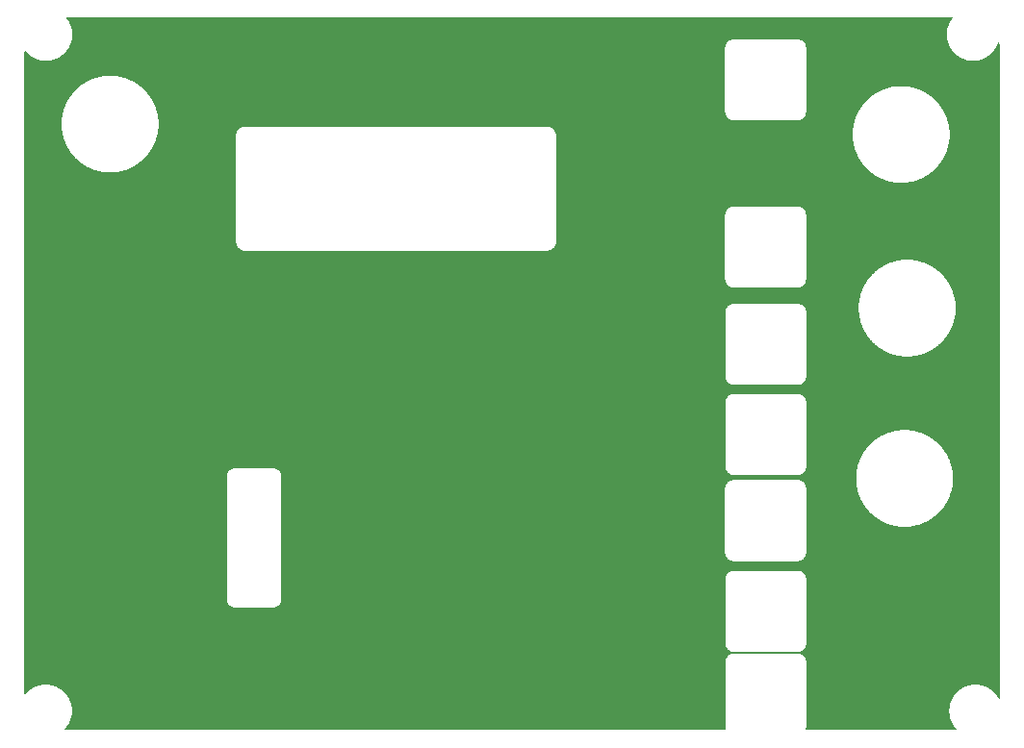
<source format=gtl>
G04 MADE WITH FRITZING*
G04 WWW.FRITZING.ORG*
G04 DOUBLE SIDED*
G04 HOLES PLATED*
G04 CONTOUR ON CENTER OF CONTOUR VECTOR*
%FSLAX26Y26*%
%MOIN*%
%ADD10C,0.075000*%
%ADD11R,0.001000X0.001000*%
G04 COPPER1*
%FSLAX26Y26*%
%MOIN*%
D10*
X76900Y2307396D03*
D11*
X177500Y2502430D02*
X3243500Y2502430D01*
X176500Y2501430D02*
X3244500Y2501430D01*
X175500Y2500430D02*
X3244500Y2500430D01*
X176500Y2499430D02*
X3244500Y2499430D01*
X176500Y2498430D02*
X3243500Y2498430D01*
X177500Y2497430D02*
X3242500Y2497430D01*
X178500Y2496430D02*
X3241500Y2496430D01*
X179500Y2495430D02*
X3241500Y2495430D01*
X179500Y2494430D02*
X3240500Y2494430D01*
X180500Y2493430D02*
X3239500Y2493430D01*
X181500Y2492430D02*
X3239500Y2492430D01*
X181500Y2491430D02*
X3238500Y2491430D01*
X182500Y2490430D02*
X3237500Y2490430D01*
X182500Y2489430D02*
X3237500Y2489430D01*
X183500Y2488430D02*
X3236500Y2488430D01*
X184500Y2487430D02*
X3236500Y2487430D01*
X184500Y2486430D02*
X3235500Y2486430D01*
X185500Y2485430D02*
X3235500Y2485430D01*
X185500Y2484430D02*
X3234500Y2484430D01*
X186500Y2483430D02*
X3234500Y2483430D01*
X186500Y2482430D02*
X3233500Y2482430D01*
X187500Y2481430D02*
X3233500Y2481430D01*
X187500Y2480430D02*
X3232500Y2480430D01*
X188500Y2479430D02*
X3232500Y2479430D01*
X188500Y2478430D02*
X3231500Y2478430D01*
X189500Y2477430D02*
X3231500Y2477430D01*
X189500Y2476430D02*
X3230500Y2476430D01*
X189500Y2475430D02*
X3230500Y2475430D01*
X190500Y2474430D02*
X3230500Y2474430D01*
X190500Y2473430D02*
X3229500Y2473430D01*
X190500Y2472430D02*
X3229500Y2472430D01*
X191500Y2471430D02*
X3229500Y2471430D01*
X191500Y2470430D02*
X3228500Y2470430D01*
X191500Y2469430D02*
X3228500Y2469430D01*
X192500Y2468430D02*
X3228500Y2468430D01*
X192500Y2467430D02*
X3227500Y2467430D01*
X192500Y2466430D02*
X3227500Y2466430D01*
X193500Y2465430D02*
X3227500Y2465430D01*
X193500Y2464430D02*
X3226500Y2464430D01*
X193500Y2463430D02*
X3226500Y2463430D01*
X193500Y2462430D02*
X3226500Y2462430D01*
X194500Y2461430D02*
X3226500Y2461430D01*
X194500Y2460430D02*
X3226500Y2460430D01*
X194500Y2459430D02*
X3225500Y2459430D01*
X194500Y2458430D02*
X3225500Y2458430D01*
X194500Y2457430D02*
X3225500Y2457430D01*
X194500Y2456430D02*
X3225500Y2456430D01*
X195500Y2455430D02*
X3225500Y2455430D01*
X195500Y2454430D02*
X3225500Y2454430D01*
X195500Y2453430D02*
X3224500Y2453430D01*
X195500Y2452430D02*
X3224500Y2452430D01*
X195500Y2451430D02*
X3224500Y2451430D01*
X195500Y2450430D02*
X3224500Y2450430D01*
X195500Y2449430D02*
X3224500Y2449430D01*
X195500Y2448430D02*
X3224500Y2448430D01*
X195500Y2447430D02*
X3224500Y2447430D01*
X195500Y2446430D02*
X3224500Y2446430D01*
X195500Y2445430D02*
X3224500Y2445430D01*
X195500Y2444430D02*
X3224500Y2444430D01*
X196500Y2443430D02*
X3224500Y2443430D01*
X195500Y2442430D02*
X3224500Y2442430D01*
X195500Y2441430D02*
X3224500Y2441430D01*
X195500Y2440430D02*
X3224500Y2440430D01*
X195500Y2439430D02*
X3224500Y2439430D01*
X195500Y2438430D02*
X3224500Y2438430D01*
X195500Y2437430D02*
X3224500Y2437430D01*
X195500Y2436430D02*
X3224500Y2436430D01*
X195500Y2435430D02*
X3224500Y2435430D01*
X195500Y2434430D02*
X3224500Y2434430D01*
X195500Y2433430D02*
X3224500Y2433430D01*
X195500Y2432430D02*
X3224500Y2432430D01*
X195500Y2431430D02*
X3225500Y2431430D01*
X195500Y2430430D02*
X3225500Y2430430D01*
X195500Y2429430D02*
X3225500Y2429430D01*
X194500Y2428430D02*
X3225500Y2428430D01*
X194500Y2427430D02*
X3225500Y2427430D01*
X194500Y2426430D02*
X3225500Y2426430D01*
X194500Y2425430D02*
X2480500Y2425430D01*
X2714500Y2425430D02*
X3225500Y2425430D01*
X194500Y2424430D02*
X2477500Y2424430D01*
X2717500Y2424430D02*
X3226500Y2424430D01*
X193500Y2423430D02*
X2474500Y2423430D01*
X2720500Y2423430D02*
X3226500Y2423430D01*
X193500Y2422430D02*
X2472500Y2422430D01*
X2722500Y2422430D02*
X3226500Y2422430D01*
X193500Y2421430D02*
X2470500Y2421430D01*
X2724500Y2421430D02*
X3226500Y2421430D01*
X193500Y2420430D02*
X2469500Y2420430D01*
X2725500Y2420430D02*
X3227500Y2420430D01*
X192500Y2419430D02*
X2467500Y2419430D01*
X2727500Y2419430D02*
X3227500Y2419430D01*
X192500Y2418430D02*
X2466500Y2418430D01*
X2728500Y2418430D02*
X3227500Y2418430D01*
X192500Y2417430D02*
X2465500Y2417430D01*
X2729500Y2417430D02*
X3227500Y2417430D01*
X192500Y2416430D02*
X2464500Y2416430D01*
X2730500Y2416430D02*
X3228500Y2416430D01*
X191500Y2415430D02*
X2463500Y2415430D01*
X2731500Y2415430D02*
X3228500Y2415430D01*
X191500Y2414430D02*
X2462500Y2414430D01*
X2731500Y2414430D02*
X3228500Y2414430D01*
X3403500Y2414430D02*
X3404500Y2414430D01*
X191500Y2413430D02*
X2462500Y2413430D01*
X2732500Y2413430D02*
X3229500Y2413430D01*
X3402500Y2413430D02*
X3405500Y2413430D01*
X190500Y2412430D02*
X2461500Y2412430D01*
X2733500Y2412430D02*
X3229500Y2412430D01*
X3402500Y2412430D02*
X3406500Y2412430D01*
X190500Y2411430D02*
X2460500Y2411430D01*
X2733500Y2411430D02*
X3229500Y2411430D01*
X3401500Y2411430D02*
X3406500Y2411430D01*
X190500Y2410430D02*
X2460500Y2410430D01*
X2734500Y2410430D02*
X3230500Y2410430D01*
X3401500Y2410430D02*
X3406500Y2410430D01*
X189500Y2409430D02*
X2459500Y2409430D01*
X2735500Y2409430D02*
X3230500Y2409430D01*
X3401500Y2409430D02*
X3406500Y2409430D01*
X189500Y2408430D02*
X2459500Y2408430D01*
X2735500Y2408430D02*
X3230500Y2408430D01*
X3400500Y2408430D02*
X3406500Y2408430D01*
X188500Y2407430D02*
X2458500Y2407430D01*
X2735500Y2407430D02*
X3231500Y2407430D01*
X3400500Y2407430D02*
X3407500Y2407430D01*
X188500Y2406430D02*
X2458500Y2406430D01*
X2736500Y2406430D02*
X3231500Y2406430D01*
X3399500Y2406430D02*
X3407500Y2406430D01*
X188500Y2405430D02*
X2458500Y2405430D01*
X2736500Y2405430D02*
X3232500Y2405430D01*
X3399500Y2405430D02*
X3407500Y2405430D01*
X187500Y2404430D02*
X2457500Y2404430D01*
X2736500Y2404430D02*
X3232500Y2404430D01*
X3398500Y2404430D02*
X3407500Y2404430D01*
X187500Y2403430D02*
X2457500Y2403430D01*
X2737500Y2403430D02*
X3233500Y2403430D01*
X3398500Y2403430D02*
X3407500Y2403430D01*
X186500Y2402430D02*
X2457500Y2402430D01*
X2737500Y2402430D02*
X3233500Y2402430D01*
X3397500Y2402430D02*
X3407500Y2402430D01*
X186500Y2401430D02*
X2457500Y2401430D01*
X2737500Y2401430D02*
X3234500Y2401430D01*
X3397500Y2401430D02*
X3407500Y2401430D01*
X185500Y2400430D02*
X2457500Y2400430D01*
X2737500Y2400430D02*
X3234500Y2400430D01*
X3396500Y2400430D02*
X3407500Y2400430D01*
X185500Y2399430D02*
X2456500Y2399430D01*
X2737500Y2399430D02*
X3235500Y2399430D01*
X3396500Y2399430D02*
X3408500Y2399430D01*
X184500Y2398430D02*
X2456500Y2398430D01*
X2738500Y2398430D02*
X3235500Y2398430D01*
X3395500Y2398430D02*
X3408500Y2398430D01*
X184500Y2397430D02*
X2456500Y2397430D01*
X2738500Y2397430D02*
X3236500Y2397430D01*
X3395500Y2397430D02*
X3408500Y2397430D01*
X183500Y2396430D02*
X2456500Y2396430D01*
X2738500Y2396430D02*
X3236500Y2396430D01*
X3394500Y2396430D02*
X3408500Y2396430D01*
X182500Y2395430D02*
X2456500Y2395430D01*
X2738500Y2395430D02*
X3237500Y2395430D01*
X3394500Y2395430D02*
X3408500Y2395430D01*
X182500Y2394430D02*
X2456500Y2394430D01*
X2738500Y2394430D02*
X3238500Y2394430D01*
X3393500Y2394430D02*
X3408500Y2394430D01*
X181500Y2393430D02*
X2456500Y2393430D01*
X2738500Y2393430D02*
X3238500Y2393430D01*
X3392500Y2393430D02*
X3408500Y2393430D01*
X180500Y2392430D02*
X2456500Y2392430D01*
X2738500Y2392430D02*
X3239500Y2392430D01*
X3392500Y2392430D02*
X3408500Y2392430D01*
X180500Y2391430D02*
X2456500Y2391430D01*
X2738500Y2391430D02*
X3240500Y2391430D01*
X3391500Y2391430D02*
X3408500Y2391430D01*
X179500Y2390430D02*
X2456500Y2390430D01*
X2738500Y2390430D02*
X3240500Y2390430D01*
X3390500Y2390430D02*
X3408500Y2390430D01*
X178500Y2389430D02*
X2456500Y2389430D01*
X2738500Y2389430D02*
X3241500Y2389430D01*
X3390500Y2389430D02*
X3408500Y2389430D01*
X178500Y2388430D02*
X2456500Y2388430D01*
X2738500Y2388430D02*
X3242500Y2388430D01*
X3389500Y2388430D02*
X3408500Y2388430D01*
X177500Y2387430D02*
X2456500Y2387430D01*
X2738500Y2387430D02*
X3242500Y2387430D01*
X3388500Y2387430D02*
X3408500Y2387430D01*
X176500Y2386430D02*
X2456500Y2386430D01*
X2738500Y2386430D02*
X3243500Y2386430D01*
X3387500Y2386430D02*
X3408500Y2386430D01*
X175500Y2385430D02*
X2456500Y2385430D01*
X2738500Y2385430D02*
X3244500Y2385430D01*
X3387500Y2385430D02*
X3408500Y2385430D01*
X31500Y2384430D02*
X33500Y2384430D01*
X174500Y2384430D02*
X2456500Y2384430D01*
X2738500Y2384430D02*
X3245500Y2384430D01*
X3386500Y2384430D02*
X3408500Y2384430D01*
X30500Y2383430D02*
X34500Y2383430D01*
X174500Y2383430D02*
X2456500Y2383430D01*
X2738500Y2383430D02*
X3246500Y2383430D01*
X3385500Y2383430D02*
X3408500Y2383430D01*
X30500Y2382430D02*
X35500Y2382430D01*
X173500Y2382430D02*
X2456500Y2382430D01*
X2738500Y2382430D02*
X3247500Y2382430D01*
X3384500Y2382430D02*
X3408500Y2382430D01*
X30500Y2381430D02*
X36500Y2381430D01*
X172500Y2381430D02*
X2456500Y2381430D01*
X2738500Y2381430D02*
X3247500Y2381430D01*
X3383500Y2381430D02*
X3408500Y2381430D01*
X30500Y2380430D02*
X37500Y2380430D01*
X171500Y2380430D02*
X2456500Y2380430D01*
X2738500Y2380430D02*
X3248500Y2380430D01*
X3382500Y2380430D02*
X3408500Y2380430D01*
X30500Y2379430D02*
X38500Y2379430D01*
X170500Y2379430D02*
X2456500Y2379430D01*
X2738500Y2379430D02*
X3249500Y2379430D01*
X3381500Y2379430D02*
X3408500Y2379430D01*
X30500Y2378430D02*
X39500Y2378430D01*
X169500Y2378430D02*
X2456500Y2378430D01*
X2738500Y2378430D02*
X3250500Y2378430D01*
X3380500Y2378430D02*
X3408500Y2378430D01*
X30500Y2377430D02*
X40500Y2377430D01*
X168500Y2377430D02*
X2456500Y2377430D01*
X2738500Y2377430D02*
X3251500Y2377430D01*
X3379500Y2377430D02*
X3408500Y2377430D01*
X30500Y2376430D02*
X41500Y2376430D01*
X167500Y2376430D02*
X2456500Y2376430D01*
X2738500Y2376430D02*
X3252500Y2376430D01*
X3378500Y2376430D02*
X3408500Y2376430D01*
X30500Y2375430D02*
X42500Y2375430D01*
X166500Y2375430D02*
X2456500Y2375430D01*
X2738500Y2375430D02*
X3254500Y2375430D01*
X3377500Y2375430D02*
X3408500Y2375430D01*
X30500Y2374430D02*
X43500Y2374430D01*
X165500Y2374430D02*
X2456500Y2374430D01*
X2738500Y2374430D02*
X3255500Y2374430D01*
X3376500Y2374430D02*
X3408500Y2374430D01*
X30500Y2373430D02*
X44500Y2373430D01*
X164500Y2373430D02*
X2456500Y2373430D01*
X2738500Y2373430D02*
X3256500Y2373430D01*
X3375500Y2373430D02*
X3408500Y2373430D01*
X30500Y2372430D02*
X46500Y2372430D01*
X162500Y2372430D02*
X2456500Y2372430D01*
X2738500Y2372430D02*
X3257500Y2372430D01*
X3374500Y2372430D02*
X3408500Y2372430D01*
X30500Y2371430D02*
X47500Y2371430D01*
X161500Y2371430D02*
X2456500Y2371430D01*
X2738500Y2371430D02*
X3258500Y2371430D01*
X3373500Y2371430D02*
X3408500Y2371430D01*
X30500Y2370430D02*
X48500Y2370430D01*
X160500Y2370430D02*
X2456500Y2370430D01*
X2738500Y2370430D02*
X3259500Y2370430D01*
X3371500Y2370430D02*
X3408500Y2370430D01*
X30500Y2369430D02*
X49500Y2369430D01*
X159500Y2369430D02*
X2456500Y2369430D01*
X2738500Y2369430D02*
X3261500Y2369430D01*
X3370500Y2369430D02*
X3408500Y2369430D01*
X30500Y2368430D02*
X51500Y2368430D01*
X157500Y2368430D02*
X2456500Y2368430D01*
X2738500Y2368430D02*
X3262500Y2368430D01*
X3369500Y2368430D02*
X3408500Y2368430D01*
X30500Y2367430D02*
X52500Y2367430D01*
X156500Y2367430D02*
X2456500Y2367430D01*
X2738500Y2367430D02*
X3263500Y2367430D01*
X3367500Y2367430D02*
X3408500Y2367430D01*
X30500Y2366430D02*
X54500Y2366430D01*
X154500Y2366430D02*
X2456500Y2366430D01*
X2738500Y2366430D02*
X3265500Y2366430D01*
X3366500Y2366430D02*
X3408500Y2366430D01*
X30500Y2365430D02*
X55500Y2365430D01*
X153500Y2365430D02*
X2456500Y2365430D01*
X2738500Y2365430D02*
X3267500Y2365430D01*
X3364500Y2365430D02*
X3408500Y2365430D01*
X30500Y2364430D02*
X57500Y2364430D01*
X151500Y2364430D02*
X2456500Y2364430D01*
X2738500Y2364430D02*
X3268500Y2364430D01*
X3362500Y2364430D02*
X3408500Y2364430D01*
X30500Y2363430D02*
X59500Y2363430D01*
X149500Y2363430D02*
X2456500Y2363430D01*
X2738500Y2363430D02*
X3270500Y2363430D01*
X3361500Y2363430D02*
X3408500Y2363430D01*
X30500Y2362430D02*
X60500Y2362430D01*
X148500Y2362430D02*
X2456500Y2362430D01*
X2738500Y2362430D02*
X3272500Y2362430D01*
X3359500Y2362430D02*
X3408500Y2362430D01*
X30500Y2361430D02*
X62500Y2361430D01*
X146500Y2361430D02*
X2456500Y2361430D01*
X2738500Y2361430D02*
X3274500Y2361430D01*
X3357500Y2361430D02*
X3408500Y2361430D01*
X30500Y2360430D02*
X64500Y2360430D01*
X144500Y2360430D02*
X2456500Y2360430D01*
X2738500Y2360430D02*
X3276500Y2360430D01*
X3355500Y2360430D02*
X3408500Y2360430D01*
X30500Y2359430D02*
X67500Y2359430D01*
X141500Y2359430D02*
X2456500Y2359430D01*
X2738500Y2359430D02*
X3278500Y2359430D01*
X3353500Y2359430D02*
X3408500Y2359430D01*
X30500Y2358430D02*
X69500Y2358430D01*
X139500Y2358430D02*
X2456500Y2358430D01*
X2738500Y2358430D02*
X3280500Y2358430D01*
X3350500Y2358430D02*
X3408500Y2358430D01*
X30500Y2357430D02*
X71500Y2357430D01*
X137500Y2357430D02*
X2456500Y2357430D01*
X2738500Y2357430D02*
X3283500Y2357430D01*
X3348500Y2357430D02*
X3408500Y2357430D01*
X30500Y2356430D02*
X74500Y2356430D01*
X134500Y2356430D02*
X2456500Y2356430D01*
X2738500Y2356430D02*
X3286500Y2356430D01*
X3345500Y2356430D02*
X3408500Y2356430D01*
X30500Y2355430D02*
X77500Y2355430D01*
X131500Y2355430D02*
X2456500Y2355430D01*
X2738500Y2355430D02*
X3289500Y2355430D01*
X3342500Y2355430D02*
X3408500Y2355430D01*
X30500Y2354430D02*
X81500Y2354430D01*
X127500Y2354430D02*
X2456500Y2354430D01*
X2738500Y2354430D02*
X3292500Y2354430D01*
X3338500Y2354430D02*
X3408500Y2354430D01*
X30500Y2353430D02*
X85500Y2353430D01*
X123500Y2353430D02*
X2456500Y2353430D01*
X2738500Y2353430D02*
X3296500Y2353430D01*
X3334500Y2353430D02*
X3408500Y2353430D01*
X30500Y2352430D02*
X91500Y2352430D01*
X117500Y2352430D02*
X2456500Y2352430D01*
X2738500Y2352430D02*
X3302500Y2352430D01*
X3328500Y2352430D02*
X3408500Y2352430D01*
X30500Y2351430D02*
X2456500Y2351430D01*
X2738500Y2351430D02*
X3408500Y2351430D01*
X30500Y2350430D02*
X2456500Y2350430D01*
X2738500Y2350430D02*
X3408500Y2350430D01*
X30500Y2349430D02*
X2456500Y2349430D01*
X2738500Y2349430D02*
X3408500Y2349430D01*
X30500Y2348430D02*
X2456500Y2348430D01*
X2738500Y2348430D02*
X3408500Y2348430D01*
X30500Y2347430D02*
X2456500Y2347430D01*
X2738500Y2347430D02*
X3408500Y2347430D01*
X30500Y2346430D02*
X2456500Y2346430D01*
X2738500Y2346430D02*
X3408500Y2346430D01*
X30500Y2345430D02*
X2456500Y2345430D01*
X2738500Y2345430D02*
X3408500Y2345430D01*
X30500Y2344430D02*
X2456500Y2344430D01*
X2738500Y2344430D02*
X3408500Y2344430D01*
X30500Y2343430D02*
X2456500Y2343430D01*
X2738500Y2343430D02*
X3408500Y2343430D01*
X30500Y2342430D02*
X2456500Y2342430D01*
X2738500Y2342430D02*
X3408500Y2342430D01*
X30500Y2341430D02*
X2456500Y2341430D01*
X2738500Y2341430D02*
X3408500Y2341430D01*
X30500Y2340430D02*
X2456500Y2340430D01*
X2738500Y2340430D02*
X3408500Y2340430D01*
X30500Y2339430D02*
X2456500Y2339430D01*
X2738500Y2339430D02*
X3408500Y2339430D01*
X30500Y2338430D02*
X2456500Y2338430D01*
X2738500Y2338430D02*
X3408500Y2338430D01*
X30500Y2337430D02*
X2456500Y2337430D01*
X2738500Y2337430D02*
X3408500Y2337430D01*
X30500Y2336430D02*
X2456500Y2336430D01*
X2738500Y2336430D02*
X3408500Y2336430D01*
X30500Y2335430D02*
X2456500Y2335430D01*
X2738500Y2335430D02*
X3408500Y2335430D01*
X30500Y2334430D02*
X2456500Y2334430D01*
X2738500Y2334430D02*
X3408500Y2334430D01*
X30500Y2333430D02*
X2456500Y2333430D01*
X2738500Y2333430D02*
X3408500Y2333430D01*
X30500Y2332430D02*
X2456500Y2332430D01*
X2738500Y2332430D02*
X3408500Y2332430D01*
X30500Y2331430D02*
X2456500Y2331430D01*
X2738500Y2331430D02*
X3408500Y2331430D01*
X30500Y2330430D02*
X2456500Y2330430D01*
X2738500Y2330430D02*
X3408500Y2330430D01*
X30500Y2329430D02*
X2456500Y2329430D01*
X2738500Y2329430D02*
X3408500Y2329430D01*
X30500Y2328430D02*
X2456500Y2328430D01*
X2738500Y2328430D02*
X3408500Y2328430D01*
X30500Y2327430D02*
X2456500Y2327430D01*
X2738500Y2327430D02*
X3408500Y2327430D01*
X30500Y2326430D02*
X2456500Y2326430D01*
X2738500Y2326430D02*
X3408500Y2326430D01*
X30500Y2325430D02*
X2456500Y2325430D01*
X2738500Y2325430D02*
X3408500Y2325430D01*
X30500Y2324430D02*
X2456500Y2324430D01*
X2738500Y2324430D02*
X3408500Y2324430D01*
X30500Y2323430D02*
X2456500Y2323430D01*
X2738500Y2323430D02*
X3408500Y2323430D01*
X30500Y2322430D02*
X2456500Y2322430D01*
X2738500Y2322430D02*
X3408500Y2322430D01*
X30500Y2321430D02*
X2456500Y2321430D01*
X2738500Y2321430D02*
X3408500Y2321430D01*
X30500Y2320430D02*
X2456500Y2320430D01*
X2738500Y2320430D02*
X3408500Y2320430D01*
X30500Y2319430D02*
X2456500Y2319430D01*
X2738500Y2319430D02*
X3408500Y2319430D01*
X30500Y2318430D02*
X2456500Y2318430D01*
X2738500Y2318430D02*
X3408500Y2318430D01*
X30500Y2317430D02*
X2456500Y2317430D01*
X2738500Y2317430D02*
X3408500Y2317430D01*
X30500Y2316430D02*
X2456500Y2316430D01*
X2738500Y2316430D02*
X3408500Y2316430D01*
X30500Y2315430D02*
X2456500Y2315430D01*
X2738500Y2315430D02*
X3408500Y2315430D01*
X30500Y2314430D02*
X2456500Y2314430D01*
X2738500Y2314430D02*
X3408500Y2314430D01*
X30500Y2313430D02*
X2456500Y2313430D01*
X2738500Y2313430D02*
X3408500Y2313430D01*
X30500Y2312430D02*
X2456500Y2312430D01*
X2738500Y2312430D02*
X3408500Y2312430D01*
X30500Y2311430D02*
X2456500Y2311430D01*
X2738500Y2311430D02*
X3408500Y2311430D01*
X30500Y2310430D02*
X2456500Y2310430D01*
X2738500Y2310430D02*
X3408500Y2310430D01*
X30500Y2309430D02*
X2456500Y2309430D01*
X2738500Y2309430D02*
X3408500Y2309430D01*
X30500Y2308430D02*
X2456500Y2308430D01*
X2738500Y2308430D02*
X3408500Y2308430D01*
X30500Y2307430D02*
X2456500Y2307430D01*
X2738500Y2307430D02*
X3408500Y2307430D01*
X30500Y2306430D02*
X2456500Y2306430D01*
X2738500Y2306430D02*
X3408500Y2306430D01*
X30500Y2305430D02*
X2456500Y2305430D01*
X2738500Y2305430D02*
X3408500Y2305430D01*
X30500Y2304430D02*
X2456500Y2304430D01*
X2738500Y2304430D02*
X3408500Y2304430D01*
X30500Y2303430D02*
X2456500Y2303430D01*
X2738500Y2303430D02*
X3408500Y2303430D01*
X30500Y2302430D02*
X2456500Y2302430D01*
X2738500Y2302430D02*
X3408500Y2302430D01*
X30500Y2301430D02*
X2456500Y2301430D01*
X2738500Y2301430D02*
X3408500Y2301430D01*
X30500Y2300430D02*
X2456500Y2300430D01*
X2738500Y2300430D02*
X3408500Y2300430D01*
X30500Y2299430D02*
X313500Y2299430D01*
X339500Y2299430D02*
X2456500Y2299430D01*
X2738500Y2299430D02*
X3408500Y2299430D01*
X30500Y2298430D02*
X303500Y2298430D01*
X349500Y2298430D02*
X2456500Y2298430D01*
X2738500Y2298430D02*
X3408500Y2298430D01*
X30500Y2297430D02*
X297500Y2297430D01*
X355500Y2297430D02*
X2456500Y2297430D01*
X2738500Y2297430D02*
X3408500Y2297430D01*
X30500Y2296430D02*
X291500Y2296430D01*
X361500Y2296430D02*
X2456500Y2296430D01*
X2738500Y2296430D02*
X3408500Y2296430D01*
X30500Y2295430D02*
X287500Y2295430D01*
X365500Y2295430D02*
X2456500Y2295430D01*
X2738500Y2295430D02*
X3408500Y2295430D01*
X30500Y2294430D02*
X283500Y2294430D01*
X369500Y2294430D02*
X2456500Y2294430D01*
X2738500Y2294430D02*
X3408500Y2294430D01*
X30500Y2293430D02*
X279500Y2293430D01*
X373500Y2293430D02*
X2456500Y2293430D01*
X2738500Y2293430D02*
X3408500Y2293430D01*
X30500Y2292430D02*
X276500Y2292430D01*
X376500Y2292430D02*
X2456500Y2292430D01*
X2738500Y2292430D02*
X3408500Y2292430D01*
X30500Y2291430D02*
X273500Y2291430D01*
X379500Y2291430D02*
X2456500Y2291430D01*
X2738500Y2291430D02*
X3408500Y2291430D01*
X30500Y2290430D02*
X270500Y2290430D01*
X382500Y2290430D02*
X2456500Y2290430D01*
X2738500Y2290430D02*
X3408500Y2290430D01*
X30500Y2289430D02*
X267500Y2289430D01*
X385500Y2289430D02*
X2456500Y2289430D01*
X2738500Y2289430D02*
X3408500Y2289430D01*
X30500Y2288430D02*
X265500Y2288430D01*
X388500Y2288430D02*
X2456500Y2288430D01*
X2738500Y2288430D02*
X3408500Y2288430D01*
X30500Y2287430D02*
X262500Y2287430D01*
X390500Y2287430D02*
X2456500Y2287430D01*
X2738500Y2287430D02*
X3408500Y2287430D01*
X30500Y2286430D02*
X260500Y2286430D01*
X393500Y2286430D02*
X2456500Y2286430D01*
X2738500Y2286430D02*
X3408500Y2286430D01*
X30500Y2285430D02*
X257500Y2285430D01*
X395500Y2285430D02*
X2456500Y2285430D01*
X2738500Y2285430D02*
X3408500Y2285430D01*
X30500Y2284430D02*
X255500Y2284430D01*
X397500Y2284430D02*
X2456500Y2284430D01*
X2738500Y2284430D02*
X3408500Y2284430D01*
X30500Y2283430D02*
X253500Y2283430D01*
X399500Y2283430D02*
X2456500Y2283430D01*
X2738500Y2283430D02*
X3408500Y2283430D01*
X30500Y2282430D02*
X251500Y2282430D01*
X401500Y2282430D02*
X2456500Y2282430D01*
X2738500Y2282430D02*
X3408500Y2282430D01*
X30500Y2281430D02*
X249500Y2281430D01*
X403500Y2281430D02*
X2456500Y2281430D01*
X2738500Y2281430D02*
X3408500Y2281430D01*
X30500Y2280430D02*
X247500Y2280430D01*
X405500Y2280430D02*
X2456500Y2280430D01*
X2738500Y2280430D02*
X3408500Y2280430D01*
X30500Y2279430D02*
X245500Y2279430D01*
X407500Y2279430D02*
X2456500Y2279430D01*
X2738500Y2279430D02*
X3408500Y2279430D01*
X30500Y2278430D02*
X243500Y2278430D01*
X409500Y2278430D02*
X2456500Y2278430D01*
X2738500Y2278430D02*
X3408500Y2278430D01*
X30500Y2277430D02*
X242500Y2277430D01*
X411500Y2277430D02*
X2456500Y2277430D01*
X2738500Y2277430D02*
X3408500Y2277430D01*
X30500Y2276430D02*
X240500Y2276430D01*
X412500Y2276430D02*
X2456500Y2276430D01*
X2738500Y2276430D02*
X3408500Y2276430D01*
X30500Y2275430D02*
X238500Y2275430D01*
X414500Y2275430D02*
X2456500Y2275430D01*
X2738500Y2275430D02*
X3408500Y2275430D01*
X30500Y2274430D02*
X237500Y2274430D01*
X416500Y2274430D02*
X2456500Y2274430D01*
X2738500Y2274430D02*
X3408500Y2274430D01*
X30500Y2273430D02*
X235500Y2273430D01*
X417500Y2273430D02*
X2456500Y2273430D01*
X2738500Y2273430D02*
X3408500Y2273430D01*
X30500Y2272430D02*
X234500Y2272430D01*
X419500Y2272430D02*
X2456500Y2272430D01*
X2738500Y2272430D02*
X3408500Y2272430D01*
X30500Y2271430D02*
X232500Y2271430D01*
X420500Y2271430D02*
X2456500Y2271430D01*
X2738500Y2271430D02*
X3408500Y2271430D01*
X30500Y2270430D02*
X231500Y2270430D01*
X422500Y2270430D02*
X2456500Y2270430D01*
X2738500Y2270430D02*
X3408500Y2270430D01*
X30500Y2269430D02*
X229500Y2269430D01*
X423500Y2269430D02*
X2456500Y2269430D01*
X2738500Y2269430D02*
X3408500Y2269430D01*
X30500Y2268430D02*
X228500Y2268430D01*
X424500Y2268430D02*
X2456500Y2268430D01*
X2738500Y2268430D02*
X3408500Y2268430D01*
X30500Y2267430D02*
X226500Y2267430D01*
X426500Y2267430D02*
X2456500Y2267430D01*
X2738500Y2267430D02*
X3408500Y2267430D01*
X30500Y2266430D02*
X225500Y2266430D01*
X427500Y2266430D02*
X2456500Y2266430D01*
X2738500Y2266430D02*
X3408500Y2266430D01*
X30500Y2265430D02*
X224500Y2265430D01*
X428500Y2265430D02*
X2456500Y2265430D01*
X2738500Y2265430D02*
X3408500Y2265430D01*
X30500Y2264430D02*
X222500Y2264430D01*
X430500Y2264430D02*
X2456500Y2264430D01*
X2738500Y2264430D02*
X3408500Y2264430D01*
X30500Y2263430D02*
X221500Y2263430D01*
X431500Y2263430D02*
X2456500Y2263430D01*
X2738500Y2263430D02*
X3055500Y2263430D01*
X3078500Y2263430D02*
X3408500Y2263430D01*
X30500Y2262430D02*
X220500Y2262430D01*
X432500Y2262430D02*
X2456500Y2262430D01*
X2738500Y2262430D02*
X3044500Y2262430D01*
X3088500Y2262430D02*
X3408500Y2262430D01*
X30500Y2261430D02*
X219500Y2261430D01*
X434500Y2261430D02*
X2456500Y2261430D01*
X2738500Y2261430D02*
X3037500Y2261430D01*
X3095500Y2261430D02*
X3408500Y2261430D01*
X30500Y2260430D02*
X218500Y2260430D01*
X435500Y2260430D02*
X2456500Y2260430D01*
X2738500Y2260430D02*
X3032500Y2260430D01*
X3100500Y2260430D02*
X3408500Y2260430D01*
X30500Y2259430D02*
X216500Y2259430D01*
X436500Y2259430D02*
X2456500Y2259430D01*
X2738500Y2259430D02*
X3028500Y2259430D01*
X3105500Y2259430D02*
X3408500Y2259430D01*
X30500Y2258430D02*
X215500Y2258430D01*
X437500Y2258430D02*
X2456500Y2258430D01*
X2738500Y2258430D02*
X3023500Y2258430D01*
X3109500Y2258430D02*
X3408500Y2258430D01*
X30500Y2257430D02*
X214500Y2257430D01*
X438500Y2257430D02*
X2456500Y2257430D01*
X2738500Y2257430D02*
X3020500Y2257430D01*
X3112500Y2257430D02*
X3408500Y2257430D01*
X30500Y2256430D02*
X213500Y2256430D01*
X439500Y2256430D02*
X2456500Y2256430D01*
X2738500Y2256430D02*
X3016500Y2256430D01*
X3116500Y2256430D02*
X3408500Y2256430D01*
X30500Y2255430D02*
X212500Y2255430D01*
X440500Y2255430D02*
X2456500Y2255430D01*
X2738500Y2255430D02*
X3013500Y2255430D01*
X3119500Y2255430D02*
X3408500Y2255430D01*
X30500Y2254430D02*
X211500Y2254430D01*
X441500Y2254430D02*
X2456500Y2254430D01*
X2738500Y2254430D02*
X3010500Y2254430D01*
X3122500Y2254430D02*
X3408500Y2254430D01*
X30500Y2253430D02*
X210500Y2253430D01*
X443500Y2253430D02*
X2456500Y2253430D01*
X2738500Y2253430D02*
X3007500Y2253430D01*
X3125500Y2253430D02*
X3408500Y2253430D01*
X30500Y2252430D02*
X209500Y2252430D01*
X444500Y2252430D02*
X2456500Y2252430D01*
X2738500Y2252430D02*
X3005500Y2252430D01*
X3127500Y2252430D02*
X3408500Y2252430D01*
X30500Y2251430D02*
X208500Y2251430D01*
X445500Y2251430D02*
X2456500Y2251430D01*
X2738500Y2251430D02*
X3002500Y2251430D01*
X3130500Y2251430D02*
X3408500Y2251430D01*
X30500Y2250430D02*
X207500Y2250430D01*
X446500Y2250430D02*
X2456500Y2250430D01*
X2738500Y2250430D02*
X3000500Y2250430D01*
X3132500Y2250430D02*
X3408500Y2250430D01*
X30500Y2249430D02*
X206500Y2249430D01*
X447500Y2249430D02*
X2456500Y2249430D01*
X2738500Y2249430D02*
X2998500Y2249430D01*
X3135500Y2249430D02*
X3408500Y2249430D01*
X30500Y2248430D02*
X205500Y2248430D01*
X448500Y2248430D02*
X2456500Y2248430D01*
X2738500Y2248430D02*
X2995500Y2248430D01*
X3137500Y2248430D02*
X3408500Y2248430D01*
X30500Y2247430D02*
X204500Y2247430D01*
X448500Y2247430D02*
X2456500Y2247430D01*
X2738500Y2247430D02*
X2993500Y2247430D01*
X3139500Y2247430D02*
X3408500Y2247430D01*
X30500Y2246430D02*
X203500Y2246430D01*
X449500Y2246430D02*
X2456500Y2246430D01*
X2738500Y2246430D02*
X2991500Y2246430D01*
X3141500Y2246430D02*
X3408500Y2246430D01*
X30500Y2245430D02*
X202500Y2245430D01*
X450500Y2245430D02*
X2456500Y2245430D01*
X2738500Y2245430D02*
X2989500Y2245430D01*
X3143500Y2245430D02*
X3408500Y2245430D01*
X30500Y2244430D02*
X201500Y2244430D01*
X451500Y2244430D02*
X2456500Y2244430D01*
X2738500Y2244430D02*
X2987500Y2244430D01*
X3145500Y2244430D02*
X3408500Y2244430D01*
X30500Y2243430D02*
X200500Y2243430D01*
X452500Y2243430D02*
X2456500Y2243430D01*
X2738500Y2243430D02*
X2985500Y2243430D01*
X3147500Y2243430D02*
X3408500Y2243430D01*
X30500Y2242430D02*
X199500Y2242430D01*
X453500Y2242430D02*
X2456500Y2242430D01*
X2738500Y2242430D02*
X2984500Y2242430D01*
X3149500Y2242430D02*
X3408500Y2242430D01*
X30500Y2241430D02*
X198500Y2241430D01*
X454500Y2241430D02*
X2456500Y2241430D01*
X2738500Y2241430D02*
X2982500Y2241430D01*
X3150500Y2241430D02*
X3408500Y2241430D01*
X30500Y2240430D02*
X198500Y2240430D01*
X455500Y2240430D02*
X2456500Y2240430D01*
X2738500Y2240430D02*
X2980500Y2240430D01*
X3152500Y2240430D02*
X3408500Y2240430D01*
X30500Y2239430D02*
X197500Y2239430D01*
X456500Y2239430D02*
X2456500Y2239430D01*
X2738500Y2239430D02*
X2978500Y2239430D01*
X3154500Y2239430D02*
X3408500Y2239430D01*
X30500Y2238430D02*
X196500Y2238430D01*
X456500Y2238430D02*
X2456500Y2238430D01*
X2738500Y2238430D02*
X2977500Y2238430D01*
X3155500Y2238430D02*
X3408500Y2238430D01*
X30500Y2237430D02*
X195500Y2237430D01*
X457500Y2237430D02*
X2456500Y2237430D01*
X2738500Y2237430D02*
X2975500Y2237430D01*
X3157500Y2237430D02*
X3408500Y2237430D01*
X30500Y2236430D02*
X194500Y2236430D01*
X458500Y2236430D02*
X2456500Y2236430D01*
X2738500Y2236430D02*
X2974500Y2236430D01*
X3158500Y2236430D02*
X3408500Y2236430D01*
X30500Y2235430D02*
X193500Y2235430D01*
X459500Y2235430D02*
X2456500Y2235430D01*
X2738500Y2235430D02*
X2972500Y2235430D01*
X3160500Y2235430D02*
X3408500Y2235430D01*
X30500Y2234430D02*
X193500Y2234430D01*
X460500Y2234430D02*
X2456500Y2234430D01*
X2738500Y2234430D02*
X2971500Y2234430D01*
X3161500Y2234430D02*
X3408500Y2234430D01*
X30500Y2233430D02*
X192500Y2233430D01*
X460500Y2233430D02*
X2456500Y2233430D01*
X2738500Y2233430D02*
X2969500Y2233430D01*
X3163500Y2233430D02*
X3408500Y2233430D01*
X30500Y2232430D02*
X191500Y2232430D01*
X461500Y2232430D02*
X2456500Y2232430D01*
X2738500Y2232430D02*
X2968500Y2232430D01*
X3164500Y2232430D02*
X3408500Y2232430D01*
X30500Y2231430D02*
X190500Y2231430D01*
X462500Y2231430D02*
X2456500Y2231430D01*
X2738500Y2231430D02*
X2967500Y2231430D01*
X3166500Y2231430D02*
X3408500Y2231430D01*
X30500Y2230430D02*
X190500Y2230430D01*
X463500Y2230430D02*
X2456500Y2230430D01*
X2738500Y2230430D02*
X2965500Y2230430D01*
X3167500Y2230430D02*
X3408500Y2230430D01*
X30500Y2229430D02*
X189500Y2229430D01*
X463500Y2229430D02*
X2456500Y2229430D01*
X2738500Y2229430D02*
X2964500Y2229430D01*
X3168500Y2229430D02*
X3408500Y2229430D01*
X30500Y2228430D02*
X188500Y2228430D01*
X464500Y2228430D02*
X2456500Y2228430D01*
X2738500Y2228430D02*
X2963500Y2228430D01*
X3170500Y2228430D02*
X3408500Y2228430D01*
X30500Y2227430D02*
X188500Y2227430D01*
X465500Y2227430D02*
X2456500Y2227430D01*
X2738500Y2227430D02*
X2961500Y2227430D01*
X3171500Y2227430D02*
X3408500Y2227430D01*
X30500Y2226430D02*
X187500Y2226430D01*
X465500Y2226430D02*
X2456500Y2226430D01*
X2738500Y2226430D02*
X2960500Y2226430D01*
X3172500Y2226430D02*
X3408500Y2226430D01*
X30500Y2225430D02*
X186500Y2225430D01*
X466500Y2225430D02*
X2456500Y2225430D01*
X2738500Y2225430D02*
X2959500Y2225430D01*
X3173500Y2225430D02*
X3408500Y2225430D01*
X30500Y2224430D02*
X185500Y2224430D01*
X467500Y2224430D02*
X2456500Y2224430D01*
X2738500Y2224430D02*
X2958500Y2224430D01*
X3175500Y2224430D02*
X3408500Y2224430D01*
X30500Y2223430D02*
X185500Y2223430D01*
X467500Y2223430D02*
X2456500Y2223430D01*
X2738500Y2223430D02*
X2956500Y2223430D01*
X3176500Y2223430D02*
X3408500Y2223430D01*
X30500Y2222430D02*
X184500Y2222430D01*
X468500Y2222430D02*
X2456500Y2222430D01*
X2738500Y2222430D02*
X2955500Y2222430D01*
X3177500Y2222430D02*
X3408500Y2222430D01*
X30500Y2221430D02*
X184500Y2221430D01*
X469500Y2221430D02*
X2456500Y2221430D01*
X2738500Y2221430D02*
X2954500Y2221430D01*
X3178500Y2221430D02*
X3408500Y2221430D01*
X30500Y2220430D02*
X183500Y2220430D01*
X469500Y2220430D02*
X2456500Y2220430D01*
X2738500Y2220430D02*
X2953500Y2220430D01*
X3179500Y2220430D02*
X3408500Y2220430D01*
X30500Y2219430D02*
X182500Y2219430D01*
X470500Y2219430D02*
X2456500Y2219430D01*
X2738500Y2219430D02*
X2952500Y2219430D01*
X3180500Y2219430D02*
X3408500Y2219430D01*
X30500Y2218430D02*
X182500Y2218430D01*
X471500Y2218430D02*
X2456500Y2218430D01*
X2738500Y2218430D02*
X2951500Y2218430D01*
X3181500Y2218430D02*
X3408500Y2218430D01*
X30500Y2217430D02*
X181500Y2217430D01*
X471500Y2217430D02*
X2456500Y2217430D01*
X2738500Y2217430D02*
X2950500Y2217430D01*
X3182500Y2217430D02*
X3408500Y2217430D01*
X30500Y2216430D02*
X181500Y2216430D01*
X472500Y2216430D02*
X2456500Y2216430D01*
X2738500Y2216430D02*
X2949500Y2216430D01*
X3183500Y2216430D02*
X3408500Y2216430D01*
X30500Y2215430D02*
X180500Y2215430D01*
X472500Y2215430D02*
X2456500Y2215430D01*
X2738500Y2215430D02*
X2948500Y2215430D01*
X3185500Y2215430D02*
X3408500Y2215430D01*
X30500Y2214430D02*
X179500Y2214430D01*
X473500Y2214430D02*
X2456500Y2214430D01*
X2738500Y2214430D02*
X2947500Y2214430D01*
X3185500Y2214430D02*
X3408500Y2214430D01*
X30500Y2213430D02*
X179500Y2213430D01*
X473500Y2213430D02*
X2456500Y2213430D01*
X2738500Y2213430D02*
X2946500Y2213430D01*
X3186500Y2213430D02*
X3408500Y2213430D01*
X30500Y2212430D02*
X178500Y2212430D01*
X474500Y2212430D02*
X2456500Y2212430D01*
X2738500Y2212430D02*
X2945500Y2212430D01*
X3187500Y2212430D02*
X3408500Y2212430D01*
X30500Y2211430D02*
X178500Y2211430D01*
X475500Y2211430D02*
X2456500Y2211430D01*
X2738500Y2211430D02*
X2944500Y2211430D01*
X3188500Y2211430D02*
X3408500Y2211430D01*
X30500Y2210430D02*
X177500Y2210430D01*
X475500Y2210430D02*
X2456500Y2210430D01*
X2738500Y2210430D02*
X2943500Y2210430D01*
X3189500Y2210430D02*
X3408500Y2210430D01*
X30500Y2209430D02*
X177500Y2209430D01*
X476500Y2209430D02*
X2456500Y2209430D01*
X2738500Y2209430D02*
X2942500Y2209430D01*
X3190500Y2209430D02*
X3408500Y2209430D01*
X30500Y2208430D02*
X176500Y2208430D01*
X476500Y2208430D02*
X2456500Y2208430D01*
X2738500Y2208430D02*
X2941500Y2208430D01*
X3191500Y2208430D02*
X3408500Y2208430D01*
X30500Y2207430D02*
X176500Y2207430D01*
X477500Y2207430D02*
X2456500Y2207430D01*
X2738500Y2207430D02*
X2940500Y2207430D01*
X3192500Y2207430D02*
X3408500Y2207430D01*
X30500Y2206430D02*
X175500Y2206430D01*
X477500Y2206430D02*
X2456500Y2206430D01*
X2738500Y2206430D02*
X2939500Y2206430D01*
X3193500Y2206430D02*
X3408500Y2206430D01*
X30500Y2205430D02*
X175500Y2205430D01*
X478500Y2205430D02*
X2456500Y2205430D01*
X2738500Y2205430D02*
X2938500Y2205430D01*
X3194500Y2205430D02*
X3408500Y2205430D01*
X30500Y2204430D02*
X174500Y2204430D01*
X478500Y2204430D02*
X2456500Y2204430D01*
X2738500Y2204430D02*
X2938500Y2204430D01*
X3195500Y2204430D02*
X3408500Y2204430D01*
X30500Y2203430D02*
X174500Y2203430D01*
X479500Y2203430D02*
X2456500Y2203430D01*
X2738500Y2203430D02*
X2937500Y2203430D01*
X3195500Y2203430D02*
X3408500Y2203430D01*
X30500Y2202430D02*
X173500Y2202430D01*
X479500Y2202430D02*
X2456500Y2202430D01*
X2738500Y2202430D02*
X2936500Y2202430D01*
X3196500Y2202430D02*
X3408500Y2202430D01*
X30500Y2201430D02*
X173500Y2201430D01*
X479500Y2201430D02*
X2456500Y2201430D01*
X2738500Y2201430D02*
X2935500Y2201430D01*
X3197500Y2201430D02*
X3408500Y2201430D01*
X30500Y2200430D02*
X172500Y2200430D01*
X480500Y2200430D02*
X2456500Y2200430D01*
X2738500Y2200430D02*
X2934500Y2200430D01*
X3198500Y2200430D02*
X3408500Y2200430D01*
X30500Y2199430D02*
X172500Y2199430D01*
X480500Y2199430D02*
X2456500Y2199430D01*
X2738500Y2199430D02*
X2933500Y2199430D01*
X3199500Y2199430D02*
X3408500Y2199430D01*
X30500Y2198430D02*
X171500Y2198430D01*
X481500Y2198430D02*
X2456500Y2198430D01*
X2738500Y2198430D02*
X2933500Y2198430D01*
X3199500Y2198430D02*
X3408500Y2198430D01*
X30500Y2197430D02*
X171500Y2197430D01*
X481500Y2197430D02*
X2456500Y2197430D01*
X2738500Y2197430D02*
X2932500Y2197430D01*
X3200500Y2197430D02*
X3408500Y2197430D01*
X30500Y2196430D02*
X171500Y2196430D01*
X482500Y2196430D02*
X2456500Y2196430D01*
X2738500Y2196430D02*
X2931500Y2196430D01*
X3201500Y2196430D02*
X3408500Y2196430D01*
X30500Y2195430D02*
X170500Y2195430D01*
X482500Y2195430D02*
X2456500Y2195430D01*
X2738500Y2195430D02*
X2930500Y2195430D01*
X3202500Y2195430D02*
X3408500Y2195430D01*
X30500Y2194430D02*
X170500Y2194430D01*
X482500Y2194430D02*
X2456500Y2194430D01*
X2738500Y2194430D02*
X2930500Y2194430D01*
X3202500Y2194430D02*
X3408500Y2194430D01*
X30500Y2193430D02*
X169500Y2193430D01*
X483500Y2193430D02*
X2456500Y2193430D01*
X2738500Y2193430D02*
X2929500Y2193430D01*
X3203500Y2193430D02*
X3408500Y2193430D01*
X30500Y2192430D02*
X169500Y2192430D01*
X483500Y2192430D02*
X2456500Y2192430D01*
X2738500Y2192430D02*
X2928500Y2192430D01*
X3204500Y2192430D02*
X3408500Y2192430D01*
X30500Y2191430D02*
X169500Y2191430D01*
X484500Y2191430D02*
X2456500Y2191430D01*
X2738500Y2191430D02*
X2928500Y2191430D01*
X3205500Y2191430D02*
X3408500Y2191430D01*
X30500Y2190430D02*
X168500Y2190430D01*
X484500Y2190430D02*
X2456500Y2190430D01*
X2738500Y2190430D02*
X2927500Y2190430D01*
X3205500Y2190430D02*
X3408500Y2190430D01*
X30500Y2189430D02*
X168500Y2189430D01*
X484500Y2189430D02*
X2456500Y2189430D01*
X2738500Y2189430D02*
X2926500Y2189430D01*
X3206500Y2189430D02*
X3408500Y2189430D01*
X30500Y2188430D02*
X168500Y2188430D01*
X485500Y2188430D02*
X2456500Y2188430D01*
X2738500Y2188430D02*
X2926500Y2188430D01*
X3207500Y2188430D02*
X3408500Y2188430D01*
X30500Y2187430D02*
X167500Y2187430D01*
X485500Y2187430D02*
X2456500Y2187430D01*
X2738500Y2187430D02*
X2925500Y2187430D01*
X3207500Y2187430D02*
X3408500Y2187430D01*
X30500Y2186430D02*
X167500Y2186430D01*
X485500Y2186430D02*
X2456500Y2186430D01*
X2738500Y2186430D02*
X2924500Y2186430D01*
X3208500Y2186430D02*
X3408500Y2186430D01*
X30500Y2185430D02*
X167500Y2185430D01*
X486500Y2185430D02*
X2456500Y2185430D01*
X2738500Y2185430D02*
X2924500Y2185430D01*
X3209500Y2185430D02*
X3408500Y2185430D01*
X30500Y2184430D02*
X166500Y2184430D01*
X486500Y2184430D02*
X2456500Y2184430D01*
X2738500Y2184430D02*
X2923500Y2184430D01*
X3209500Y2184430D02*
X3408500Y2184430D01*
X30500Y2183430D02*
X166500Y2183430D01*
X486500Y2183430D02*
X2456500Y2183430D01*
X2738500Y2183430D02*
X2922500Y2183430D01*
X3210500Y2183430D02*
X3408500Y2183430D01*
X30500Y2182430D02*
X166500Y2182430D01*
X487500Y2182430D02*
X2456500Y2182430D01*
X2738500Y2182430D02*
X2922500Y2182430D01*
X3210500Y2182430D02*
X3408500Y2182430D01*
X30500Y2181430D02*
X165500Y2181430D01*
X487500Y2181430D02*
X2456500Y2181430D01*
X2738500Y2181430D02*
X2921500Y2181430D01*
X3211500Y2181430D02*
X3408500Y2181430D01*
X30500Y2180430D02*
X165500Y2180430D01*
X487500Y2180430D02*
X2456500Y2180430D01*
X2738500Y2180430D02*
X2921500Y2180430D01*
X3212500Y2180430D02*
X3408500Y2180430D01*
X30500Y2179430D02*
X165500Y2179430D01*
X488500Y2179430D02*
X2456500Y2179430D01*
X2738500Y2179430D02*
X2920500Y2179430D01*
X3212500Y2179430D02*
X3408500Y2179430D01*
X30500Y2178430D02*
X164500Y2178430D01*
X488500Y2178430D02*
X2456500Y2178430D01*
X2738500Y2178430D02*
X2919500Y2178430D01*
X3213500Y2178430D02*
X3408500Y2178430D01*
X30500Y2177430D02*
X164500Y2177430D01*
X488500Y2177430D02*
X2456500Y2177430D01*
X2738500Y2177430D02*
X2919500Y2177430D01*
X3213500Y2177430D02*
X3408500Y2177430D01*
X30500Y2176430D02*
X164500Y2176430D01*
X488500Y2176430D02*
X2456500Y2176430D01*
X2738500Y2176430D02*
X2918500Y2176430D01*
X3214500Y2176430D02*
X3408500Y2176430D01*
X30500Y2175430D02*
X164500Y2175430D01*
X489500Y2175430D02*
X2456500Y2175430D01*
X2738500Y2175430D02*
X2918500Y2175430D01*
X3214500Y2175430D02*
X3408500Y2175430D01*
X30500Y2174430D02*
X163500Y2174430D01*
X489500Y2174430D02*
X2456500Y2174430D01*
X2738500Y2174430D02*
X2917500Y2174430D01*
X3215500Y2174430D02*
X3408500Y2174430D01*
X30500Y2173430D02*
X163500Y2173430D01*
X489500Y2173430D02*
X2456500Y2173430D01*
X2738500Y2173430D02*
X2917500Y2173430D01*
X3215500Y2173430D02*
X3408500Y2173430D01*
X30500Y2172430D02*
X163500Y2172430D01*
X489500Y2172430D02*
X2456500Y2172430D01*
X2738500Y2172430D02*
X2916500Y2172430D01*
X3216500Y2172430D02*
X3408500Y2172430D01*
X30500Y2171430D02*
X163500Y2171430D01*
X490500Y2171430D02*
X2456500Y2171430D01*
X2737500Y2171430D02*
X2916500Y2171430D01*
X3216500Y2171430D02*
X3408500Y2171430D01*
X30500Y2170430D02*
X162500Y2170430D01*
X490500Y2170430D02*
X2457500Y2170430D01*
X2737500Y2170430D02*
X2915500Y2170430D01*
X3217500Y2170430D02*
X3408500Y2170430D01*
X30500Y2169430D02*
X162500Y2169430D01*
X490500Y2169430D02*
X2457500Y2169430D01*
X2737500Y2169430D02*
X2915500Y2169430D01*
X3218500Y2169430D02*
X3408500Y2169430D01*
X30500Y2168430D02*
X162500Y2168430D01*
X490500Y2168430D02*
X2457500Y2168430D01*
X2737500Y2168430D02*
X2914500Y2168430D01*
X3218500Y2168430D02*
X3408500Y2168430D01*
X30500Y2167430D02*
X162500Y2167430D01*
X491500Y2167430D02*
X2457500Y2167430D01*
X2737500Y2167430D02*
X2914500Y2167430D01*
X3218500Y2167430D02*
X3408500Y2167430D01*
X30500Y2166430D02*
X161500Y2166430D01*
X491500Y2166430D02*
X2457500Y2166430D01*
X2736500Y2166430D02*
X2913500Y2166430D01*
X3219500Y2166430D02*
X3408500Y2166430D01*
X30500Y2165430D02*
X161500Y2165430D01*
X491500Y2165430D02*
X2458500Y2165430D01*
X2736500Y2165430D02*
X2913500Y2165430D01*
X3219500Y2165430D02*
X3408500Y2165430D01*
X30500Y2164430D02*
X161500Y2164430D01*
X491500Y2164430D02*
X2458500Y2164430D01*
X2736500Y2164430D02*
X2912500Y2164430D01*
X3220500Y2164430D02*
X3408500Y2164430D01*
X30500Y2163430D02*
X161500Y2163430D01*
X491500Y2163430D02*
X2459500Y2163430D01*
X2735500Y2163430D02*
X2912500Y2163430D01*
X3220500Y2163430D02*
X3408500Y2163430D01*
X30500Y2162430D02*
X161500Y2162430D01*
X492500Y2162430D02*
X2459500Y2162430D01*
X2735500Y2162430D02*
X2911500Y2162430D01*
X3221500Y2162430D02*
X3408500Y2162430D01*
X30500Y2161430D02*
X160500Y2161430D01*
X492500Y2161430D02*
X2459500Y2161430D01*
X2734500Y2161430D02*
X2911500Y2161430D01*
X3221500Y2161430D02*
X3408500Y2161430D01*
X30500Y2160430D02*
X160500Y2160430D01*
X492500Y2160430D02*
X2460500Y2160430D01*
X2734500Y2160430D02*
X2911500Y2160430D01*
X3222500Y2160430D02*
X3408500Y2160430D01*
X30500Y2159430D02*
X160500Y2159430D01*
X492500Y2159430D02*
X2461500Y2159430D01*
X2733500Y2159430D02*
X2910500Y2159430D01*
X3222500Y2159430D02*
X3408500Y2159430D01*
X30500Y2158430D02*
X160500Y2158430D01*
X492500Y2158430D02*
X2461500Y2158430D01*
X2733500Y2158430D02*
X2910500Y2158430D01*
X3222500Y2158430D02*
X3408500Y2158430D01*
X30500Y2157430D02*
X160500Y2157430D01*
X492500Y2157430D02*
X2462500Y2157430D01*
X2732500Y2157430D02*
X2909500Y2157430D01*
X3223500Y2157430D02*
X3408500Y2157430D01*
X30500Y2156430D02*
X160500Y2156430D01*
X493500Y2156430D02*
X2463500Y2156430D01*
X2731500Y2156430D02*
X2909500Y2156430D01*
X3223500Y2156430D02*
X3408500Y2156430D01*
X30500Y2155430D02*
X159500Y2155430D01*
X493500Y2155430D02*
X2463500Y2155430D01*
X2730500Y2155430D02*
X2909500Y2155430D01*
X3224500Y2155430D02*
X3408500Y2155430D01*
X30500Y2154430D02*
X159500Y2154430D01*
X493500Y2154430D02*
X2464500Y2154430D01*
X2730500Y2154430D02*
X2908500Y2154430D01*
X3224500Y2154430D02*
X3408500Y2154430D01*
X30500Y2153430D02*
X159500Y2153430D01*
X493500Y2153430D02*
X2465500Y2153430D01*
X2729500Y2153430D02*
X2908500Y2153430D01*
X3224500Y2153430D02*
X3408500Y2153430D01*
X30500Y2152430D02*
X159500Y2152430D01*
X493500Y2152430D02*
X2466500Y2152430D01*
X2728500Y2152430D02*
X2908500Y2152430D01*
X3225500Y2152430D02*
X3408500Y2152430D01*
X30500Y2151430D02*
X159500Y2151430D01*
X493500Y2151430D02*
X2468500Y2151430D01*
X2726500Y2151430D02*
X2907500Y2151430D01*
X3225500Y2151430D02*
X3408500Y2151430D01*
X30500Y2150430D02*
X159500Y2150430D01*
X493500Y2150430D02*
X2469500Y2150430D01*
X2725500Y2150430D02*
X2907500Y2150430D01*
X3225500Y2150430D02*
X3408500Y2150430D01*
X30500Y2149430D02*
X159500Y2149430D01*
X493500Y2149430D02*
X2470500Y2149430D01*
X2723500Y2149430D02*
X2907500Y2149430D01*
X3226500Y2149430D02*
X3408500Y2149430D01*
X30500Y2148430D02*
X159500Y2148430D01*
X494500Y2148430D02*
X2472500Y2148430D01*
X2722500Y2148430D02*
X2906500Y2148430D01*
X3226500Y2148430D02*
X3408500Y2148430D01*
X30500Y2147430D02*
X159500Y2147430D01*
X494500Y2147430D02*
X2474500Y2147430D01*
X2720500Y2147430D02*
X2906500Y2147430D01*
X3226500Y2147430D02*
X3408500Y2147430D01*
X30500Y2146430D02*
X158500Y2146430D01*
X494500Y2146430D02*
X2477500Y2146430D01*
X2717500Y2146430D02*
X2906500Y2146430D01*
X3227500Y2146430D02*
X3408500Y2146430D01*
X30500Y2145430D02*
X158500Y2145430D01*
X494500Y2145430D02*
X2481500Y2145430D01*
X2713500Y2145430D02*
X2905500Y2145430D01*
X3227500Y2145430D02*
X3408500Y2145430D01*
X30500Y2144430D02*
X158500Y2144430D01*
X494500Y2144430D02*
X2905500Y2144430D01*
X3227500Y2144430D02*
X3408500Y2144430D01*
X30500Y2143430D02*
X158500Y2143430D01*
X494500Y2143430D02*
X2905500Y2143430D01*
X3228500Y2143430D02*
X3408500Y2143430D01*
X30500Y2142430D02*
X158500Y2142430D01*
X494500Y2142430D02*
X2904500Y2142430D01*
X3228500Y2142430D02*
X3408500Y2142430D01*
X30500Y2141430D02*
X158500Y2141430D01*
X494500Y2141430D02*
X2904500Y2141430D01*
X3228500Y2141430D02*
X3408500Y2141430D01*
X30500Y2140430D02*
X158500Y2140430D01*
X494500Y2140430D02*
X2904500Y2140430D01*
X3228500Y2140430D02*
X3408500Y2140430D01*
X30500Y2139430D02*
X158500Y2139430D01*
X494500Y2139430D02*
X2903500Y2139430D01*
X3229500Y2139430D02*
X3408500Y2139430D01*
X30500Y2138430D02*
X158500Y2138430D01*
X494500Y2138430D02*
X2903500Y2138430D01*
X3229500Y2138430D02*
X3408500Y2138430D01*
X30500Y2137430D02*
X158500Y2137430D01*
X494500Y2137430D02*
X2903500Y2137430D01*
X3229500Y2137430D02*
X3408500Y2137430D01*
X30500Y2136430D02*
X158500Y2136430D01*
X494500Y2136430D02*
X2903500Y2136430D01*
X3229500Y2136430D02*
X3408500Y2136430D01*
X30500Y2135430D02*
X158500Y2135430D01*
X494500Y2135430D02*
X2902500Y2135430D01*
X3230500Y2135430D02*
X3408500Y2135430D01*
X30500Y2134430D02*
X158500Y2134430D01*
X494500Y2134430D02*
X2902500Y2134430D01*
X3230500Y2134430D02*
X3408500Y2134430D01*
X30500Y2133430D02*
X158500Y2133430D01*
X494500Y2133430D02*
X2902500Y2133430D01*
X3230500Y2133430D02*
X3408500Y2133430D01*
X30500Y2132430D02*
X158500Y2132430D01*
X494500Y2132430D02*
X2902500Y2132430D01*
X3230500Y2132430D02*
X3408500Y2132430D01*
X30500Y2131430D02*
X158500Y2131430D01*
X494500Y2131430D02*
X2902500Y2131430D01*
X3231500Y2131430D02*
X3408500Y2131430D01*
X30500Y2130430D02*
X158500Y2130430D01*
X494500Y2130430D02*
X2901500Y2130430D01*
X3231500Y2130430D02*
X3408500Y2130430D01*
X30500Y2129430D02*
X158500Y2129430D01*
X494500Y2129430D02*
X2901500Y2129430D01*
X3231500Y2129430D02*
X3408500Y2129430D01*
X30500Y2128430D02*
X158500Y2128430D01*
X494500Y2128430D02*
X2901500Y2128430D01*
X3231500Y2128430D02*
X3408500Y2128430D01*
X30500Y2127430D02*
X158500Y2127430D01*
X494500Y2127430D02*
X2901500Y2127430D01*
X3231500Y2127430D02*
X3408500Y2127430D01*
X30500Y2126430D02*
X158500Y2126430D01*
X494500Y2126430D02*
X2901500Y2126430D01*
X3232500Y2126430D02*
X3408500Y2126430D01*
X30500Y2125430D02*
X158500Y2125430D01*
X494500Y2125430D02*
X2900500Y2125430D01*
X3232500Y2125430D02*
X3408500Y2125430D01*
X30500Y2124430D02*
X158500Y2124430D01*
X494500Y2124430D02*
X2900500Y2124430D01*
X3232500Y2124430D02*
X3408500Y2124430D01*
X30500Y2123430D02*
X158500Y2123430D01*
X494500Y2123430D02*
X2900500Y2123430D01*
X3232500Y2123430D02*
X3408500Y2123430D01*
X30500Y2122430D02*
X158500Y2122430D01*
X494500Y2122430D02*
X2900500Y2122430D01*
X3232500Y2122430D02*
X3408500Y2122430D01*
X30500Y2121430D02*
X158500Y2121430D01*
X494500Y2121430D02*
X785500Y2121430D01*
X1849500Y2121430D02*
X2900500Y2121430D01*
X3232500Y2121430D02*
X3408500Y2121430D01*
X30500Y2120430D02*
X158500Y2120430D01*
X494500Y2120430D02*
X782500Y2120430D01*
X1852500Y2120430D02*
X2900500Y2120430D01*
X3233500Y2120430D02*
X3408500Y2120430D01*
X30500Y2119430D02*
X158500Y2119430D01*
X494500Y2119430D02*
X779500Y2119430D01*
X1854500Y2119430D02*
X2899500Y2119430D01*
X3233500Y2119430D02*
X3408500Y2119430D01*
X30500Y2118430D02*
X158500Y2118430D01*
X494500Y2118430D02*
X777500Y2118430D01*
X1856500Y2118430D02*
X2899500Y2118430D01*
X3233500Y2118430D02*
X3408500Y2118430D01*
X30500Y2117430D02*
X159500Y2117430D01*
X494500Y2117430D02*
X776500Y2117430D01*
X1858500Y2117430D02*
X2899500Y2117430D01*
X3233500Y2117430D02*
X3408500Y2117430D01*
X30500Y2116430D02*
X159500Y2116430D01*
X494500Y2116430D02*
X774500Y2116430D01*
X1859500Y2116430D02*
X2899500Y2116430D01*
X3233500Y2116430D02*
X3408500Y2116430D01*
X30500Y2115430D02*
X159500Y2115430D01*
X494500Y2115430D02*
X773500Y2115430D01*
X1861500Y2115430D02*
X2899500Y2115430D01*
X3233500Y2115430D02*
X3408500Y2115430D01*
X30500Y2114430D02*
X159500Y2114430D01*
X493500Y2114430D02*
X772500Y2114430D01*
X1862500Y2114430D02*
X2899500Y2114430D01*
X3233500Y2114430D02*
X3408500Y2114430D01*
X30500Y2113430D02*
X159500Y2113430D01*
X493500Y2113430D02*
X771500Y2113430D01*
X1863500Y2113430D02*
X2899500Y2113430D01*
X3233500Y2113430D02*
X3408500Y2113430D01*
X30500Y2112430D02*
X159500Y2112430D01*
X493500Y2112430D02*
X770500Y2112430D01*
X1864500Y2112430D02*
X2899500Y2112430D01*
X3234500Y2112430D02*
X3408500Y2112430D01*
X30500Y2111430D02*
X159500Y2111430D01*
X493500Y2111430D02*
X769500Y2111430D01*
X1865500Y2111430D02*
X2899500Y2111430D01*
X3234500Y2111430D02*
X3408500Y2111430D01*
X30500Y2110430D02*
X159500Y2110430D01*
X493500Y2110430D02*
X768500Y2110430D01*
X1865500Y2110430D02*
X2898500Y2110430D01*
X3234500Y2110430D02*
X3408500Y2110430D01*
X30500Y2109430D02*
X159500Y2109430D01*
X493500Y2109430D02*
X767500Y2109430D01*
X1866500Y2109430D02*
X2898500Y2109430D01*
X3234500Y2109430D02*
X3408500Y2109430D01*
X30500Y2108430D02*
X160500Y2108430D01*
X493500Y2108430D02*
X767500Y2108430D01*
X1867500Y2108430D02*
X2898500Y2108430D01*
X3234500Y2108430D02*
X3408500Y2108430D01*
X30500Y2107430D02*
X160500Y2107430D01*
X493500Y2107430D02*
X766500Y2107430D01*
X1867500Y2107430D02*
X2898500Y2107430D01*
X3234500Y2107430D02*
X3408500Y2107430D01*
X30500Y2106430D02*
X160500Y2106430D01*
X492500Y2106430D02*
X766500Y2106430D01*
X1868500Y2106430D02*
X2898500Y2106430D01*
X3234500Y2106430D02*
X3408500Y2106430D01*
X30500Y2105430D02*
X160500Y2105430D01*
X492500Y2105430D02*
X765500Y2105430D01*
X1869500Y2105430D02*
X2898500Y2105430D01*
X3234500Y2105430D02*
X3408500Y2105430D01*
X30500Y2104430D02*
X160500Y2104430D01*
X492500Y2104430D02*
X765500Y2104430D01*
X1869500Y2104430D02*
X2898500Y2104430D01*
X3234500Y2104430D02*
X3408500Y2104430D01*
X30500Y2103430D02*
X160500Y2103430D01*
X492500Y2103430D02*
X764500Y2103430D01*
X1869500Y2103430D02*
X2898500Y2103430D01*
X3234500Y2103430D02*
X3408500Y2103430D01*
X30500Y2102430D02*
X161500Y2102430D01*
X492500Y2102430D02*
X764500Y2102430D01*
X1870500Y2102430D02*
X2898500Y2102430D01*
X3234500Y2102430D02*
X3408500Y2102430D01*
X30500Y2101430D02*
X161500Y2101430D01*
X492500Y2101430D02*
X763500Y2101430D01*
X1870500Y2101430D02*
X2898500Y2101430D01*
X3234500Y2101430D02*
X3408500Y2101430D01*
X30500Y2100430D02*
X161500Y2100430D01*
X491500Y2100430D02*
X763500Y2100430D01*
X1870500Y2100430D02*
X2898500Y2100430D01*
X3234500Y2100430D02*
X3408500Y2100430D01*
X30500Y2099430D02*
X161500Y2099430D01*
X491500Y2099430D02*
X763500Y2099430D01*
X1871500Y2099430D02*
X2898500Y2099430D01*
X3234500Y2099430D02*
X3408500Y2099430D01*
X30500Y2098430D02*
X161500Y2098430D01*
X491500Y2098430D02*
X763500Y2098430D01*
X1871500Y2098430D02*
X2898500Y2098430D01*
X3234500Y2098430D02*
X3408500Y2098430D01*
X30500Y2097430D02*
X161500Y2097430D01*
X491500Y2097430D02*
X762500Y2097430D01*
X1871500Y2097430D02*
X2898500Y2097430D01*
X3234500Y2097430D02*
X3408500Y2097430D01*
X30500Y2096430D02*
X162500Y2096430D01*
X491500Y2096430D02*
X762500Y2096430D01*
X1871500Y2096430D02*
X2898500Y2096430D01*
X3234500Y2096430D02*
X3408500Y2096430D01*
X30500Y2095430D02*
X162500Y2095430D01*
X490500Y2095430D02*
X762500Y2095430D01*
X1871500Y2095430D02*
X2898500Y2095430D01*
X3234500Y2095430D02*
X3408500Y2095430D01*
X30500Y2094430D02*
X162500Y2094430D01*
X490500Y2094430D02*
X762500Y2094430D01*
X1871500Y2094430D02*
X2898500Y2094430D01*
X3234500Y2094430D02*
X3408500Y2094430D01*
X30500Y2093430D02*
X162500Y2093430D01*
X490500Y2093430D02*
X762500Y2093430D01*
X1871500Y2093430D02*
X2898500Y2093430D01*
X3234500Y2093430D02*
X3408500Y2093430D01*
X30500Y2092430D02*
X163500Y2092430D01*
X490500Y2092430D02*
X762500Y2092430D01*
X1871500Y2092430D02*
X2898500Y2092430D01*
X3234500Y2092430D02*
X3408500Y2092430D01*
X30500Y2091430D02*
X163500Y2091430D01*
X489500Y2091430D02*
X762500Y2091430D01*
X1871500Y2091430D02*
X2898500Y2091430D01*
X3234500Y2091430D02*
X3408500Y2091430D01*
X30500Y2090430D02*
X163500Y2090430D01*
X489500Y2090430D02*
X762500Y2090430D01*
X1871500Y2090430D02*
X2898500Y2090430D01*
X3234500Y2090430D02*
X3408500Y2090430D01*
X30500Y2089430D02*
X163500Y2089430D01*
X489500Y2089430D02*
X762500Y2089430D01*
X1871500Y2089430D02*
X2898500Y2089430D01*
X3234500Y2089430D02*
X3408500Y2089430D01*
X30500Y2088430D02*
X164500Y2088430D01*
X489500Y2088430D02*
X762500Y2088430D01*
X1871500Y2088430D02*
X2898500Y2088430D01*
X3234500Y2088430D02*
X3408500Y2088430D01*
X30500Y2087430D02*
X164500Y2087430D01*
X488500Y2087430D02*
X762500Y2087430D01*
X1871500Y2087430D02*
X2898500Y2087430D01*
X3234500Y2087430D02*
X3408500Y2087430D01*
X30500Y2086430D02*
X164500Y2086430D01*
X488500Y2086430D02*
X762500Y2086430D01*
X1871500Y2086430D02*
X2898500Y2086430D01*
X3234500Y2086430D02*
X3408500Y2086430D01*
X30500Y2085430D02*
X165500Y2085430D01*
X488500Y2085430D02*
X762500Y2085430D01*
X1871500Y2085430D02*
X2898500Y2085430D01*
X3234500Y2085430D02*
X3408500Y2085430D01*
X30500Y2084430D02*
X165500Y2084430D01*
X487500Y2084430D02*
X762500Y2084430D01*
X1871500Y2084430D02*
X2898500Y2084430D01*
X3234500Y2084430D02*
X3408500Y2084430D01*
X30500Y2083430D02*
X165500Y2083430D01*
X487500Y2083430D02*
X762500Y2083430D01*
X1871500Y2083430D02*
X2898500Y2083430D01*
X3234500Y2083430D02*
X3408500Y2083430D01*
X30500Y2082430D02*
X165500Y2082430D01*
X487500Y2082430D02*
X762500Y2082430D01*
X1871500Y2082430D02*
X2898500Y2082430D01*
X3234500Y2082430D02*
X3408500Y2082430D01*
X30500Y2081430D02*
X166500Y2081430D01*
X487500Y2081430D02*
X762500Y2081430D01*
X1871500Y2081430D02*
X2899500Y2081430D01*
X3234500Y2081430D02*
X3408500Y2081430D01*
X30500Y2080430D02*
X166500Y2080430D01*
X486500Y2080430D02*
X762500Y2080430D01*
X1871500Y2080430D02*
X2899500Y2080430D01*
X3234500Y2080430D02*
X3408500Y2080430D01*
X30500Y2079430D02*
X166500Y2079430D01*
X486500Y2079430D02*
X762500Y2079430D01*
X1871500Y2079430D02*
X2899500Y2079430D01*
X3234500Y2079430D02*
X3408500Y2079430D01*
X30500Y2078430D02*
X167500Y2078430D01*
X486500Y2078430D02*
X762500Y2078430D01*
X1871500Y2078430D02*
X2899500Y2078430D01*
X3233500Y2078430D02*
X3408500Y2078430D01*
X30500Y2077430D02*
X167500Y2077430D01*
X485500Y2077430D02*
X762500Y2077430D01*
X1871500Y2077430D02*
X2899500Y2077430D01*
X3233500Y2077430D02*
X3408500Y2077430D01*
X30500Y2076430D02*
X167500Y2076430D01*
X485500Y2076430D02*
X762500Y2076430D01*
X1871500Y2076430D02*
X2899500Y2076430D01*
X3233500Y2076430D02*
X3408500Y2076430D01*
X30500Y2075430D02*
X168500Y2075430D01*
X485500Y2075430D02*
X762500Y2075430D01*
X1871500Y2075430D02*
X2899500Y2075430D01*
X3233500Y2075430D02*
X3408500Y2075430D01*
X30500Y2074430D02*
X168500Y2074430D01*
X484500Y2074430D02*
X762500Y2074430D01*
X1871500Y2074430D02*
X2899500Y2074430D01*
X3233500Y2074430D02*
X3408500Y2074430D01*
X30500Y2073430D02*
X168500Y2073430D01*
X484500Y2073430D02*
X762500Y2073430D01*
X1871500Y2073430D02*
X2899500Y2073430D01*
X3233500Y2073430D02*
X3408500Y2073430D01*
X30500Y2072430D02*
X169500Y2072430D01*
X483500Y2072430D02*
X762500Y2072430D01*
X1871500Y2072430D02*
X2900500Y2072430D01*
X3233500Y2072430D02*
X3408500Y2072430D01*
X30500Y2071430D02*
X169500Y2071430D01*
X483500Y2071430D02*
X762500Y2071430D01*
X1871500Y2071430D02*
X2900500Y2071430D01*
X3233500Y2071430D02*
X3408500Y2071430D01*
X30500Y2070430D02*
X170500Y2070430D01*
X483500Y2070430D02*
X762500Y2070430D01*
X1871500Y2070430D02*
X2900500Y2070430D01*
X3232500Y2070430D02*
X3408500Y2070430D01*
X30500Y2069430D02*
X170500Y2069430D01*
X482500Y2069430D02*
X762500Y2069430D01*
X1871500Y2069430D02*
X2900500Y2069430D01*
X3232500Y2069430D02*
X3408500Y2069430D01*
X30500Y2068430D02*
X170500Y2068430D01*
X482500Y2068430D02*
X762500Y2068430D01*
X1871500Y2068430D02*
X2900500Y2068430D01*
X3232500Y2068430D02*
X3408500Y2068430D01*
X30500Y2067430D02*
X171500Y2067430D01*
X481500Y2067430D02*
X762500Y2067430D01*
X1871500Y2067430D02*
X2900500Y2067430D01*
X3232500Y2067430D02*
X3408500Y2067430D01*
X30500Y2066430D02*
X171500Y2066430D01*
X481500Y2066430D02*
X762500Y2066430D01*
X1871500Y2066430D02*
X2901500Y2066430D01*
X3232500Y2066430D02*
X3408500Y2066430D01*
X30500Y2065430D02*
X172500Y2065430D01*
X481500Y2065430D02*
X762500Y2065430D01*
X1871500Y2065430D02*
X2901500Y2065430D01*
X3232500Y2065430D02*
X3408500Y2065430D01*
X30500Y2064430D02*
X172500Y2064430D01*
X480500Y2064430D02*
X762500Y2064430D01*
X1871500Y2064430D02*
X2901500Y2064430D01*
X3231500Y2064430D02*
X3408500Y2064430D01*
X30500Y2063430D02*
X173500Y2063430D01*
X480500Y2063430D02*
X762500Y2063430D01*
X1871500Y2063430D02*
X2901500Y2063430D01*
X3231500Y2063430D02*
X3408500Y2063430D01*
X30500Y2062430D02*
X173500Y2062430D01*
X479500Y2062430D02*
X762500Y2062430D01*
X1871500Y2062430D02*
X2901500Y2062430D01*
X3231500Y2062430D02*
X3408500Y2062430D01*
X30500Y2061430D02*
X174500Y2061430D01*
X479500Y2061430D02*
X762500Y2061430D01*
X1871500Y2061430D02*
X2901500Y2061430D01*
X3231500Y2061430D02*
X3408500Y2061430D01*
X30500Y2060430D02*
X174500Y2060430D01*
X478500Y2060430D02*
X762500Y2060430D01*
X1871500Y2060430D02*
X2902500Y2060430D01*
X3230500Y2060430D02*
X3408500Y2060430D01*
X30500Y2059430D02*
X174500Y2059430D01*
X478500Y2059430D02*
X762500Y2059430D01*
X1871500Y2059430D02*
X2902500Y2059430D01*
X3230500Y2059430D02*
X3408500Y2059430D01*
X30500Y2058430D02*
X175500Y2058430D01*
X477500Y2058430D02*
X762500Y2058430D01*
X1871500Y2058430D02*
X2902500Y2058430D01*
X3230500Y2058430D02*
X3408500Y2058430D01*
X30500Y2057430D02*
X175500Y2057430D01*
X477500Y2057430D02*
X762500Y2057430D01*
X1871500Y2057430D02*
X2902500Y2057430D01*
X3230500Y2057430D02*
X3408500Y2057430D01*
X30500Y2056430D02*
X176500Y2056430D01*
X476500Y2056430D02*
X762500Y2056430D01*
X1871500Y2056430D02*
X2903500Y2056430D01*
X3230500Y2056430D02*
X3408500Y2056430D01*
X30500Y2055430D02*
X177500Y2055430D01*
X476500Y2055430D02*
X762500Y2055430D01*
X1871500Y2055430D02*
X2903500Y2055430D01*
X3229500Y2055430D02*
X3408500Y2055430D01*
X30500Y2054430D02*
X177500Y2054430D01*
X475500Y2054430D02*
X762500Y2054430D01*
X1871500Y2054430D02*
X2903500Y2054430D01*
X3229500Y2054430D02*
X3408500Y2054430D01*
X30500Y2053430D02*
X178500Y2053430D01*
X475500Y2053430D02*
X762500Y2053430D01*
X1871500Y2053430D02*
X2903500Y2053430D01*
X3229500Y2053430D02*
X3408500Y2053430D01*
X30500Y2052430D02*
X178500Y2052430D01*
X474500Y2052430D02*
X762500Y2052430D01*
X1871500Y2052430D02*
X2904500Y2052430D01*
X3229500Y2052430D02*
X3408500Y2052430D01*
X30500Y2051430D02*
X179500Y2051430D01*
X474500Y2051430D02*
X762500Y2051430D01*
X1871500Y2051430D02*
X2904500Y2051430D01*
X3228500Y2051430D02*
X3408500Y2051430D01*
X30500Y2050430D02*
X179500Y2050430D01*
X473500Y2050430D02*
X762500Y2050430D01*
X1871500Y2050430D02*
X2904500Y2050430D01*
X3228500Y2050430D02*
X3408500Y2050430D01*
X30500Y2049430D02*
X180500Y2049430D01*
X473500Y2049430D02*
X762500Y2049430D01*
X1871500Y2049430D02*
X2904500Y2049430D01*
X3228500Y2049430D02*
X3408500Y2049430D01*
X30500Y2048430D02*
X180500Y2048430D01*
X472500Y2048430D02*
X762500Y2048430D01*
X1871500Y2048430D02*
X2905500Y2048430D01*
X3227500Y2048430D02*
X3408500Y2048430D01*
X30500Y2047430D02*
X181500Y2047430D01*
X471500Y2047430D02*
X762500Y2047430D01*
X1871500Y2047430D02*
X2905500Y2047430D01*
X3227500Y2047430D02*
X3408500Y2047430D01*
X30500Y2046430D02*
X181500Y2046430D01*
X471500Y2046430D02*
X762500Y2046430D01*
X1871500Y2046430D02*
X2905500Y2046430D01*
X3227500Y2046430D02*
X3408500Y2046430D01*
X30500Y2045430D02*
X182500Y2045430D01*
X470500Y2045430D02*
X762500Y2045430D01*
X1871500Y2045430D02*
X2906500Y2045430D01*
X3227500Y2045430D02*
X3408500Y2045430D01*
X30500Y2044430D02*
X183500Y2044430D01*
X470500Y2044430D02*
X762500Y2044430D01*
X1871500Y2044430D02*
X2906500Y2044430D01*
X3226500Y2044430D02*
X3408500Y2044430D01*
X30500Y2043430D02*
X183500Y2043430D01*
X469500Y2043430D02*
X762500Y2043430D01*
X1871500Y2043430D02*
X2906500Y2043430D01*
X3226500Y2043430D02*
X3408500Y2043430D01*
X30500Y2042430D02*
X184500Y2042430D01*
X468500Y2042430D02*
X762500Y2042430D01*
X1871500Y2042430D02*
X2907500Y2042430D01*
X3226500Y2042430D02*
X3408500Y2042430D01*
X30500Y2041430D02*
X185500Y2041430D01*
X468500Y2041430D02*
X762500Y2041430D01*
X1871500Y2041430D02*
X2907500Y2041430D01*
X3225500Y2041430D02*
X3408500Y2041430D01*
X30500Y2040430D02*
X185500Y2040430D01*
X467500Y2040430D02*
X762500Y2040430D01*
X1871500Y2040430D02*
X2907500Y2040430D01*
X3225500Y2040430D02*
X3408500Y2040430D01*
X30500Y2039430D02*
X186500Y2039430D01*
X466500Y2039430D02*
X762500Y2039430D01*
X1871500Y2039430D02*
X2908500Y2039430D01*
X3225500Y2039430D02*
X3408500Y2039430D01*
X30500Y2038430D02*
X187500Y2038430D01*
X466500Y2038430D02*
X762500Y2038430D01*
X1871500Y2038430D02*
X2908500Y2038430D01*
X3224500Y2038430D02*
X3408500Y2038430D01*
X30500Y2037430D02*
X187500Y2037430D01*
X465500Y2037430D02*
X762500Y2037430D01*
X1871500Y2037430D02*
X2908500Y2037430D01*
X3224500Y2037430D02*
X3408500Y2037430D01*
X30500Y2036430D02*
X188500Y2036430D01*
X464500Y2036430D02*
X762500Y2036430D01*
X1871500Y2036430D02*
X2909500Y2036430D01*
X3223500Y2036430D02*
X3408500Y2036430D01*
X30500Y2035430D02*
X189500Y2035430D01*
X464500Y2035430D02*
X762500Y2035430D01*
X1871500Y2035430D02*
X2909500Y2035430D01*
X3223500Y2035430D02*
X3408500Y2035430D01*
X30500Y2034430D02*
X189500Y2034430D01*
X463500Y2034430D02*
X762500Y2034430D01*
X1871500Y2034430D02*
X2910500Y2034430D01*
X3223500Y2034430D02*
X3408500Y2034430D01*
X30500Y2033430D02*
X190500Y2033430D01*
X462500Y2033430D02*
X762500Y2033430D01*
X1871500Y2033430D02*
X2910500Y2033430D01*
X3222500Y2033430D02*
X3408500Y2033430D01*
X30500Y2032430D02*
X191500Y2032430D01*
X461500Y2032430D02*
X762500Y2032430D01*
X1871500Y2032430D02*
X2910500Y2032430D01*
X3222500Y2032430D02*
X3408500Y2032430D01*
X30500Y2031430D02*
X192500Y2031430D01*
X461500Y2031430D02*
X762500Y2031430D01*
X1871500Y2031430D02*
X2911500Y2031430D01*
X3221500Y2031430D02*
X3408500Y2031430D01*
X30500Y2030430D02*
X192500Y2030430D01*
X460500Y2030430D02*
X762500Y2030430D01*
X1871500Y2030430D02*
X2911500Y2030430D01*
X3221500Y2030430D02*
X3408500Y2030430D01*
X30500Y2029430D02*
X193500Y2029430D01*
X459500Y2029430D02*
X762500Y2029430D01*
X1871500Y2029430D02*
X2912500Y2029430D01*
X3221500Y2029430D02*
X3408500Y2029430D01*
X30500Y2028430D02*
X194500Y2028430D01*
X458500Y2028430D02*
X762500Y2028430D01*
X1871500Y2028430D02*
X2912500Y2028430D01*
X3220500Y2028430D02*
X3408500Y2028430D01*
X30500Y2027430D02*
X195500Y2027430D01*
X458500Y2027430D02*
X762500Y2027430D01*
X1871500Y2027430D02*
X2913500Y2027430D01*
X3220500Y2027430D02*
X3408500Y2027430D01*
X30500Y2026430D02*
X195500Y2026430D01*
X457500Y2026430D02*
X762500Y2026430D01*
X1871500Y2026430D02*
X2913500Y2026430D01*
X3219500Y2026430D02*
X3408500Y2026430D01*
X30500Y2025430D02*
X196500Y2025430D01*
X456500Y2025430D02*
X762500Y2025430D01*
X1871500Y2025430D02*
X2913500Y2025430D01*
X3219500Y2025430D02*
X3408500Y2025430D01*
X30500Y2024430D02*
X197500Y2024430D01*
X455500Y2024430D02*
X762500Y2024430D01*
X1871500Y2024430D02*
X2914500Y2024430D01*
X3218500Y2024430D02*
X3408500Y2024430D01*
X30500Y2023430D02*
X198500Y2023430D01*
X454500Y2023430D02*
X762500Y2023430D01*
X1871500Y2023430D02*
X2914500Y2023430D01*
X3218500Y2023430D02*
X3408500Y2023430D01*
X30500Y2022430D02*
X199500Y2022430D01*
X453500Y2022430D02*
X762500Y2022430D01*
X1871500Y2022430D02*
X2915500Y2022430D01*
X3217500Y2022430D02*
X3408500Y2022430D01*
X30500Y2021430D02*
X200500Y2021430D01*
X453500Y2021430D02*
X762500Y2021430D01*
X1871500Y2021430D02*
X2915500Y2021430D01*
X3217500Y2021430D02*
X3408500Y2021430D01*
X30500Y2020430D02*
X201500Y2020430D01*
X452500Y2020430D02*
X762500Y2020430D01*
X1871500Y2020430D02*
X2916500Y2020430D01*
X3216500Y2020430D02*
X3408500Y2020430D01*
X30500Y2019430D02*
X201500Y2019430D01*
X451500Y2019430D02*
X762500Y2019430D01*
X1871500Y2019430D02*
X2916500Y2019430D01*
X3216500Y2019430D02*
X3408500Y2019430D01*
X30500Y2018430D02*
X202500Y2018430D01*
X450500Y2018430D02*
X762500Y2018430D01*
X1871500Y2018430D02*
X2917500Y2018430D01*
X3215500Y2018430D02*
X3408500Y2018430D01*
X30500Y2017430D02*
X203500Y2017430D01*
X449500Y2017430D02*
X762500Y2017430D01*
X1871500Y2017430D02*
X2917500Y2017430D01*
X3215500Y2017430D02*
X3408500Y2017430D01*
X30500Y2016430D02*
X204500Y2016430D01*
X448500Y2016430D02*
X762500Y2016430D01*
X1871500Y2016430D02*
X2918500Y2016430D01*
X3214500Y2016430D02*
X3408500Y2016430D01*
X30500Y2015430D02*
X205500Y2015430D01*
X447500Y2015430D02*
X762500Y2015430D01*
X1871500Y2015430D02*
X2918500Y2015430D01*
X3214500Y2015430D02*
X3408500Y2015430D01*
X30500Y2014430D02*
X206500Y2014430D01*
X446500Y2014430D02*
X762500Y2014430D01*
X1871500Y2014430D02*
X2919500Y2014430D01*
X3213500Y2014430D02*
X3408500Y2014430D01*
X30500Y2013430D02*
X207500Y2013430D01*
X445500Y2013430D02*
X762500Y2013430D01*
X1871500Y2013430D02*
X2920500Y2013430D01*
X3213500Y2013430D02*
X3408500Y2013430D01*
X30500Y2012430D02*
X208500Y2012430D01*
X444500Y2012430D02*
X762500Y2012430D01*
X1871500Y2012430D02*
X2920500Y2012430D01*
X3212500Y2012430D02*
X3408500Y2012430D01*
X30500Y2011430D02*
X209500Y2011430D01*
X443500Y2011430D02*
X762500Y2011430D01*
X1871500Y2011430D02*
X2921500Y2011430D01*
X3211500Y2011430D02*
X3408500Y2011430D01*
X30500Y2010430D02*
X210500Y2010430D01*
X442500Y2010430D02*
X762500Y2010430D01*
X1871500Y2010430D02*
X2921500Y2010430D01*
X3211500Y2010430D02*
X3408500Y2010430D01*
X30500Y2009430D02*
X211500Y2009430D01*
X441500Y2009430D02*
X762500Y2009430D01*
X1871500Y2009430D02*
X2922500Y2009430D01*
X3210500Y2009430D02*
X3408500Y2009430D01*
X30500Y2008430D02*
X212500Y2008430D01*
X440500Y2008430D02*
X762500Y2008430D01*
X1871500Y2008430D02*
X2923500Y2008430D01*
X3210500Y2008430D02*
X3408500Y2008430D01*
X30500Y2007430D02*
X214500Y2007430D01*
X439500Y2007430D02*
X762500Y2007430D01*
X1871500Y2007430D02*
X2923500Y2007430D01*
X3209500Y2007430D02*
X3408500Y2007430D01*
X30500Y2006430D02*
X215500Y2006430D01*
X438500Y2006430D02*
X762500Y2006430D01*
X1871500Y2006430D02*
X2924500Y2006430D01*
X3208500Y2006430D02*
X3408500Y2006430D01*
X30500Y2005430D02*
X216500Y2005430D01*
X436500Y2005430D02*
X762500Y2005430D01*
X1871500Y2005430D02*
X2925500Y2005430D01*
X3208500Y2005430D02*
X3408500Y2005430D01*
X30500Y2004430D02*
X217500Y2004430D01*
X435500Y2004430D02*
X762500Y2004430D01*
X1871500Y2004430D02*
X2925500Y2004430D01*
X3207500Y2004430D02*
X3408500Y2004430D01*
X30500Y2003430D02*
X218500Y2003430D01*
X434500Y2003430D02*
X762500Y2003430D01*
X1871500Y2003430D02*
X2926500Y2003430D01*
X3206500Y2003430D02*
X3408500Y2003430D01*
X30500Y2002430D02*
X219500Y2002430D01*
X433500Y2002430D02*
X762500Y2002430D01*
X1871500Y2002430D02*
X2926500Y2002430D01*
X3206500Y2002430D02*
X3408500Y2002430D01*
X30500Y2001430D02*
X221500Y2001430D01*
X432500Y2001430D02*
X762500Y2001430D01*
X1871500Y2001430D02*
X2927500Y2001430D01*
X3205500Y2001430D02*
X3408500Y2001430D01*
X30500Y2000430D02*
X222500Y2000430D01*
X430500Y2000430D02*
X762500Y2000430D01*
X1871500Y2000430D02*
X2928500Y2000430D01*
X3204500Y2000430D02*
X3408500Y2000430D01*
X30500Y1999430D02*
X223500Y1999430D01*
X429500Y1999430D02*
X762500Y1999430D01*
X1871500Y1999430D02*
X2929500Y1999430D01*
X3204500Y1999430D02*
X3408500Y1999430D01*
X30500Y1998430D02*
X224500Y1998430D01*
X428500Y1998430D02*
X762500Y1998430D01*
X1871500Y1998430D02*
X2929500Y1998430D01*
X3203500Y1998430D02*
X3408500Y1998430D01*
X30500Y1997430D02*
X226500Y1997430D01*
X426500Y1997430D02*
X762500Y1997430D01*
X1871500Y1997430D02*
X2930500Y1997430D01*
X3202500Y1997430D02*
X3408500Y1997430D01*
X30500Y1996430D02*
X227500Y1996430D01*
X425500Y1996430D02*
X762500Y1996430D01*
X1871500Y1996430D02*
X2931500Y1996430D01*
X3202500Y1996430D02*
X3408500Y1996430D01*
X30500Y1995430D02*
X229500Y1995430D01*
X424500Y1995430D02*
X762500Y1995430D01*
X1871500Y1995430D02*
X2931500Y1995430D01*
X3201500Y1995430D02*
X3408500Y1995430D01*
X30500Y1994430D02*
X230500Y1994430D01*
X422500Y1994430D02*
X762500Y1994430D01*
X1871500Y1994430D02*
X2932500Y1994430D01*
X3200500Y1994430D02*
X3408500Y1994430D01*
X30500Y1993430D02*
X231500Y1993430D01*
X421500Y1993430D02*
X762500Y1993430D01*
X1871500Y1993430D02*
X2933500Y1993430D01*
X3199500Y1993430D02*
X3408500Y1993430D01*
X30500Y1992430D02*
X233500Y1992430D01*
X419500Y1992430D02*
X762500Y1992430D01*
X1871500Y1992430D02*
X2934500Y1992430D01*
X3198500Y1992430D02*
X3408500Y1992430D01*
X30500Y1991430D02*
X234500Y1991430D01*
X418500Y1991430D02*
X762500Y1991430D01*
X1871500Y1991430D02*
X2935500Y1991430D01*
X3198500Y1991430D02*
X3408500Y1991430D01*
X30500Y1990430D02*
X236500Y1990430D01*
X416500Y1990430D02*
X762500Y1990430D01*
X1871500Y1990430D02*
X2935500Y1990430D01*
X3197500Y1990430D02*
X3408500Y1990430D01*
X30500Y1989430D02*
X238500Y1989430D01*
X415500Y1989430D02*
X762500Y1989430D01*
X1871500Y1989430D02*
X2936500Y1989430D01*
X3196500Y1989430D02*
X3408500Y1989430D01*
X30500Y1988430D02*
X239500Y1988430D01*
X413500Y1988430D02*
X762500Y1988430D01*
X1871500Y1988430D02*
X2937500Y1988430D01*
X3195500Y1988430D02*
X3408500Y1988430D01*
X30500Y1987430D02*
X241500Y1987430D01*
X411500Y1987430D02*
X762500Y1987430D01*
X1871500Y1987430D02*
X2938500Y1987430D01*
X3194500Y1987430D02*
X3408500Y1987430D01*
X30500Y1986430D02*
X243500Y1986430D01*
X410500Y1986430D02*
X762500Y1986430D01*
X1871500Y1986430D02*
X2939500Y1986430D01*
X3193500Y1986430D02*
X3408500Y1986430D01*
X30500Y1985430D02*
X244500Y1985430D01*
X408500Y1985430D02*
X762500Y1985430D01*
X1871500Y1985430D02*
X2940500Y1985430D01*
X3193500Y1985430D02*
X3408500Y1985430D01*
X30500Y1984430D02*
X246500Y1984430D01*
X406500Y1984430D02*
X762500Y1984430D01*
X1871500Y1984430D02*
X2940500Y1984430D01*
X3192500Y1984430D02*
X3408500Y1984430D01*
X30500Y1983430D02*
X248500Y1983430D01*
X404500Y1983430D02*
X762500Y1983430D01*
X1871500Y1983430D02*
X2941500Y1983430D01*
X3191500Y1983430D02*
X3408500Y1983430D01*
X30500Y1982430D02*
X250500Y1982430D01*
X402500Y1982430D02*
X762500Y1982430D01*
X1871500Y1982430D02*
X2942500Y1982430D01*
X3190500Y1982430D02*
X3408500Y1982430D01*
X30500Y1981430D02*
X252500Y1981430D01*
X400500Y1981430D02*
X762500Y1981430D01*
X1871500Y1981430D02*
X2943500Y1981430D01*
X3189500Y1981430D02*
X3408500Y1981430D01*
X30500Y1980430D02*
X254500Y1980430D01*
X398500Y1980430D02*
X762500Y1980430D01*
X1871500Y1980430D02*
X2944500Y1980430D01*
X3188500Y1980430D02*
X3408500Y1980430D01*
X30500Y1979430D02*
X256500Y1979430D01*
X396500Y1979430D02*
X762500Y1979430D01*
X1871500Y1979430D02*
X2945500Y1979430D01*
X3187500Y1979430D02*
X3408500Y1979430D01*
X30500Y1978430D02*
X259500Y1978430D01*
X394500Y1978430D02*
X762500Y1978430D01*
X1871500Y1978430D02*
X2946500Y1978430D01*
X3186500Y1978430D02*
X3408500Y1978430D01*
X30500Y1977430D02*
X261500Y1977430D01*
X391500Y1977430D02*
X762500Y1977430D01*
X1871500Y1977430D02*
X2947500Y1977430D01*
X3185500Y1977430D02*
X3408500Y1977430D01*
X30500Y1976430D02*
X263500Y1976430D01*
X389500Y1976430D02*
X762500Y1976430D01*
X1871500Y1976430D02*
X2948500Y1976430D01*
X3184500Y1976430D02*
X3408500Y1976430D01*
X30500Y1975430D02*
X266500Y1975430D01*
X386500Y1975430D02*
X762500Y1975430D01*
X1871500Y1975430D02*
X2949500Y1975430D01*
X3183500Y1975430D02*
X3408500Y1975430D01*
X30500Y1974430D02*
X269500Y1974430D01*
X384500Y1974430D02*
X762500Y1974430D01*
X1871500Y1974430D02*
X2950500Y1974430D01*
X3182500Y1974430D02*
X3408500Y1974430D01*
X30500Y1973430D02*
X272500Y1973430D01*
X381500Y1973430D02*
X762500Y1973430D01*
X1871500Y1973430D02*
X2951500Y1973430D01*
X3181500Y1973430D02*
X3408500Y1973430D01*
X30500Y1972430D02*
X275500Y1972430D01*
X378500Y1972430D02*
X762500Y1972430D01*
X1871500Y1972430D02*
X2952500Y1972430D01*
X3180500Y1972430D02*
X3408500Y1972430D01*
X30500Y1971430D02*
X278500Y1971430D01*
X374500Y1971430D02*
X762500Y1971430D01*
X1871500Y1971430D02*
X2953500Y1971430D01*
X3179500Y1971430D02*
X3408500Y1971430D01*
X30500Y1970430D02*
X282500Y1970430D01*
X371500Y1970430D02*
X762500Y1970430D01*
X1871500Y1970430D02*
X2955500Y1970430D01*
X3178500Y1970430D02*
X3408500Y1970430D01*
X30500Y1969430D02*
X285500Y1969430D01*
X367500Y1969430D02*
X762500Y1969430D01*
X1871500Y1969430D02*
X2956500Y1969430D01*
X3177500Y1969430D02*
X3408500Y1969430D01*
X30500Y1968430D02*
X290500Y1968430D01*
X363500Y1968430D02*
X762500Y1968430D01*
X1871500Y1968430D02*
X2957500Y1968430D01*
X3175500Y1968430D02*
X3408500Y1968430D01*
X30500Y1967430D02*
X294500Y1967430D01*
X358500Y1967430D02*
X762500Y1967430D01*
X1871500Y1967430D02*
X2958500Y1967430D01*
X3174500Y1967430D02*
X3408500Y1967430D01*
X30500Y1966430D02*
X300500Y1966430D01*
X352500Y1966430D02*
X762500Y1966430D01*
X1871500Y1966430D02*
X2959500Y1966430D01*
X3173500Y1966430D02*
X3408500Y1966430D01*
X30500Y1965430D02*
X308500Y1965430D01*
X344500Y1965430D02*
X762500Y1965430D01*
X1871500Y1965430D02*
X2960500Y1965430D01*
X3172500Y1965430D02*
X3408500Y1965430D01*
X30500Y1964430D02*
X762500Y1964430D01*
X1871500Y1964430D02*
X2962500Y1964430D01*
X3170500Y1964430D02*
X3408500Y1964430D01*
X30500Y1963430D02*
X762500Y1963430D01*
X1871500Y1963430D02*
X2963500Y1963430D01*
X3169500Y1963430D02*
X3408500Y1963430D01*
X30500Y1962430D02*
X762500Y1962430D01*
X1871500Y1962430D02*
X2964500Y1962430D01*
X3168500Y1962430D02*
X3408500Y1962430D01*
X30500Y1961430D02*
X762500Y1961430D01*
X1871500Y1961430D02*
X2966500Y1961430D01*
X3167500Y1961430D02*
X3408500Y1961430D01*
X30500Y1960430D02*
X762500Y1960430D01*
X1871500Y1960430D02*
X2967500Y1960430D01*
X3165500Y1960430D02*
X3408500Y1960430D01*
X30500Y1959430D02*
X762500Y1959430D01*
X1871500Y1959430D02*
X2968500Y1959430D01*
X3164500Y1959430D02*
X3408500Y1959430D01*
X30500Y1958430D02*
X762500Y1958430D01*
X1871500Y1958430D02*
X2970500Y1958430D01*
X3162500Y1958430D02*
X3408500Y1958430D01*
X30500Y1957430D02*
X762500Y1957430D01*
X1871500Y1957430D02*
X2971500Y1957430D01*
X3161500Y1957430D02*
X3408500Y1957430D01*
X30500Y1956430D02*
X762500Y1956430D01*
X1871500Y1956430D02*
X2973500Y1956430D01*
X3159500Y1956430D02*
X3408500Y1956430D01*
X30500Y1955430D02*
X762500Y1955430D01*
X1871500Y1955430D02*
X2974500Y1955430D01*
X3158500Y1955430D02*
X3408500Y1955430D01*
X30500Y1954430D02*
X762500Y1954430D01*
X1871500Y1954430D02*
X2976500Y1954430D01*
X3156500Y1954430D02*
X3408500Y1954430D01*
X30500Y1953430D02*
X762500Y1953430D01*
X1871500Y1953430D02*
X2977500Y1953430D01*
X3155500Y1953430D02*
X3408500Y1953430D01*
X30500Y1952430D02*
X762500Y1952430D01*
X1871500Y1952430D02*
X2979500Y1952430D01*
X3153500Y1952430D02*
X3408500Y1952430D01*
X30500Y1951430D02*
X762500Y1951430D01*
X1871500Y1951430D02*
X2981500Y1951430D01*
X3151500Y1951430D02*
X3408500Y1951430D01*
X30500Y1950430D02*
X762500Y1950430D01*
X1871500Y1950430D02*
X2982500Y1950430D01*
X3150500Y1950430D02*
X3408500Y1950430D01*
X30500Y1949430D02*
X762500Y1949430D01*
X1871500Y1949430D02*
X2984500Y1949430D01*
X3148500Y1949430D02*
X3408500Y1949430D01*
X30500Y1948430D02*
X762500Y1948430D01*
X1871500Y1948430D02*
X2986500Y1948430D01*
X3146500Y1948430D02*
X3408500Y1948430D01*
X30500Y1947430D02*
X762500Y1947430D01*
X1871500Y1947430D02*
X2988500Y1947430D01*
X3144500Y1947430D02*
X3408500Y1947430D01*
X30500Y1946430D02*
X762500Y1946430D01*
X1871500Y1946430D02*
X2990500Y1946430D01*
X3142500Y1946430D02*
X3408500Y1946430D01*
X30500Y1945430D02*
X762500Y1945430D01*
X1871500Y1945430D02*
X2992500Y1945430D01*
X3140500Y1945430D02*
X3408500Y1945430D01*
X30500Y1944430D02*
X762500Y1944430D01*
X1871500Y1944430D02*
X2994500Y1944430D01*
X3138500Y1944430D02*
X3408500Y1944430D01*
X30500Y1943430D02*
X762500Y1943430D01*
X1871500Y1943430D02*
X2996500Y1943430D01*
X3136500Y1943430D02*
X3408500Y1943430D01*
X30500Y1942430D02*
X762500Y1942430D01*
X1871500Y1942430D02*
X2998500Y1942430D01*
X3134500Y1942430D02*
X3408500Y1942430D01*
X30500Y1941430D02*
X762500Y1941430D01*
X1871500Y1941430D02*
X3001500Y1941430D01*
X3132500Y1941430D02*
X3408500Y1941430D01*
X30500Y1940430D02*
X762500Y1940430D01*
X1871500Y1940430D02*
X3003500Y1940430D01*
X3129500Y1940430D02*
X3408500Y1940430D01*
X30500Y1939430D02*
X762500Y1939430D01*
X1871500Y1939430D02*
X3006500Y1939430D01*
X3127500Y1939430D02*
X3408500Y1939430D01*
X30500Y1938430D02*
X762500Y1938430D01*
X1871500Y1938430D02*
X3008500Y1938430D01*
X3124500Y1938430D02*
X3408500Y1938430D01*
X30500Y1937430D02*
X762500Y1937430D01*
X1871500Y1937430D02*
X3011500Y1937430D01*
X3121500Y1937430D02*
X3408500Y1937430D01*
X30500Y1936430D02*
X762500Y1936430D01*
X1871500Y1936430D02*
X3014500Y1936430D01*
X3118500Y1936430D02*
X3408500Y1936430D01*
X30500Y1935430D02*
X762500Y1935430D01*
X1871500Y1935430D02*
X3017500Y1935430D01*
X3115500Y1935430D02*
X3408500Y1935430D01*
X30500Y1934430D02*
X762500Y1934430D01*
X1871500Y1934430D02*
X3021500Y1934430D01*
X3111500Y1934430D02*
X3408500Y1934430D01*
X30500Y1933430D02*
X762500Y1933430D01*
X1871500Y1933430D02*
X3024500Y1933430D01*
X3107500Y1933430D02*
X3408500Y1933430D01*
X30500Y1932430D02*
X762500Y1932430D01*
X1871500Y1932430D02*
X3029500Y1932430D01*
X3103500Y1932430D02*
X3408500Y1932430D01*
X30500Y1931430D02*
X762500Y1931430D01*
X1871500Y1931430D02*
X3034500Y1931430D01*
X3098500Y1931430D02*
X3408500Y1931430D01*
X30500Y1930430D02*
X762500Y1930430D01*
X1871500Y1930430D02*
X3039500Y1930430D01*
X3093500Y1930430D02*
X3408500Y1930430D01*
X30500Y1929430D02*
X762500Y1929430D01*
X1871500Y1929430D02*
X3047500Y1929430D01*
X3085500Y1929430D02*
X3408500Y1929430D01*
X30500Y1928430D02*
X762500Y1928430D01*
X1871500Y1928430D02*
X3064500Y1928430D01*
X3069500Y1928430D02*
X3408500Y1928430D01*
X30500Y1927430D02*
X762500Y1927430D01*
X1871500Y1927430D02*
X3408500Y1927430D01*
X30500Y1926430D02*
X762500Y1926430D01*
X1871500Y1926430D02*
X3408500Y1926430D01*
X30500Y1925430D02*
X762500Y1925430D01*
X1871500Y1925430D02*
X3408500Y1925430D01*
X30500Y1924430D02*
X762500Y1924430D01*
X1871500Y1924430D02*
X3408500Y1924430D01*
X30500Y1923430D02*
X762500Y1923430D01*
X1871500Y1923430D02*
X3408500Y1923430D01*
X30500Y1922430D02*
X762500Y1922430D01*
X1871500Y1922430D02*
X3408500Y1922430D01*
X30500Y1921430D02*
X762500Y1921430D01*
X1871500Y1921430D02*
X3408500Y1921430D01*
X30500Y1920430D02*
X762500Y1920430D01*
X1871500Y1920430D02*
X3408500Y1920430D01*
X30500Y1919430D02*
X762500Y1919430D01*
X1871500Y1919430D02*
X3408500Y1919430D01*
X30500Y1918430D02*
X762500Y1918430D01*
X1871500Y1918430D02*
X3408500Y1918430D01*
X30500Y1917430D02*
X762500Y1917430D01*
X1871500Y1917430D02*
X3408500Y1917430D01*
X30500Y1916430D02*
X762500Y1916430D01*
X1871500Y1916430D02*
X3408500Y1916430D01*
X30500Y1915430D02*
X762500Y1915430D01*
X1871500Y1915430D02*
X3408500Y1915430D01*
X30500Y1914430D02*
X762500Y1914430D01*
X1871500Y1914430D02*
X3408500Y1914430D01*
X30500Y1913430D02*
X762500Y1913430D01*
X1871500Y1913430D02*
X3408500Y1913430D01*
X30500Y1912430D02*
X762500Y1912430D01*
X1871500Y1912430D02*
X3408500Y1912430D01*
X30500Y1911430D02*
X762500Y1911430D01*
X1871500Y1911430D02*
X3408500Y1911430D01*
X30500Y1910430D02*
X762500Y1910430D01*
X1871500Y1910430D02*
X3408500Y1910430D01*
X30500Y1909430D02*
X762500Y1909430D01*
X1871500Y1909430D02*
X3408500Y1909430D01*
X30500Y1908430D02*
X762500Y1908430D01*
X1871500Y1908430D02*
X3408500Y1908430D01*
X30500Y1907430D02*
X762500Y1907430D01*
X1871500Y1907430D02*
X3408500Y1907430D01*
X30500Y1906430D02*
X762500Y1906430D01*
X1871500Y1906430D02*
X3408500Y1906430D01*
X30500Y1905430D02*
X762500Y1905430D01*
X1871500Y1905430D02*
X3408500Y1905430D01*
X30500Y1904430D02*
X762500Y1904430D01*
X1871500Y1904430D02*
X3408500Y1904430D01*
X30500Y1903430D02*
X762500Y1903430D01*
X1871500Y1903430D02*
X3408500Y1903430D01*
X30500Y1902430D02*
X762500Y1902430D01*
X1871500Y1902430D02*
X3408500Y1902430D01*
X30500Y1901430D02*
X762500Y1901430D01*
X1871500Y1901430D02*
X3408500Y1901430D01*
X30500Y1900430D02*
X762500Y1900430D01*
X1871500Y1900430D02*
X3408500Y1900430D01*
X30500Y1899430D02*
X762500Y1899430D01*
X1871500Y1899430D02*
X3408500Y1899430D01*
X30500Y1898430D02*
X762500Y1898430D01*
X1871500Y1898430D02*
X3408500Y1898430D01*
X30500Y1897430D02*
X762500Y1897430D01*
X1871500Y1897430D02*
X3408500Y1897430D01*
X30500Y1896430D02*
X762500Y1896430D01*
X1871500Y1896430D02*
X3408500Y1896430D01*
X30500Y1895430D02*
X762500Y1895430D01*
X1871500Y1895430D02*
X3408500Y1895430D01*
X30500Y1894430D02*
X762500Y1894430D01*
X1871500Y1894430D02*
X3408500Y1894430D01*
X30500Y1893430D02*
X762500Y1893430D01*
X1871500Y1893430D02*
X3408500Y1893430D01*
X30500Y1892430D02*
X762500Y1892430D01*
X1871500Y1892430D02*
X3408500Y1892430D01*
X30500Y1891430D02*
X762500Y1891430D01*
X1871500Y1891430D02*
X3408500Y1891430D01*
X30500Y1890430D02*
X762500Y1890430D01*
X1871500Y1890430D02*
X3408500Y1890430D01*
X30500Y1889430D02*
X762500Y1889430D01*
X1871500Y1889430D02*
X3408500Y1889430D01*
X30500Y1888430D02*
X762500Y1888430D01*
X1871500Y1888430D02*
X3408500Y1888430D01*
X30500Y1887430D02*
X762500Y1887430D01*
X1871500Y1887430D02*
X3408500Y1887430D01*
X30500Y1886430D02*
X762500Y1886430D01*
X1871500Y1886430D02*
X3408500Y1886430D01*
X30500Y1885430D02*
X762500Y1885430D01*
X1871500Y1885430D02*
X3408500Y1885430D01*
X30500Y1884430D02*
X762500Y1884430D01*
X1871500Y1884430D02*
X3408500Y1884430D01*
X30500Y1883430D02*
X762500Y1883430D01*
X1871500Y1883430D02*
X3408500Y1883430D01*
X30500Y1882430D02*
X762500Y1882430D01*
X1871500Y1882430D02*
X3408500Y1882430D01*
X30500Y1881430D02*
X762500Y1881430D01*
X1871500Y1881430D02*
X3408500Y1881430D01*
X30500Y1880430D02*
X762500Y1880430D01*
X1871500Y1880430D02*
X3408500Y1880430D01*
X30500Y1879430D02*
X762500Y1879430D01*
X1871500Y1879430D02*
X3408500Y1879430D01*
X30500Y1878430D02*
X762500Y1878430D01*
X1871500Y1878430D02*
X3408500Y1878430D01*
X30500Y1877430D02*
X762500Y1877430D01*
X1871500Y1877430D02*
X3408500Y1877430D01*
X30500Y1876430D02*
X762500Y1876430D01*
X1871500Y1876430D02*
X3408500Y1876430D01*
X30500Y1875430D02*
X762500Y1875430D01*
X1871500Y1875430D02*
X3408500Y1875430D01*
X30500Y1874430D02*
X762500Y1874430D01*
X1871500Y1874430D02*
X3408500Y1874430D01*
X30500Y1873430D02*
X762500Y1873430D01*
X1871500Y1873430D02*
X3408500Y1873430D01*
X30500Y1872430D02*
X762500Y1872430D01*
X1871500Y1872430D02*
X3408500Y1872430D01*
X30500Y1871430D02*
X762500Y1871430D01*
X1871500Y1871430D02*
X3408500Y1871430D01*
X30500Y1870430D02*
X762500Y1870430D01*
X1871500Y1870430D02*
X3408500Y1870430D01*
X30500Y1869430D02*
X762500Y1869430D01*
X1871500Y1869430D02*
X3408500Y1869430D01*
X30500Y1868430D02*
X762500Y1868430D01*
X1871500Y1868430D02*
X3408500Y1868430D01*
X30500Y1867430D02*
X762500Y1867430D01*
X1871500Y1867430D02*
X3408500Y1867430D01*
X30500Y1866430D02*
X762500Y1866430D01*
X1871500Y1866430D02*
X3408500Y1866430D01*
X30500Y1865430D02*
X762500Y1865430D01*
X1871500Y1865430D02*
X3408500Y1865430D01*
X30500Y1864430D02*
X762500Y1864430D01*
X1871500Y1864430D02*
X3408500Y1864430D01*
X30500Y1863430D02*
X762500Y1863430D01*
X1871500Y1863430D02*
X3408500Y1863430D01*
X30500Y1862430D02*
X762500Y1862430D01*
X1871500Y1862430D02*
X3408500Y1862430D01*
X30500Y1861430D02*
X762500Y1861430D01*
X1871500Y1861430D02*
X3408500Y1861430D01*
X30500Y1860430D02*
X762500Y1860430D01*
X1871500Y1860430D02*
X3408500Y1860430D01*
X30500Y1859430D02*
X762500Y1859430D01*
X1871500Y1859430D02*
X3408500Y1859430D01*
X30500Y1858430D02*
X762500Y1858430D01*
X1871500Y1858430D02*
X3408500Y1858430D01*
X30500Y1857430D02*
X762500Y1857430D01*
X1871500Y1857430D02*
X3408500Y1857430D01*
X30500Y1856430D02*
X762500Y1856430D01*
X1871500Y1856430D02*
X3408500Y1856430D01*
X30500Y1855430D02*
X762500Y1855430D01*
X1871500Y1855430D02*
X3408500Y1855430D01*
X30500Y1854430D02*
X762500Y1854430D01*
X1871500Y1854430D02*
X3408500Y1854430D01*
X30500Y1853430D02*
X762500Y1853430D01*
X1871500Y1853430D02*
X3408500Y1853430D01*
X30500Y1852430D02*
X762500Y1852430D01*
X1871500Y1852430D02*
X3408500Y1852430D01*
X30500Y1851430D02*
X762500Y1851430D01*
X1871500Y1851430D02*
X3408500Y1851430D01*
X30500Y1850430D02*
X762500Y1850430D01*
X1871500Y1850430D02*
X3408500Y1850430D01*
X30500Y1849430D02*
X762500Y1849430D01*
X1871500Y1849430D02*
X3408500Y1849430D01*
X30500Y1848430D02*
X762500Y1848430D01*
X1871500Y1848430D02*
X3408500Y1848430D01*
X30500Y1847430D02*
X762500Y1847430D01*
X1871500Y1847430D02*
X3408500Y1847430D01*
X30500Y1846430D02*
X762500Y1846430D01*
X1871500Y1846430D02*
X3408500Y1846430D01*
X30500Y1845430D02*
X762500Y1845430D01*
X1871500Y1845430D02*
X2480500Y1845430D01*
X2714500Y1845430D02*
X3408500Y1845430D01*
X30500Y1844430D02*
X762500Y1844430D01*
X1871500Y1844430D02*
X2476500Y1844430D01*
X2718500Y1844430D02*
X3408500Y1844430D01*
X30500Y1843430D02*
X762500Y1843430D01*
X1871500Y1843430D02*
X2474500Y1843430D01*
X2720500Y1843430D02*
X3408500Y1843430D01*
X30500Y1842430D02*
X762500Y1842430D01*
X1871500Y1842430D02*
X2472500Y1842430D01*
X2722500Y1842430D02*
X3408500Y1842430D01*
X30500Y1841430D02*
X762500Y1841430D01*
X1871500Y1841430D02*
X2470500Y1841430D01*
X2724500Y1841430D02*
X3408500Y1841430D01*
X30500Y1840430D02*
X762500Y1840430D01*
X1871500Y1840430D02*
X2469500Y1840430D01*
X2725500Y1840430D02*
X3408500Y1840430D01*
X30500Y1839430D02*
X762500Y1839430D01*
X1871500Y1839430D02*
X2467500Y1839430D01*
X2727500Y1839430D02*
X3408500Y1839430D01*
X30500Y1838430D02*
X762500Y1838430D01*
X1871500Y1838430D02*
X2466500Y1838430D01*
X2728500Y1838430D02*
X3408500Y1838430D01*
X30500Y1837430D02*
X762500Y1837430D01*
X1871500Y1837430D02*
X2465500Y1837430D01*
X2729500Y1837430D02*
X3408500Y1837430D01*
X30500Y1836430D02*
X762500Y1836430D01*
X1871500Y1836430D02*
X2464500Y1836430D01*
X2730500Y1836430D02*
X3408500Y1836430D01*
X30500Y1835430D02*
X762500Y1835430D01*
X1871500Y1835430D02*
X2463500Y1835430D01*
X2731500Y1835430D02*
X3408500Y1835430D01*
X30500Y1834430D02*
X762500Y1834430D01*
X1871500Y1834430D02*
X2462500Y1834430D01*
X2731500Y1834430D02*
X3408500Y1834430D01*
X30500Y1833430D02*
X762500Y1833430D01*
X1871500Y1833430D02*
X2462500Y1833430D01*
X2732500Y1833430D02*
X3408500Y1833430D01*
X30500Y1832430D02*
X762500Y1832430D01*
X1871500Y1832430D02*
X2461500Y1832430D01*
X2733500Y1832430D02*
X3408500Y1832430D01*
X30500Y1831430D02*
X762500Y1831430D01*
X1871500Y1831430D02*
X2460500Y1831430D01*
X2734500Y1831430D02*
X3408500Y1831430D01*
X30500Y1830430D02*
X762500Y1830430D01*
X1871500Y1830430D02*
X2460500Y1830430D01*
X2734500Y1830430D02*
X3408500Y1830430D01*
X30500Y1829430D02*
X762500Y1829430D01*
X1871500Y1829430D02*
X2459500Y1829430D01*
X2735500Y1829430D02*
X3408500Y1829430D01*
X30500Y1828430D02*
X762500Y1828430D01*
X1871500Y1828430D02*
X2459500Y1828430D01*
X2735500Y1828430D02*
X3408500Y1828430D01*
X30500Y1827430D02*
X762500Y1827430D01*
X1871500Y1827430D02*
X2458500Y1827430D01*
X2735500Y1827430D02*
X3408500Y1827430D01*
X30500Y1826430D02*
X762500Y1826430D01*
X1871500Y1826430D02*
X2458500Y1826430D01*
X2736500Y1826430D02*
X3408500Y1826430D01*
X30500Y1825430D02*
X762500Y1825430D01*
X1871500Y1825430D02*
X2458500Y1825430D01*
X2736500Y1825430D02*
X3408500Y1825430D01*
X30500Y1824430D02*
X762500Y1824430D01*
X1871500Y1824430D02*
X2457500Y1824430D01*
X2737500Y1824430D02*
X3408500Y1824430D01*
X30500Y1823430D02*
X762500Y1823430D01*
X1871500Y1823430D02*
X2457500Y1823430D01*
X2737500Y1823430D02*
X3408500Y1823430D01*
X30500Y1822430D02*
X762500Y1822430D01*
X1871500Y1822430D02*
X2457500Y1822430D01*
X2737500Y1822430D02*
X3408500Y1822430D01*
X30500Y1821430D02*
X762500Y1821430D01*
X1871500Y1821430D02*
X2457500Y1821430D01*
X2737500Y1821430D02*
X3408500Y1821430D01*
X30500Y1820430D02*
X762500Y1820430D01*
X1871500Y1820430D02*
X2457500Y1820430D01*
X2737500Y1820430D02*
X3408500Y1820430D01*
X30500Y1819430D02*
X762500Y1819430D01*
X1871500Y1819430D02*
X2456500Y1819430D01*
X2738500Y1819430D02*
X3408500Y1819430D01*
X30500Y1818430D02*
X762500Y1818430D01*
X1871500Y1818430D02*
X2456500Y1818430D01*
X2738500Y1818430D02*
X3408500Y1818430D01*
X30500Y1817430D02*
X762500Y1817430D01*
X1871500Y1817430D02*
X2456500Y1817430D01*
X2738500Y1817430D02*
X3408500Y1817430D01*
X30500Y1816430D02*
X762500Y1816430D01*
X1871500Y1816430D02*
X2456500Y1816430D01*
X2738500Y1816430D02*
X3408500Y1816430D01*
X30500Y1815430D02*
X762500Y1815430D01*
X1871500Y1815430D02*
X2456500Y1815430D01*
X2738500Y1815430D02*
X3408500Y1815430D01*
X30500Y1814430D02*
X762500Y1814430D01*
X1872500Y1814430D02*
X2456500Y1814430D01*
X2738500Y1814430D02*
X3408500Y1814430D01*
X30500Y1813430D02*
X762500Y1813430D01*
X1872500Y1813430D02*
X2456500Y1813430D01*
X2738500Y1813430D02*
X3408500Y1813430D01*
X30500Y1812430D02*
X762500Y1812430D01*
X1872500Y1812430D02*
X2456500Y1812430D01*
X2738500Y1812430D02*
X3408500Y1812430D01*
X30500Y1811430D02*
X762500Y1811430D01*
X1872500Y1811430D02*
X2456500Y1811430D01*
X2738500Y1811430D02*
X3408500Y1811430D01*
X30500Y1810430D02*
X762500Y1810430D01*
X1872500Y1810430D02*
X2456500Y1810430D01*
X2738500Y1810430D02*
X3408500Y1810430D01*
X30500Y1809430D02*
X762500Y1809430D01*
X1872500Y1809430D02*
X2456500Y1809430D01*
X2738500Y1809430D02*
X3408500Y1809430D01*
X30500Y1808430D02*
X762500Y1808430D01*
X1872500Y1808430D02*
X2456500Y1808430D01*
X2738500Y1808430D02*
X3408500Y1808430D01*
X30500Y1807430D02*
X762500Y1807430D01*
X1872500Y1807430D02*
X2456500Y1807430D01*
X2738500Y1807430D02*
X3408500Y1807430D01*
X30500Y1806430D02*
X762500Y1806430D01*
X1872500Y1806430D02*
X2456500Y1806430D01*
X2738500Y1806430D02*
X3408500Y1806430D01*
X30500Y1805430D02*
X762500Y1805430D01*
X1872500Y1805430D02*
X2456500Y1805430D01*
X2738500Y1805430D02*
X3408500Y1805430D01*
X30500Y1804430D02*
X762500Y1804430D01*
X1872500Y1804430D02*
X2456500Y1804430D01*
X2738500Y1804430D02*
X3408500Y1804430D01*
X30500Y1803430D02*
X762500Y1803430D01*
X1872500Y1803430D02*
X2456500Y1803430D01*
X2738500Y1803430D02*
X3408500Y1803430D01*
X30500Y1802430D02*
X762500Y1802430D01*
X1872500Y1802430D02*
X2456500Y1802430D01*
X2738500Y1802430D02*
X3408500Y1802430D01*
X30500Y1801430D02*
X762500Y1801430D01*
X1872500Y1801430D02*
X2456500Y1801430D01*
X2738500Y1801430D02*
X3408500Y1801430D01*
X30500Y1800430D02*
X762500Y1800430D01*
X1872500Y1800430D02*
X2456500Y1800430D01*
X2738500Y1800430D02*
X3408500Y1800430D01*
X30500Y1799430D02*
X762500Y1799430D01*
X1872500Y1799430D02*
X2456500Y1799430D01*
X2738500Y1799430D02*
X3408500Y1799430D01*
X30500Y1798430D02*
X762500Y1798430D01*
X1872500Y1798430D02*
X2456500Y1798430D01*
X2738500Y1798430D02*
X3408500Y1798430D01*
X30500Y1797430D02*
X762500Y1797430D01*
X1872500Y1797430D02*
X2456500Y1797430D01*
X2738500Y1797430D02*
X3408500Y1797430D01*
X30500Y1796430D02*
X762500Y1796430D01*
X1872500Y1796430D02*
X2456500Y1796430D01*
X2738500Y1796430D02*
X3408500Y1796430D01*
X30500Y1795430D02*
X762500Y1795430D01*
X1872500Y1795430D02*
X2456500Y1795430D01*
X2738500Y1795430D02*
X3408500Y1795430D01*
X30500Y1794430D02*
X762500Y1794430D01*
X1872500Y1794430D02*
X2456500Y1794430D01*
X2738500Y1794430D02*
X3408500Y1794430D01*
X30500Y1793430D02*
X762500Y1793430D01*
X1872500Y1793430D02*
X2456500Y1793430D01*
X2738500Y1793430D02*
X3408500Y1793430D01*
X30500Y1792430D02*
X762500Y1792430D01*
X1872500Y1792430D02*
X2456500Y1792430D01*
X2738500Y1792430D02*
X3408500Y1792430D01*
X30500Y1791430D02*
X762500Y1791430D01*
X1872500Y1791430D02*
X2456500Y1791430D01*
X2738500Y1791430D02*
X3408500Y1791430D01*
X30500Y1790430D02*
X762500Y1790430D01*
X1872500Y1790430D02*
X2456500Y1790430D01*
X2738500Y1790430D02*
X3408500Y1790430D01*
X30500Y1789430D02*
X762500Y1789430D01*
X1872500Y1789430D02*
X2456500Y1789430D01*
X2738500Y1789430D02*
X3408500Y1789430D01*
X30500Y1788430D02*
X762500Y1788430D01*
X1872500Y1788430D02*
X2456500Y1788430D01*
X2738500Y1788430D02*
X3408500Y1788430D01*
X30500Y1787430D02*
X762500Y1787430D01*
X1872500Y1787430D02*
X2456500Y1787430D01*
X2738500Y1787430D02*
X3408500Y1787430D01*
X30500Y1786430D02*
X762500Y1786430D01*
X1872500Y1786430D02*
X2456500Y1786430D01*
X2738500Y1786430D02*
X3408500Y1786430D01*
X30500Y1785430D02*
X762500Y1785430D01*
X1872500Y1785430D02*
X2456500Y1785430D01*
X2738500Y1785430D02*
X3408500Y1785430D01*
X30500Y1784430D02*
X762500Y1784430D01*
X1872500Y1784430D02*
X2456500Y1784430D01*
X2738500Y1784430D02*
X3408500Y1784430D01*
X30500Y1783430D02*
X762500Y1783430D01*
X1872500Y1783430D02*
X2456500Y1783430D01*
X2738500Y1783430D02*
X3408500Y1783430D01*
X30500Y1782430D02*
X762500Y1782430D01*
X1872500Y1782430D02*
X2456500Y1782430D01*
X2738500Y1782430D02*
X3408500Y1782430D01*
X30500Y1781430D02*
X762500Y1781430D01*
X1872500Y1781430D02*
X2456500Y1781430D01*
X2738500Y1781430D02*
X3408500Y1781430D01*
X30500Y1780430D02*
X762500Y1780430D01*
X1872500Y1780430D02*
X2456500Y1780430D01*
X2738500Y1780430D02*
X3408500Y1780430D01*
X30500Y1779430D02*
X762500Y1779430D01*
X1872500Y1779430D02*
X2456500Y1779430D01*
X2738500Y1779430D02*
X3408500Y1779430D01*
X30500Y1778430D02*
X762500Y1778430D01*
X1872500Y1778430D02*
X2456500Y1778430D01*
X2738500Y1778430D02*
X3408500Y1778430D01*
X30500Y1777430D02*
X762500Y1777430D01*
X1872500Y1777430D02*
X2456500Y1777430D01*
X2738500Y1777430D02*
X3408500Y1777430D01*
X30500Y1776430D02*
X762500Y1776430D01*
X1872500Y1776430D02*
X2456500Y1776430D01*
X2738500Y1776430D02*
X3408500Y1776430D01*
X30500Y1775430D02*
X762500Y1775430D01*
X1872500Y1775430D02*
X2456500Y1775430D01*
X2738500Y1775430D02*
X3408500Y1775430D01*
X30500Y1774430D02*
X762500Y1774430D01*
X1872500Y1774430D02*
X2456500Y1774430D01*
X2738500Y1774430D02*
X3408500Y1774430D01*
X30500Y1773430D02*
X762500Y1773430D01*
X1872500Y1773430D02*
X2456500Y1773430D01*
X2738500Y1773430D02*
X3408500Y1773430D01*
X30500Y1772430D02*
X762500Y1772430D01*
X1872500Y1772430D02*
X2456500Y1772430D01*
X2738500Y1772430D02*
X3408500Y1772430D01*
X30500Y1771430D02*
X762500Y1771430D01*
X1872500Y1771430D02*
X2456500Y1771430D01*
X2738500Y1771430D02*
X3408500Y1771430D01*
X30500Y1770430D02*
X762500Y1770430D01*
X1872500Y1770430D02*
X2456500Y1770430D01*
X2738500Y1770430D02*
X3408500Y1770430D01*
X30500Y1769430D02*
X762500Y1769430D01*
X1872500Y1769430D02*
X2456500Y1769430D01*
X2738500Y1769430D02*
X3408500Y1769430D01*
X30500Y1768430D02*
X762500Y1768430D01*
X1872500Y1768430D02*
X2456500Y1768430D01*
X2738500Y1768430D02*
X3408500Y1768430D01*
X30500Y1767430D02*
X762500Y1767430D01*
X1872500Y1767430D02*
X2456500Y1767430D01*
X2738500Y1767430D02*
X3408500Y1767430D01*
X30500Y1766430D02*
X762500Y1766430D01*
X1872500Y1766430D02*
X2456500Y1766430D01*
X2738500Y1766430D02*
X3408500Y1766430D01*
X30500Y1765430D02*
X762500Y1765430D01*
X1872500Y1765430D02*
X2456500Y1765430D01*
X2738500Y1765430D02*
X3408500Y1765430D01*
X30500Y1764430D02*
X762500Y1764430D01*
X1872500Y1764430D02*
X2456500Y1764430D01*
X2738500Y1764430D02*
X3408500Y1764430D01*
X30500Y1763430D02*
X762500Y1763430D01*
X1872500Y1763430D02*
X2456500Y1763430D01*
X2738500Y1763430D02*
X3408500Y1763430D01*
X30500Y1762430D02*
X762500Y1762430D01*
X1872500Y1762430D02*
X2456500Y1762430D01*
X2738500Y1762430D02*
X3408500Y1762430D01*
X30500Y1761430D02*
X762500Y1761430D01*
X1872500Y1761430D02*
X2456500Y1761430D01*
X2738500Y1761430D02*
X3408500Y1761430D01*
X30500Y1760430D02*
X762500Y1760430D01*
X1872500Y1760430D02*
X2456500Y1760430D01*
X2738500Y1760430D02*
X3408500Y1760430D01*
X30500Y1759430D02*
X762500Y1759430D01*
X1872500Y1759430D02*
X2456500Y1759430D01*
X2738500Y1759430D02*
X3408500Y1759430D01*
X30500Y1758430D02*
X762500Y1758430D01*
X1872500Y1758430D02*
X2456500Y1758430D01*
X2738500Y1758430D02*
X3408500Y1758430D01*
X30500Y1757430D02*
X762500Y1757430D01*
X1872500Y1757430D02*
X2456500Y1757430D01*
X2738500Y1757430D02*
X3408500Y1757430D01*
X30500Y1756430D02*
X762500Y1756430D01*
X1872500Y1756430D02*
X2456500Y1756430D01*
X2738500Y1756430D02*
X3408500Y1756430D01*
X30500Y1755430D02*
X762500Y1755430D01*
X1872500Y1755430D02*
X2456500Y1755430D01*
X2738500Y1755430D02*
X3408500Y1755430D01*
X30500Y1754430D02*
X762500Y1754430D01*
X1872500Y1754430D02*
X2456500Y1754430D01*
X2738500Y1754430D02*
X3408500Y1754430D01*
X30500Y1753430D02*
X762500Y1753430D01*
X1872500Y1753430D02*
X2456500Y1753430D01*
X2738500Y1753430D02*
X3408500Y1753430D01*
X30500Y1752430D02*
X762500Y1752430D01*
X1872500Y1752430D02*
X2456500Y1752430D01*
X2738500Y1752430D02*
X3408500Y1752430D01*
X30500Y1751430D02*
X762500Y1751430D01*
X1872500Y1751430D02*
X2456500Y1751430D01*
X2738500Y1751430D02*
X3408500Y1751430D01*
X30500Y1750430D02*
X762500Y1750430D01*
X1872500Y1750430D02*
X2456500Y1750430D01*
X2738500Y1750430D02*
X3408500Y1750430D01*
X30500Y1749430D02*
X762500Y1749430D01*
X1872500Y1749430D02*
X2456500Y1749430D01*
X2738500Y1749430D02*
X3408500Y1749430D01*
X30500Y1748430D02*
X762500Y1748430D01*
X1872500Y1748430D02*
X2456500Y1748430D01*
X2738500Y1748430D02*
X3408500Y1748430D01*
X30500Y1747430D02*
X762500Y1747430D01*
X1872500Y1747430D02*
X2456500Y1747430D01*
X2738500Y1747430D02*
X3408500Y1747430D01*
X30500Y1746430D02*
X762500Y1746430D01*
X1872500Y1746430D02*
X2456500Y1746430D01*
X2738500Y1746430D02*
X3408500Y1746430D01*
X30500Y1745430D02*
X762500Y1745430D01*
X1872500Y1745430D02*
X2456500Y1745430D01*
X2738500Y1745430D02*
X3408500Y1745430D01*
X30500Y1744430D02*
X762500Y1744430D01*
X1872500Y1744430D02*
X2456500Y1744430D01*
X2738500Y1744430D02*
X3408500Y1744430D01*
X30500Y1743430D02*
X762500Y1743430D01*
X1872500Y1743430D02*
X2456500Y1743430D01*
X2738500Y1743430D02*
X3408500Y1743430D01*
X30500Y1742430D02*
X762500Y1742430D01*
X1872500Y1742430D02*
X2456500Y1742430D01*
X2738500Y1742430D02*
X3408500Y1742430D01*
X30500Y1741430D02*
X762500Y1741430D01*
X1872500Y1741430D02*
X2456500Y1741430D01*
X2738500Y1741430D02*
X3408500Y1741430D01*
X30500Y1740430D02*
X762500Y1740430D01*
X1872500Y1740430D02*
X2456500Y1740430D01*
X2738500Y1740430D02*
X3408500Y1740430D01*
X30500Y1739430D02*
X762500Y1739430D01*
X1872500Y1739430D02*
X2456500Y1739430D01*
X2738500Y1739430D02*
X3408500Y1739430D01*
X30500Y1738430D02*
X762500Y1738430D01*
X1872500Y1738430D02*
X2456500Y1738430D01*
X2738500Y1738430D02*
X3408500Y1738430D01*
X30500Y1737430D02*
X762500Y1737430D01*
X1872500Y1737430D02*
X2456500Y1737430D01*
X2738500Y1737430D02*
X3408500Y1737430D01*
X30500Y1736430D02*
X762500Y1736430D01*
X1872500Y1736430D02*
X2456500Y1736430D01*
X2738500Y1736430D02*
X3408500Y1736430D01*
X30500Y1735430D02*
X762500Y1735430D01*
X1872500Y1735430D02*
X2456500Y1735430D01*
X2738500Y1735430D02*
X3408500Y1735430D01*
X30500Y1734430D02*
X762500Y1734430D01*
X1872500Y1734430D02*
X2456500Y1734430D01*
X2738500Y1734430D02*
X3408500Y1734430D01*
X30500Y1733430D02*
X762500Y1733430D01*
X1872500Y1733430D02*
X2456500Y1733430D01*
X2738500Y1733430D02*
X3408500Y1733430D01*
X30500Y1732430D02*
X762500Y1732430D01*
X1872500Y1732430D02*
X2456500Y1732430D01*
X2738500Y1732430D02*
X3408500Y1732430D01*
X30500Y1731430D02*
X762500Y1731430D01*
X1872500Y1731430D02*
X2456500Y1731430D01*
X2738500Y1731430D02*
X3408500Y1731430D01*
X30500Y1730430D02*
X762500Y1730430D01*
X1872500Y1730430D02*
X2456500Y1730430D01*
X2738500Y1730430D02*
X3408500Y1730430D01*
X30500Y1729430D02*
X762500Y1729430D01*
X1872500Y1729430D02*
X2456500Y1729430D01*
X2738500Y1729430D02*
X3408500Y1729430D01*
X30500Y1728430D02*
X762500Y1728430D01*
X1872500Y1728430D02*
X2456500Y1728430D01*
X2738500Y1728430D02*
X3408500Y1728430D01*
X30500Y1727430D02*
X762500Y1727430D01*
X1872500Y1727430D02*
X2456500Y1727430D01*
X2738500Y1727430D02*
X3408500Y1727430D01*
X30500Y1726430D02*
X762500Y1726430D01*
X1872500Y1726430D02*
X2456500Y1726430D01*
X2738500Y1726430D02*
X3408500Y1726430D01*
X30500Y1725430D02*
X762500Y1725430D01*
X1872500Y1725430D02*
X2456500Y1725430D01*
X2738500Y1725430D02*
X3408500Y1725430D01*
X30500Y1724430D02*
X762500Y1724430D01*
X1872500Y1724430D02*
X2456500Y1724430D01*
X2738500Y1724430D02*
X3408500Y1724430D01*
X30500Y1723430D02*
X762500Y1723430D01*
X1872500Y1723430D02*
X2456500Y1723430D01*
X2738500Y1723430D02*
X3408500Y1723430D01*
X30500Y1722430D02*
X762500Y1722430D01*
X1871500Y1722430D02*
X2456500Y1722430D01*
X2738500Y1722430D02*
X3408500Y1722430D01*
X30500Y1721430D02*
X762500Y1721430D01*
X1871500Y1721430D02*
X2456500Y1721430D01*
X2738500Y1721430D02*
X3408500Y1721430D01*
X30500Y1720430D02*
X762500Y1720430D01*
X1871500Y1720430D02*
X2456500Y1720430D01*
X2738500Y1720430D02*
X3408500Y1720430D01*
X30500Y1719430D02*
X762500Y1719430D01*
X1871500Y1719430D02*
X2456500Y1719430D01*
X2738500Y1719430D02*
X3408500Y1719430D01*
X30500Y1718430D02*
X763500Y1718430D01*
X1871500Y1718430D02*
X2456500Y1718430D01*
X2738500Y1718430D02*
X3408500Y1718430D01*
X30500Y1717430D02*
X763500Y1717430D01*
X1871500Y1717430D02*
X2456500Y1717430D01*
X2738500Y1717430D02*
X3408500Y1717430D01*
X30500Y1716430D02*
X763500Y1716430D01*
X1871500Y1716430D02*
X2456500Y1716430D01*
X2738500Y1716430D02*
X3408500Y1716430D01*
X30500Y1715430D02*
X763500Y1715430D01*
X1870500Y1715430D02*
X2456500Y1715430D01*
X2738500Y1715430D02*
X3408500Y1715430D01*
X30500Y1714430D02*
X764500Y1714430D01*
X1870500Y1714430D02*
X2456500Y1714430D01*
X2738500Y1714430D02*
X3408500Y1714430D01*
X30500Y1713430D02*
X764500Y1713430D01*
X1870500Y1713430D02*
X2456500Y1713430D01*
X2738500Y1713430D02*
X3408500Y1713430D01*
X30500Y1712430D02*
X764500Y1712430D01*
X1869500Y1712430D02*
X2456500Y1712430D01*
X2738500Y1712430D02*
X3408500Y1712430D01*
X30500Y1711430D02*
X765500Y1711430D01*
X1869500Y1711430D02*
X2456500Y1711430D01*
X2738500Y1711430D02*
X3408500Y1711430D01*
X30500Y1710430D02*
X765500Y1710430D01*
X1868500Y1710430D02*
X2456500Y1710430D01*
X2738500Y1710430D02*
X3408500Y1710430D01*
X30500Y1709430D02*
X766500Y1709430D01*
X1868500Y1709430D02*
X2456500Y1709430D01*
X2738500Y1709430D02*
X3408500Y1709430D01*
X30500Y1708430D02*
X766500Y1708430D01*
X1867500Y1708430D02*
X2456500Y1708430D01*
X2738500Y1708430D02*
X3408500Y1708430D01*
X30500Y1707430D02*
X767500Y1707430D01*
X1867500Y1707430D02*
X2456500Y1707430D01*
X2738500Y1707430D02*
X3408500Y1707430D01*
X30500Y1706430D02*
X768500Y1706430D01*
X1866500Y1706430D02*
X2456500Y1706430D01*
X2738500Y1706430D02*
X3408500Y1706430D01*
X30500Y1705430D02*
X768500Y1705430D01*
X1865500Y1705430D02*
X2456500Y1705430D01*
X2738500Y1705430D02*
X3408500Y1705430D01*
X30500Y1704430D02*
X769500Y1704430D01*
X1864500Y1704430D02*
X2456500Y1704430D01*
X2738500Y1704430D02*
X3408500Y1704430D01*
X30500Y1703430D02*
X770500Y1703430D01*
X1863500Y1703430D02*
X2456500Y1703430D01*
X2738500Y1703430D02*
X3408500Y1703430D01*
X30500Y1702430D02*
X771500Y1702430D01*
X1862500Y1702430D02*
X2456500Y1702430D01*
X2738500Y1702430D02*
X3408500Y1702430D01*
X30500Y1701430D02*
X772500Y1701430D01*
X1861500Y1701430D02*
X2456500Y1701430D01*
X2738500Y1701430D02*
X3408500Y1701430D01*
X30500Y1700430D02*
X773500Y1700430D01*
X1860500Y1700430D02*
X2456500Y1700430D01*
X2738500Y1700430D02*
X3408500Y1700430D01*
X30500Y1699430D02*
X775500Y1699430D01*
X1859500Y1699430D02*
X2456500Y1699430D01*
X2738500Y1699430D02*
X3408500Y1699430D01*
X30500Y1698430D02*
X776500Y1698430D01*
X1857500Y1698430D02*
X2456500Y1698430D01*
X2738500Y1698430D02*
X3408500Y1698430D01*
X30500Y1697430D02*
X778500Y1697430D01*
X1856500Y1697430D02*
X2456500Y1697430D01*
X2738500Y1697430D02*
X3408500Y1697430D01*
X30500Y1696430D02*
X780500Y1696430D01*
X1854500Y1696430D02*
X2456500Y1696430D01*
X2738500Y1696430D02*
X3408500Y1696430D01*
X30500Y1695430D02*
X783500Y1695430D01*
X1851500Y1695430D02*
X2456500Y1695430D01*
X2738500Y1695430D02*
X3408500Y1695430D01*
X30500Y1694430D02*
X786500Y1694430D01*
X1847500Y1694430D02*
X2456500Y1694430D01*
X2738500Y1694430D02*
X3408500Y1694430D01*
X30500Y1693430D02*
X2456500Y1693430D01*
X2738500Y1693430D02*
X3408500Y1693430D01*
X30500Y1692430D02*
X2456500Y1692430D01*
X2738500Y1692430D02*
X3408500Y1692430D01*
X30500Y1691430D02*
X2456500Y1691430D01*
X2738500Y1691430D02*
X3408500Y1691430D01*
X30500Y1690430D02*
X2456500Y1690430D01*
X2738500Y1690430D02*
X3408500Y1690430D01*
X30500Y1689430D02*
X2456500Y1689430D01*
X2738500Y1689430D02*
X3408500Y1689430D01*
X30500Y1688430D02*
X2456500Y1688430D01*
X2738500Y1688430D02*
X3408500Y1688430D01*
X30500Y1687430D02*
X2456500Y1687430D01*
X2738500Y1687430D02*
X3408500Y1687430D01*
X30500Y1686430D02*
X2456500Y1686430D01*
X2738500Y1686430D02*
X3408500Y1686430D01*
X30500Y1685430D02*
X2456500Y1685430D01*
X2738500Y1685430D02*
X3408500Y1685430D01*
X30500Y1684430D02*
X2456500Y1684430D01*
X2738500Y1684430D02*
X3408500Y1684430D01*
X30500Y1683430D02*
X2456500Y1683430D01*
X2738500Y1683430D02*
X3408500Y1683430D01*
X30500Y1682430D02*
X2456500Y1682430D01*
X2738500Y1682430D02*
X3408500Y1682430D01*
X30500Y1681430D02*
X2456500Y1681430D01*
X2738500Y1681430D02*
X3408500Y1681430D01*
X30500Y1680430D02*
X2456500Y1680430D01*
X2738500Y1680430D02*
X3408500Y1680430D01*
X30500Y1679430D02*
X2456500Y1679430D01*
X2738500Y1679430D02*
X3408500Y1679430D01*
X30500Y1678430D02*
X2456500Y1678430D01*
X2738500Y1678430D02*
X3408500Y1678430D01*
X30500Y1677430D02*
X2456500Y1677430D01*
X2738500Y1677430D02*
X3408500Y1677430D01*
X30500Y1676430D02*
X2456500Y1676430D01*
X2738500Y1676430D02*
X3408500Y1676430D01*
X30500Y1675430D02*
X2456500Y1675430D01*
X2738500Y1675430D02*
X3408500Y1675430D01*
X30500Y1674430D02*
X2456500Y1674430D01*
X2738500Y1674430D02*
X3408500Y1674430D01*
X30500Y1673430D02*
X2456500Y1673430D01*
X2738500Y1673430D02*
X3408500Y1673430D01*
X30500Y1672430D02*
X2456500Y1672430D01*
X2738500Y1672430D02*
X3408500Y1672430D01*
X30500Y1671430D02*
X2456500Y1671430D01*
X2738500Y1671430D02*
X3408500Y1671430D01*
X30500Y1670430D02*
X2456500Y1670430D01*
X2738500Y1670430D02*
X3408500Y1670430D01*
X30500Y1669430D02*
X2456500Y1669430D01*
X2738500Y1669430D02*
X3408500Y1669430D01*
X30500Y1668430D02*
X2456500Y1668430D01*
X2738500Y1668430D02*
X3408500Y1668430D01*
X30500Y1667430D02*
X2456500Y1667430D01*
X2738500Y1667430D02*
X3408500Y1667430D01*
X30500Y1666430D02*
X2456500Y1666430D01*
X2738500Y1666430D02*
X3408500Y1666430D01*
X30500Y1665430D02*
X2456500Y1665430D01*
X2738500Y1665430D02*
X3408500Y1665430D01*
X30500Y1664430D02*
X2456500Y1664430D01*
X2738500Y1664430D02*
X3408500Y1664430D01*
X30500Y1663430D02*
X2456500Y1663430D01*
X2738500Y1663430D02*
X3408500Y1663430D01*
X30500Y1662430D02*
X2456500Y1662430D01*
X2738500Y1662430D02*
X3408500Y1662430D01*
X30500Y1661430D02*
X2456500Y1661430D01*
X2738500Y1661430D02*
X3078500Y1661430D01*
X3097500Y1661430D02*
X3408500Y1661430D01*
X30500Y1660430D02*
X2456500Y1660430D01*
X2738500Y1660430D02*
X3066500Y1660430D01*
X3108500Y1660430D02*
X3408500Y1660430D01*
X30500Y1659430D02*
X2456500Y1659430D01*
X2738500Y1659430D02*
X3059500Y1659430D01*
X3115500Y1659430D02*
X3408500Y1659430D01*
X30500Y1658430D02*
X2456500Y1658430D01*
X2738500Y1658430D02*
X3053500Y1658430D01*
X3121500Y1658430D02*
X3408500Y1658430D01*
X30500Y1657430D02*
X2456500Y1657430D01*
X2738500Y1657430D02*
X3049500Y1657430D01*
X3125500Y1657430D02*
X3408500Y1657430D01*
X30500Y1656430D02*
X2456500Y1656430D01*
X2738500Y1656430D02*
X3045500Y1656430D01*
X3129500Y1656430D02*
X3408500Y1656430D01*
X30500Y1655430D02*
X2456500Y1655430D01*
X2738500Y1655430D02*
X3041500Y1655430D01*
X3133500Y1655430D02*
X3408500Y1655430D01*
X30500Y1654430D02*
X2456500Y1654430D01*
X2738500Y1654430D02*
X3038500Y1654430D01*
X3136500Y1654430D02*
X3408500Y1654430D01*
X30500Y1653430D02*
X2456500Y1653430D01*
X2738500Y1653430D02*
X3034500Y1653430D01*
X3139500Y1653430D02*
X3408500Y1653430D01*
X30500Y1652430D02*
X2456500Y1652430D01*
X2738500Y1652430D02*
X3031500Y1652430D01*
X3142500Y1652430D02*
X3408500Y1652430D01*
X30500Y1651430D02*
X2456500Y1651430D01*
X2738500Y1651430D02*
X3029500Y1651430D01*
X3145500Y1651430D02*
X3408500Y1651430D01*
X30500Y1650430D02*
X2456500Y1650430D01*
X2738500Y1650430D02*
X3026500Y1650430D01*
X3148500Y1650430D02*
X3408500Y1650430D01*
X30500Y1649430D02*
X2456500Y1649430D01*
X2738500Y1649430D02*
X3023500Y1649430D01*
X3150500Y1649430D02*
X3408500Y1649430D01*
X30500Y1648430D02*
X2456500Y1648430D01*
X2738500Y1648430D02*
X3021500Y1648430D01*
X3153500Y1648430D02*
X3408500Y1648430D01*
X30500Y1647430D02*
X2456500Y1647430D01*
X2738500Y1647430D02*
X3019500Y1647430D01*
X3155500Y1647430D02*
X3408500Y1647430D01*
X30500Y1646430D02*
X2456500Y1646430D01*
X2738500Y1646430D02*
X3017500Y1646430D01*
X3157500Y1646430D02*
X3408500Y1646430D01*
X30500Y1645430D02*
X2456500Y1645430D01*
X2738500Y1645430D02*
X3014500Y1645430D01*
X3159500Y1645430D02*
X3408500Y1645430D01*
X30500Y1644430D02*
X2456500Y1644430D01*
X2738500Y1644430D02*
X3012500Y1644430D01*
X3162500Y1644430D02*
X3408500Y1644430D01*
X30500Y1643430D02*
X2456500Y1643430D01*
X2738500Y1643430D02*
X3010500Y1643430D01*
X3164500Y1643430D02*
X3408500Y1643430D01*
X30500Y1642430D02*
X2456500Y1642430D01*
X2738500Y1642430D02*
X3008500Y1642430D01*
X3166500Y1642430D02*
X3408500Y1642430D01*
X30500Y1641430D02*
X2456500Y1641430D01*
X2738500Y1641430D02*
X3006500Y1641430D01*
X3167500Y1641430D02*
X3408500Y1641430D01*
X30500Y1640430D02*
X2456500Y1640430D01*
X2738500Y1640430D02*
X3005500Y1640430D01*
X3169500Y1640430D02*
X3408500Y1640430D01*
X30500Y1639430D02*
X2456500Y1639430D01*
X2738500Y1639430D02*
X3003500Y1639430D01*
X3171500Y1639430D02*
X3408500Y1639430D01*
X30500Y1638430D02*
X2456500Y1638430D01*
X2738500Y1638430D02*
X3001500Y1638430D01*
X3173500Y1638430D02*
X3408500Y1638430D01*
X30500Y1637430D02*
X2456500Y1637430D01*
X2738500Y1637430D02*
X3000500Y1637430D01*
X3174500Y1637430D02*
X3408500Y1637430D01*
X30500Y1636430D02*
X2456500Y1636430D01*
X2738500Y1636430D02*
X2998500Y1636430D01*
X3176500Y1636430D02*
X3408500Y1636430D01*
X30500Y1635430D02*
X2456500Y1635430D01*
X2738500Y1635430D02*
X2996500Y1635430D01*
X3178500Y1635430D02*
X3408500Y1635430D01*
X30500Y1634430D02*
X2456500Y1634430D01*
X2738500Y1634430D02*
X2995500Y1634430D01*
X3179500Y1634430D02*
X3408500Y1634430D01*
X30500Y1633430D02*
X2456500Y1633430D01*
X2738500Y1633430D02*
X2993500Y1633430D01*
X3181500Y1633430D02*
X3408500Y1633430D01*
X30500Y1632430D02*
X2456500Y1632430D01*
X2738500Y1632430D02*
X2992500Y1632430D01*
X3182500Y1632430D02*
X3408500Y1632430D01*
X30500Y1631430D02*
X2456500Y1631430D01*
X2738500Y1631430D02*
X2990500Y1631430D01*
X3184500Y1631430D02*
X3408500Y1631430D01*
X30500Y1630430D02*
X2456500Y1630430D01*
X2738500Y1630430D02*
X2989500Y1630430D01*
X3185500Y1630430D02*
X3408500Y1630430D01*
X30500Y1629430D02*
X2456500Y1629430D01*
X2738500Y1629430D02*
X2988500Y1629430D01*
X3186500Y1629430D02*
X3408500Y1629430D01*
X30500Y1628430D02*
X2456500Y1628430D01*
X2738500Y1628430D02*
X2986500Y1628430D01*
X3188500Y1628430D02*
X3408500Y1628430D01*
X30500Y1627430D02*
X2456500Y1627430D01*
X2738500Y1627430D02*
X2985500Y1627430D01*
X3189500Y1627430D02*
X3408500Y1627430D01*
X30500Y1626430D02*
X2456500Y1626430D01*
X2738500Y1626430D02*
X2984500Y1626430D01*
X3190500Y1626430D02*
X3408500Y1626430D01*
X30500Y1625430D02*
X2456500Y1625430D01*
X2738500Y1625430D02*
X2982500Y1625430D01*
X3192500Y1625430D02*
X3408500Y1625430D01*
X30500Y1624430D02*
X2456500Y1624430D01*
X2738500Y1624430D02*
X2981500Y1624430D01*
X3193500Y1624430D02*
X3408500Y1624430D01*
X30500Y1623430D02*
X2456500Y1623430D01*
X2738500Y1623430D02*
X2980500Y1623430D01*
X3194500Y1623430D02*
X3408500Y1623430D01*
X30500Y1622430D02*
X2456500Y1622430D01*
X2738500Y1622430D02*
X2979500Y1622430D01*
X3195500Y1622430D02*
X3408500Y1622430D01*
X30500Y1621430D02*
X2456500Y1621430D01*
X2738500Y1621430D02*
X2977500Y1621430D01*
X3196500Y1621430D02*
X3408500Y1621430D01*
X30500Y1620430D02*
X2456500Y1620430D01*
X2738500Y1620430D02*
X2976500Y1620430D01*
X3198500Y1620430D02*
X3408500Y1620430D01*
X30500Y1619430D02*
X2456500Y1619430D01*
X2738500Y1619430D02*
X2975500Y1619430D01*
X3199500Y1619430D02*
X3408500Y1619430D01*
X30500Y1618430D02*
X2456500Y1618430D01*
X2738500Y1618430D02*
X2974500Y1618430D01*
X3200500Y1618430D02*
X3408500Y1618430D01*
X30500Y1617430D02*
X2456500Y1617430D01*
X2738500Y1617430D02*
X2973500Y1617430D01*
X3201500Y1617430D02*
X3408500Y1617430D01*
X30500Y1616430D02*
X2456500Y1616430D01*
X2738500Y1616430D02*
X2972500Y1616430D01*
X3202500Y1616430D02*
X3408500Y1616430D01*
X30500Y1615430D02*
X2456500Y1615430D01*
X2738500Y1615430D02*
X2971500Y1615430D01*
X3203500Y1615430D02*
X3408500Y1615430D01*
X30500Y1614430D02*
X2456500Y1614430D01*
X2738500Y1614430D02*
X2970500Y1614430D01*
X3204500Y1614430D02*
X3408500Y1614430D01*
X30500Y1613430D02*
X2456500Y1613430D01*
X2738500Y1613430D02*
X2969500Y1613430D01*
X3205500Y1613430D02*
X3408500Y1613430D01*
X30500Y1612430D02*
X2456500Y1612430D01*
X2738500Y1612430D02*
X2968500Y1612430D01*
X3206500Y1612430D02*
X3408500Y1612430D01*
X30500Y1611430D02*
X2456500Y1611430D01*
X2738500Y1611430D02*
X2967500Y1611430D01*
X3207500Y1611430D02*
X3408500Y1611430D01*
X30500Y1610430D02*
X2456500Y1610430D01*
X2738500Y1610430D02*
X2966500Y1610430D01*
X3208500Y1610430D02*
X3408500Y1610430D01*
X30500Y1609430D02*
X2456500Y1609430D01*
X2738500Y1609430D02*
X2965500Y1609430D01*
X3209500Y1609430D02*
X3408500Y1609430D01*
X30500Y1608430D02*
X2456500Y1608430D01*
X2738500Y1608430D02*
X2964500Y1608430D01*
X3210500Y1608430D02*
X3408500Y1608430D01*
X30500Y1607430D02*
X2456500Y1607430D01*
X2738500Y1607430D02*
X2963500Y1607430D01*
X3211500Y1607430D02*
X3408500Y1607430D01*
X30500Y1606430D02*
X2456500Y1606430D01*
X2738500Y1606430D02*
X2962500Y1606430D01*
X3212500Y1606430D02*
X3408500Y1606430D01*
X30500Y1605430D02*
X2456500Y1605430D01*
X2738500Y1605430D02*
X2961500Y1605430D01*
X3213500Y1605430D02*
X3408500Y1605430D01*
X30500Y1604430D02*
X2456500Y1604430D01*
X2738500Y1604430D02*
X2960500Y1604430D01*
X3214500Y1604430D02*
X3408500Y1604430D01*
X30500Y1603430D02*
X2456500Y1603430D01*
X2738500Y1603430D02*
X2959500Y1603430D01*
X3214500Y1603430D02*
X3408500Y1603430D01*
X30500Y1602430D02*
X2456500Y1602430D01*
X2738500Y1602430D02*
X2958500Y1602430D01*
X3215500Y1602430D02*
X3408500Y1602430D01*
X30500Y1601430D02*
X2456500Y1601430D01*
X2738500Y1601430D02*
X2958500Y1601430D01*
X3216500Y1601430D02*
X3408500Y1601430D01*
X30500Y1600430D02*
X2456500Y1600430D01*
X2738500Y1600430D02*
X2957500Y1600430D01*
X3217500Y1600430D02*
X3408500Y1600430D01*
X30500Y1599430D02*
X2456500Y1599430D01*
X2738500Y1599430D02*
X2956500Y1599430D01*
X3218500Y1599430D02*
X3408500Y1599430D01*
X30500Y1598430D02*
X2456500Y1598430D01*
X2738500Y1598430D02*
X2955500Y1598430D01*
X3219500Y1598430D02*
X3408500Y1598430D01*
X30500Y1597430D02*
X2456500Y1597430D01*
X2738500Y1597430D02*
X2954500Y1597430D01*
X3219500Y1597430D02*
X3408500Y1597430D01*
X30500Y1596430D02*
X2456500Y1596430D01*
X2738500Y1596430D02*
X2954500Y1596430D01*
X3220500Y1596430D02*
X3408500Y1596430D01*
X30500Y1595430D02*
X2456500Y1595430D01*
X2738500Y1595430D02*
X2953500Y1595430D01*
X3221500Y1595430D02*
X3408500Y1595430D01*
X30500Y1594430D02*
X2456500Y1594430D01*
X2738500Y1594430D02*
X2952500Y1594430D01*
X3222500Y1594430D02*
X3408500Y1594430D01*
X30500Y1593430D02*
X2456500Y1593430D01*
X2738500Y1593430D02*
X2951500Y1593430D01*
X3222500Y1593430D02*
X3408500Y1593430D01*
X30500Y1592430D02*
X2456500Y1592430D01*
X2738500Y1592430D02*
X2951500Y1592430D01*
X3223500Y1592430D02*
X3408500Y1592430D01*
X30500Y1591430D02*
X2456500Y1591430D01*
X2737500Y1591430D02*
X2950500Y1591430D01*
X3224500Y1591430D02*
X3408500Y1591430D01*
X30500Y1590430D02*
X2457500Y1590430D01*
X2737500Y1590430D02*
X2949500Y1590430D01*
X3225500Y1590430D02*
X3408500Y1590430D01*
X30500Y1589430D02*
X2457500Y1589430D01*
X2737500Y1589430D02*
X2949500Y1589430D01*
X3225500Y1589430D02*
X3408500Y1589430D01*
X30500Y1588430D02*
X2457500Y1588430D01*
X2737500Y1588430D02*
X2948500Y1588430D01*
X3226500Y1588430D02*
X3408500Y1588430D01*
X30500Y1587430D02*
X2457500Y1587430D01*
X2737500Y1587430D02*
X2947500Y1587430D01*
X3227500Y1587430D02*
X3408500Y1587430D01*
X30500Y1586430D02*
X2457500Y1586430D01*
X2736500Y1586430D02*
X2946500Y1586430D01*
X3227500Y1586430D02*
X3408500Y1586430D01*
X30500Y1585430D02*
X2458500Y1585430D01*
X2736500Y1585430D02*
X2946500Y1585430D01*
X3228500Y1585430D02*
X3408500Y1585430D01*
X30500Y1584430D02*
X2458500Y1584430D01*
X2736500Y1584430D02*
X2945500Y1584430D01*
X3229500Y1584430D02*
X3408500Y1584430D01*
X30500Y1583430D02*
X2459500Y1583430D01*
X2735500Y1583430D02*
X2945500Y1583430D01*
X3229500Y1583430D02*
X3408500Y1583430D01*
X30500Y1582430D02*
X2459500Y1582430D01*
X2735500Y1582430D02*
X2944500Y1582430D01*
X3230500Y1582430D02*
X3408500Y1582430D01*
X30500Y1581430D02*
X2459500Y1581430D01*
X2734500Y1581430D02*
X2943500Y1581430D01*
X3231500Y1581430D02*
X3408500Y1581430D01*
X30500Y1580430D02*
X2460500Y1580430D01*
X2734500Y1580430D02*
X2943500Y1580430D01*
X3231500Y1580430D02*
X3408500Y1580430D01*
X30500Y1579430D02*
X2461500Y1579430D01*
X2733500Y1579430D02*
X2942500Y1579430D01*
X3232500Y1579430D02*
X3408500Y1579430D01*
X30500Y1578430D02*
X2461500Y1578430D01*
X2733500Y1578430D02*
X2942500Y1578430D01*
X3232500Y1578430D02*
X3408500Y1578430D01*
X30500Y1577430D02*
X2462500Y1577430D01*
X2732500Y1577430D02*
X2941500Y1577430D01*
X3233500Y1577430D02*
X3408500Y1577430D01*
X30500Y1576430D02*
X2463500Y1576430D01*
X2731500Y1576430D02*
X2940500Y1576430D01*
X3234500Y1576430D02*
X3408500Y1576430D01*
X30500Y1575430D02*
X2464500Y1575430D01*
X2730500Y1575430D02*
X2940500Y1575430D01*
X3234500Y1575430D02*
X3408500Y1575430D01*
X30500Y1574430D02*
X2464500Y1574430D01*
X2729500Y1574430D02*
X2939500Y1574430D01*
X3235500Y1574430D02*
X3408500Y1574430D01*
X30500Y1573430D02*
X2465500Y1573430D01*
X2729500Y1573430D02*
X2939500Y1573430D01*
X3235500Y1573430D02*
X3408500Y1573430D01*
X30500Y1572430D02*
X2467500Y1572430D01*
X2727500Y1572430D02*
X2938500Y1572430D01*
X3236500Y1572430D02*
X3408500Y1572430D01*
X30500Y1571430D02*
X2468500Y1571430D01*
X2726500Y1571430D02*
X2938500Y1571430D01*
X3236500Y1571430D02*
X3408500Y1571430D01*
X30500Y1570430D02*
X2469500Y1570430D01*
X2725500Y1570430D02*
X2937500Y1570430D01*
X3237500Y1570430D02*
X3408500Y1570430D01*
X30500Y1569430D02*
X2471500Y1569430D01*
X2723500Y1569430D02*
X2937500Y1569430D01*
X3237500Y1569430D02*
X3408500Y1569430D01*
X30500Y1568430D02*
X2472500Y1568430D01*
X2722500Y1568430D02*
X2936500Y1568430D01*
X3238500Y1568430D02*
X3408500Y1568430D01*
X30500Y1567430D02*
X2474500Y1567430D01*
X2720500Y1567430D02*
X2936500Y1567430D01*
X3238500Y1567430D02*
X3408500Y1567430D01*
X30500Y1566430D02*
X2477500Y1566430D01*
X2717500Y1566430D02*
X2935500Y1566430D01*
X3239500Y1566430D02*
X3408500Y1566430D01*
X30500Y1565430D02*
X2481500Y1565430D01*
X2713500Y1565430D02*
X2935500Y1565430D01*
X3239500Y1565430D02*
X3408500Y1565430D01*
X30500Y1564430D02*
X2934500Y1564430D01*
X3240500Y1564430D02*
X3408500Y1564430D01*
X30500Y1563430D02*
X2934500Y1563430D01*
X3240500Y1563430D02*
X3408500Y1563430D01*
X30500Y1562430D02*
X2933500Y1562430D01*
X3241500Y1562430D02*
X3408500Y1562430D01*
X30500Y1561430D02*
X2933500Y1561430D01*
X3241500Y1561430D02*
X3408500Y1561430D01*
X30500Y1560430D02*
X2932500Y1560430D01*
X3241500Y1560430D02*
X3408500Y1560430D01*
X30500Y1559430D02*
X2932500Y1559430D01*
X3242500Y1559430D02*
X3408500Y1559430D01*
X30500Y1558430D02*
X2932500Y1558430D01*
X3242500Y1558430D02*
X3408500Y1558430D01*
X30500Y1557430D02*
X2931500Y1557430D01*
X3243500Y1557430D02*
X3408500Y1557430D01*
X30500Y1556430D02*
X2931500Y1556430D01*
X3243500Y1556430D02*
X3408500Y1556430D01*
X30500Y1555430D02*
X2930500Y1555430D01*
X3244500Y1555430D02*
X3408500Y1555430D01*
X30500Y1554430D02*
X2930500Y1554430D01*
X3244500Y1554430D02*
X3408500Y1554430D01*
X30500Y1553430D02*
X2930500Y1553430D01*
X3244500Y1553430D02*
X3408500Y1553430D01*
X30500Y1552430D02*
X2929500Y1552430D01*
X3245500Y1552430D02*
X3408500Y1552430D01*
X30500Y1551430D02*
X2929500Y1551430D01*
X3245500Y1551430D02*
X3408500Y1551430D01*
X30500Y1550430D02*
X2928500Y1550430D01*
X3245500Y1550430D02*
X3408500Y1550430D01*
X30500Y1549430D02*
X2928500Y1549430D01*
X3246500Y1549430D02*
X3408500Y1549430D01*
X30500Y1548430D02*
X2928500Y1548430D01*
X3246500Y1548430D02*
X3408500Y1548430D01*
X30500Y1547430D02*
X2927500Y1547430D01*
X3246500Y1547430D02*
X3408500Y1547430D01*
X30500Y1546430D02*
X2927500Y1546430D01*
X3247500Y1546430D02*
X3408500Y1546430D01*
X30500Y1545430D02*
X2927500Y1545430D01*
X3247500Y1545430D02*
X3408500Y1545430D01*
X30500Y1544430D02*
X2926500Y1544430D01*
X3247500Y1544430D02*
X3408500Y1544430D01*
X30500Y1543430D02*
X2926500Y1543430D01*
X3248500Y1543430D02*
X3408500Y1543430D01*
X30500Y1542430D02*
X2926500Y1542430D01*
X3248500Y1542430D02*
X3408500Y1542430D01*
X30500Y1541430D02*
X2925500Y1541430D01*
X3248500Y1541430D02*
X3408500Y1541430D01*
X30500Y1540430D02*
X2925500Y1540430D01*
X3249500Y1540430D02*
X3408500Y1540430D01*
X30500Y1539430D02*
X2925500Y1539430D01*
X3249500Y1539430D02*
X3408500Y1539430D01*
X30500Y1538430D02*
X2925500Y1538430D01*
X3249500Y1538430D02*
X3408500Y1538430D01*
X30500Y1537430D02*
X2924500Y1537430D01*
X3249500Y1537430D02*
X3408500Y1537430D01*
X30500Y1536430D02*
X2924500Y1536430D01*
X3250500Y1536430D02*
X3408500Y1536430D01*
X30500Y1535430D02*
X2924500Y1535430D01*
X3250500Y1535430D02*
X3408500Y1535430D01*
X30500Y1534430D02*
X2924500Y1534430D01*
X3250500Y1534430D02*
X3408500Y1534430D01*
X30500Y1533430D02*
X2923500Y1533430D01*
X3250500Y1533430D02*
X3408500Y1533430D01*
X30500Y1532430D02*
X2923500Y1532430D01*
X3251500Y1532430D02*
X3408500Y1532430D01*
X30500Y1531430D02*
X2923500Y1531430D01*
X3251500Y1531430D02*
X3408500Y1531430D01*
X30500Y1530430D02*
X2923500Y1530430D01*
X3251500Y1530430D02*
X3408500Y1530430D01*
X30500Y1529430D02*
X2922500Y1529430D01*
X3251500Y1529430D02*
X3408500Y1529430D01*
X30500Y1528430D02*
X2922500Y1528430D01*
X3252500Y1528430D02*
X3408500Y1528430D01*
X30500Y1527430D02*
X2922500Y1527430D01*
X3252500Y1527430D02*
X3408500Y1527430D01*
X30500Y1526430D02*
X2922500Y1526430D01*
X3252500Y1526430D02*
X3408500Y1526430D01*
X30500Y1525430D02*
X2922500Y1525430D01*
X3252500Y1525430D02*
X3408500Y1525430D01*
X30500Y1524430D02*
X2921500Y1524430D01*
X3252500Y1524430D02*
X3408500Y1524430D01*
X30500Y1523430D02*
X2921500Y1523430D01*
X3253500Y1523430D02*
X3408500Y1523430D01*
X30500Y1522430D02*
X2921500Y1522430D01*
X3253500Y1522430D02*
X3408500Y1522430D01*
X30500Y1521430D02*
X2921500Y1521430D01*
X3253500Y1521430D02*
X3408500Y1521430D01*
X30500Y1520430D02*
X2921500Y1520430D01*
X3253500Y1520430D02*
X3408500Y1520430D01*
X30500Y1519430D02*
X2921500Y1519430D01*
X3253500Y1519430D02*
X3408500Y1519430D01*
X30500Y1518430D02*
X2920500Y1518430D01*
X3253500Y1518430D02*
X3408500Y1518430D01*
X30500Y1517430D02*
X2920500Y1517430D01*
X3254500Y1517430D02*
X3408500Y1517430D01*
X30500Y1516430D02*
X2920500Y1516430D01*
X3254500Y1516430D02*
X3408500Y1516430D01*
X30500Y1515430D02*
X2920500Y1515430D01*
X3254500Y1515430D02*
X3408500Y1515430D01*
X30500Y1514430D02*
X2920500Y1514430D01*
X3254500Y1514430D02*
X3408500Y1514430D01*
X30500Y1513430D02*
X2920500Y1513430D01*
X3254500Y1513430D02*
X3408500Y1513430D01*
X30500Y1512430D02*
X2920500Y1512430D01*
X3254500Y1512430D02*
X3408500Y1512430D01*
X30500Y1511430D02*
X2920500Y1511430D01*
X3254500Y1511430D02*
X3408500Y1511430D01*
X30500Y1510430D02*
X2919500Y1510430D01*
X3254500Y1510430D02*
X3408500Y1510430D01*
X30500Y1509430D02*
X2919500Y1509430D01*
X3254500Y1509430D02*
X3408500Y1509430D01*
X30500Y1508430D02*
X2481500Y1508430D01*
X2713500Y1508430D02*
X2919500Y1508430D01*
X3255500Y1508430D02*
X3408500Y1508430D01*
X30500Y1507430D02*
X2477500Y1507430D01*
X2717500Y1507430D02*
X2919500Y1507430D01*
X3255500Y1507430D02*
X3408500Y1507430D01*
X30500Y1506430D02*
X2475500Y1506430D01*
X2720500Y1506430D02*
X2919500Y1506430D01*
X3255500Y1506430D02*
X3408500Y1506430D01*
X30500Y1505430D02*
X2473500Y1505430D01*
X2722500Y1505430D02*
X2919500Y1505430D01*
X3255500Y1505430D02*
X3408500Y1505430D01*
X30500Y1504430D02*
X2471500Y1504430D01*
X2724500Y1504430D02*
X2919500Y1504430D01*
X3255500Y1504430D02*
X3408500Y1504430D01*
X30500Y1503430D02*
X2469500Y1503430D01*
X2725500Y1503430D02*
X2919500Y1503430D01*
X3255500Y1503430D02*
X3408500Y1503430D01*
X30500Y1502430D02*
X2468500Y1502430D01*
X2727500Y1502430D02*
X2919500Y1502430D01*
X3255500Y1502430D02*
X3408500Y1502430D01*
X30500Y1501430D02*
X2467500Y1501430D01*
X2728500Y1501430D02*
X2919500Y1501430D01*
X3255500Y1501430D02*
X3408500Y1501430D01*
X30500Y1500430D02*
X2466500Y1500430D01*
X2729500Y1500430D02*
X2919500Y1500430D01*
X3255500Y1500430D02*
X3408500Y1500430D01*
X30500Y1499430D02*
X2465500Y1499430D01*
X2730500Y1499430D02*
X2919500Y1499430D01*
X3255500Y1499430D02*
X3408500Y1499430D01*
X30500Y1498430D02*
X2464500Y1498430D01*
X2731500Y1498430D02*
X2919500Y1498430D01*
X3255500Y1498430D02*
X3408500Y1498430D01*
X30500Y1497430D02*
X2463500Y1497430D01*
X2732500Y1497430D02*
X2919500Y1497430D01*
X3255500Y1497430D02*
X3408500Y1497430D01*
X30500Y1496430D02*
X2462500Y1496430D01*
X2732500Y1496430D02*
X2919500Y1496430D01*
X3255500Y1496430D02*
X3408500Y1496430D01*
X30500Y1495430D02*
X2462500Y1495430D01*
X2733500Y1495430D02*
X2919500Y1495430D01*
X3255500Y1495430D02*
X3408500Y1495430D01*
X30500Y1494430D02*
X2461500Y1494430D01*
X2734500Y1494430D02*
X2919500Y1494430D01*
X3255500Y1494430D02*
X3408500Y1494430D01*
X30500Y1493430D02*
X2460500Y1493430D01*
X2734500Y1493430D02*
X2919500Y1493430D01*
X3255500Y1493430D02*
X3408500Y1493430D01*
X30500Y1492430D02*
X2460500Y1492430D01*
X2735500Y1492430D02*
X2919500Y1492430D01*
X3255500Y1492430D02*
X3408500Y1492430D01*
X30500Y1491430D02*
X2459500Y1491430D01*
X2735500Y1491430D02*
X2919500Y1491430D01*
X3255500Y1491430D02*
X3408500Y1491430D01*
X30500Y1490430D02*
X2459500Y1490430D01*
X2736500Y1490430D02*
X2919500Y1490430D01*
X3255500Y1490430D02*
X3408500Y1490430D01*
X30500Y1489430D02*
X2459500Y1489430D01*
X2736500Y1489430D02*
X2919500Y1489430D01*
X3255500Y1489430D02*
X3408500Y1489430D01*
X30500Y1488430D02*
X2458500Y1488430D01*
X2737500Y1488430D02*
X2919500Y1488430D01*
X3255500Y1488430D02*
X3408500Y1488430D01*
X30500Y1487430D02*
X2458500Y1487430D01*
X2737500Y1487430D02*
X2919500Y1487430D01*
X3255500Y1487430D02*
X3408500Y1487430D01*
X30500Y1486430D02*
X2458500Y1486430D01*
X2737500Y1486430D02*
X2919500Y1486430D01*
X3255500Y1486430D02*
X3408500Y1486430D01*
X30500Y1485430D02*
X2457500Y1485430D01*
X2737500Y1485430D02*
X2919500Y1485430D01*
X3255500Y1485430D02*
X3408500Y1485430D01*
X30500Y1484430D02*
X2457500Y1484430D01*
X2738500Y1484430D02*
X2919500Y1484430D01*
X3255500Y1484430D02*
X3408500Y1484430D01*
X30500Y1483430D02*
X2457500Y1483430D01*
X2738500Y1483430D02*
X2919500Y1483430D01*
X3255500Y1483430D02*
X3408500Y1483430D01*
X30500Y1482430D02*
X2457500Y1482430D01*
X2738500Y1482430D02*
X2919500Y1482430D01*
X3255500Y1482430D02*
X3408500Y1482430D01*
X30500Y1481430D02*
X2457500Y1481430D01*
X2738500Y1481430D02*
X2919500Y1481430D01*
X3255500Y1481430D02*
X3408500Y1481430D01*
X30500Y1480430D02*
X2457500Y1480430D01*
X2738500Y1480430D02*
X2919500Y1480430D01*
X3255500Y1480430D02*
X3408500Y1480430D01*
X30500Y1479430D02*
X2457500Y1479430D01*
X2738500Y1479430D02*
X2919500Y1479430D01*
X3255500Y1479430D02*
X3408500Y1479430D01*
X30500Y1478430D02*
X2457500Y1478430D01*
X2738500Y1478430D02*
X2919500Y1478430D01*
X3254500Y1478430D02*
X3408500Y1478430D01*
X30500Y1477430D02*
X2457500Y1477430D01*
X2738500Y1477430D02*
X2920500Y1477430D01*
X3254500Y1477430D02*
X3408500Y1477430D01*
X30500Y1476430D02*
X2457500Y1476430D01*
X2738500Y1476430D02*
X2920500Y1476430D01*
X3254500Y1476430D02*
X3408500Y1476430D01*
X30500Y1475430D02*
X2457500Y1475430D01*
X2738500Y1475430D02*
X2920500Y1475430D01*
X3254500Y1475430D02*
X3408500Y1475430D01*
X30500Y1474430D02*
X2457500Y1474430D01*
X2738500Y1474430D02*
X2920500Y1474430D01*
X3254500Y1474430D02*
X3408500Y1474430D01*
X30500Y1473430D02*
X2457500Y1473430D01*
X2738500Y1473430D02*
X2920500Y1473430D01*
X3254500Y1473430D02*
X3408500Y1473430D01*
X30500Y1472430D02*
X2457500Y1472430D01*
X2738500Y1472430D02*
X2920500Y1472430D01*
X3254500Y1472430D02*
X3408500Y1472430D01*
X30500Y1471430D02*
X2457500Y1471430D01*
X2738500Y1471430D02*
X2920500Y1471430D01*
X3254500Y1471430D02*
X3408500Y1471430D01*
X30500Y1470430D02*
X2457500Y1470430D01*
X2738500Y1470430D02*
X2920500Y1470430D01*
X3254500Y1470430D02*
X3408500Y1470430D01*
X30500Y1469430D02*
X2457500Y1469430D01*
X2738500Y1469430D02*
X2920500Y1469430D01*
X3253500Y1469430D02*
X3408500Y1469430D01*
X30500Y1468430D02*
X2457500Y1468430D01*
X2738500Y1468430D02*
X2921500Y1468430D01*
X3253500Y1468430D02*
X3408500Y1468430D01*
X30500Y1467430D02*
X2457500Y1467430D01*
X2738500Y1467430D02*
X2921500Y1467430D01*
X3253500Y1467430D02*
X3408500Y1467430D01*
X30500Y1466430D02*
X2457500Y1466430D01*
X2738500Y1466430D02*
X2921500Y1466430D01*
X3253500Y1466430D02*
X3408500Y1466430D01*
X30500Y1465430D02*
X2457500Y1465430D01*
X2738500Y1465430D02*
X2921500Y1465430D01*
X3253500Y1465430D02*
X3408500Y1465430D01*
X30500Y1464430D02*
X2457500Y1464430D01*
X2738500Y1464430D02*
X2921500Y1464430D01*
X3253500Y1464430D02*
X3408500Y1464430D01*
X30500Y1463430D02*
X2457500Y1463430D01*
X2738500Y1463430D02*
X2922500Y1463430D01*
X3252500Y1463430D02*
X3408500Y1463430D01*
X30500Y1462430D02*
X2457500Y1462430D01*
X2738500Y1462430D02*
X2922500Y1462430D01*
X3252500Y1462430D02*
X3408500Y1462430D01*
X30500Y1461430D02*
X2457500Y1461430D01*
X2738500Y1461430D02*
X2922500Y1461430D01*
X3252500Y1461430D02*
X3408500Y1461430D01*
X30500Y1460430D02*
X2457500Y1460430D01*
X2738500Y1460430D02*
X2922500Y1460430D01*
X3252500Y1460430D02*
X3408500Y1460430D01*
X30500Y1459430D02*
X2457500Y1459430D01*
X2738500Y1459430D02*
X2922500Y1459430D01*
X3252500Y1459430D02*
X3408500Y1459430D01*
X30500Y1458430D02*
X2457500Y1458430D01*
X2738500Y1458430D02*
X2922500Y1458430D01*
X3251500Y1458430D02*
X3408500Y1458430D01*
X30500Y1457430D02*
X2457500Y1457430D01*
X2738500Y1457430D02*
X2923500Y1457430D01*
X3251500Y1457430D02*
X3408500Y1457430D01*
X30500Y1456430D02*
X2457500Y1456430D01*
X2738500Y1456430D02*
X2923500Y1456430D01*
X3251500Y1456430D02*
X3408500Y1456430D01*
X30500Y1455430D02*
X2457500Y1455430D01*
X2738500Y1455430D02*
X2923500Y1455430D01*
X3251500Y1455430D02*
X3408500Y1455430D01*
X30500Y1454430D02*
X2457500Y1454430D01*
X2738500Y1454430D02*
X2923500Y1454430D01*
X3250500Y1454430D02*
X3408500Y1454430D01*
X30500Y1453430D02*
X2457500Y1453430D01*
X2738500Y1453430D02*
X2924500Y1453430D01*
X3250500Y1453430D02*
X3408500Y1453430D01*
X30500Y1452430D02*
X2457500Y1452430D01*
X2738500Y1452430D02*
X2924500Y1452430D01*
X3250500Y1452430D02*
X3408500Y1452430D01*
X30500Y1451430D02*
X2457500Y1451430D01*
X2738500Y1451430D02*
X2924500Y1451430D01*
X3250500Y1451430D02*
X3408500Y1451430D01*
X30500Y1450430D02*
X2457500Y1450430D01*
X2738500Y1450430D02*
X2924500Y1450430D01*
X3249500Y1450430D02*
X3408500Y1450430D01*
X30500Y1449430D02*
X2457500Y1449430D01*
X2738500Y1449430D02*
X2925500Y1449430D01*
X3249500Y1449430D02*
X3408500Y1449430D01*
X30500Y1448430D02*
X2457500Y1448430D01*
X2738500Y1448430D02*
X2925500Y1448430D01*
X3249500Y1448430D02*
X3408500Y1448430D01*
X30500Y1447430D02*
X2457500Y1447430D01*
X2738500Y1447430D02*
X2925500Y1447430D01*
X3249500Y1447430D02*
X3408500Y1447430D01*
X30500Y1446430D02*
X2457500Y1446430D01*
X2738500Y1446430D02*
X2926500Y1446430D01*
X3248500Y1446430D02*
X3408500Y1446430D01*
X30500Y1445430D02*
X2457500Y1445430D01*
X2738500Y1445430D02*
X2926500Y1445430D01*
X3248500Y1445430D02*
X3408500Y1445430D01*
X30500Y1444430D02*
X2457500Y1444430D01*
X2738500Y1444430D02*
X2926500Y1444430D01*
X3248500Y1444430D02*
X3408500Y1444430D01*
X30500Y1443430D02*
X2457500Y1443430D01*
X2738500Y1443430D02*
X2926500Y1443430D01*
X3247500Y1443430D02*
X3408500Y1443430D01*
X30500Y1442430D02*
X2457500Y1442430D01*
X2738500Y1442430D02*
X2927500Y1442430D01*
X3247500Y1442430D02*
X3408500Y1442430D01*
X30500Y1441430D02*
X2457500Y1441430D01*
X2738500Y1441430D02*
X2927500Y1441430D01*
X3247500Y1441430D02*
X3408500Y1441430D01*
X30500Y1440430D02*
X2457500Y1440430D01*
X2738500Y1440430D02*
X2927500Y1440430D01*
X3246500Y1440430D02*
X3408500Y1440430D01*
X30500Y1439430D02*
X2457500Y1439430D01*
X2738500Y1439430D02*
X2928500Y1439430D01*
X3246500Y1439430D02*
X3408500Y1439430D01*
X30500Y1438430D02*
X2457500Y1438430D01*
X2738500Y1438430D02*
X2928500Y1438430D01*
X3246500Y1438430D02*
X3408500Y1438430D01*
X30500Y1437430D02*
X2457500Y1437430D01*
X2738500Y1437430D02*
X2928500Y1437430D01*
X3245500Y1437430D02*
X3408500Y1437430D01*
X30500Y1436430D02*
X2457500Y1436430D01*
X2738500Y1436430D02*
X2929500Y1436430D01*
X3245500Y1436430D02*
X3408500Y1436430D01*
X30500Y1435430D02*
X2457500Y1435430D01*
X2738500Y1435430D02*
X2929500Y1435430D01*
X3245500Y1435430D02*
X3408500Y1435430D01*
X30500Y1434430D02*
X2457500Y1434430D01*
X2738500Y1434430D02*
X2930500Y1434430D01*
X3244500Y1434430D02*
X3408500Y1434430D01*
X30500Y1433430D02*
X2457500Y1433430D01*
X2738500Y1433430D02*
X2930500Y1433430D01*
X3244500Y1433430D02*
X3408500Y1433430D01*
X30500Y1432430D02*
X2457500Y1432430D01*
X2738500Y1432430D02*
X2930500Y1432430D01*
X3243500Y1432430D02*
X3408500Y1432430D01*
X30500Y1431430D02*
X2457500Y1431430D01*
X2738500Y1431430D02*
X2931500Y1431430D01*
X3243500Y1431430D02*
X3408500Y1431430D01*
X30500Y1430430D02*
X2457500Y1430430D01*
X2738500Y1430430D02*
X2931500Y1430430D01*
X3243500Y1430430D02*
X3408500Y1430430D01*
X30500Y1429430D02*
X2457500Y1429430D01*
X2738500Y1429430D02*
X2932500Y1429430D01*
X3242500Y1429430D02*
X3408500Y1429430D01*
X30500Y1428430D02*
X2457500Y1428430D01*
X2738500Y1428430D02*
X2932500Y1428430D01*
X3242500Y1428430D02*
X3408500Y1428430D01*
X30500Y1427430D02*
X2457500Y1427430D01*
X2738500Y1427430D02*
X2932500Y1427430D01*
X3241500Y1427430D02*
X3408500Y1427430D01*
X30500Y1426430D02*
X2457500Y1426430D01*
X2738500Y1426430D02*
X2933500Y1426430D01*
X3241500Y1426430D02*
X3408500Y1426430D01*
X30500Y1425430D02*
X2457500Y1425430D01*
X2738500Y1425430D02*
X2933500Y1425430D01*
X3241500Y1425430D02*
X3408500Y1425430D01*
X30500Y1424430D02*
X2457500Y1424430D01*
X2738500Y1424430D02*
X2934500Y1424430D01*
X3240500Y1424430D02*
X3408500Y1424430D01*
X30500Y1423430D02*
X2457500Y1423430D01*
X2738500Y1423430D02*
X2934500Y1423430D01*
X3240500Y1423430D02*
X3408500Y1423430D01*
X30500Y1422430D02*
X2457500Y1422430D01*
X2738500Y1422430D02*
X2935500Y1422430D01*
X3239500Y1422430D02*
X3408500Y1422430D01*
X30500Y1421430D02*
X2457500Y1421430D01*
X2738500Y1421430D02*
X2935500Y1421430D01*
X3239500Y1421430D02*
X3408500Y1421430D01*
X30500Y1420430D02*
X2457500Y1420430D01*
X2738500Y1420430D02*
X2936500Y1420430D01*
X3238500Y1420430D02*
X3408500Y1420430D01*
X30500Y1419430D02*
X2457500Y1419430D01*
X2738500Y1419430D02*
X2936500Y1419430D01*
X3238500Y1419430D02*
X3408500Y1419430D01*
X30500Y1418430D02*
X2457500Y1418430D01*
X2738500Y1418430D02*
X2937500Y1418430D01*
X3237500Y1418430D02*
X3408500Y1418430D01*
X30500Y1417430D02*
X2457500Y1417430D01*
X2738500Y1417430D02*
X2937500Y1417430D01*
X3237500Y1417430D02*
X3408500Y1417430D01*
X30500Y1416430D02*
X2457500Y1416430D01*
X2738500Y1416430D02*
X2938500Y1416430D01*
X3236500Y1416430D02*
X3408500Y1416430D01*
X30500Y1415430D02*
X2457500Y1415430D01*
X2738500Y1415430D02*
X2938500Y1415430D01*
X3236500Y1415430D02*
X3408500Y1415430D01*
X30500Y1414430D02*
X2457500Y1414430D01*
X2738500Y1414430D02*
X2939500Y1414430D01*
X3235500Y1414430D02*
X3408500Y1414430D01*
X30500Y1413430D02*
X2457500Y1413430D01*
X2738500Y1413430D02*
X2939500Y1413430D01*
X3235500Y1413430D02*
X3408500Y1413430D01*
X30500Y1412430D02*
X2457500Y1412430D01*
X2738500Y1412430D02*
X2940500Y1412430D01*
X3234500Y1412430D02*
X3408500Y1412430D01*
X30500Y1411430D02*
X2457500Y1411430D01*
X2738500Y1411430D02*
X2940500Y1411430D01*
X3233500Y1411430D02*
X3408500Y1411430D01*
X30500Y1410430D02*
X2457500Y1410430D01*
X2738500Y1410430D02*
X2941500Y1410430D01*
X3233500Y1410430D02*
X3408500Y1410430D01*
X30500Y1409430D02*
X2457500Y1409430D01*
X2738500Y1409430D02*
X2942500Y1409430D01*
X3232500Y1409430D02*
X3408500Y1409430D01*
X30500Y1408430D02*
X2457500Y1408430D01*
X2738500Y1408430D02*
X2942500Y1408430D01*
X3232500Y1408430D02*
X3408500Y1408430D01*
X30500Y1407430D02*
X2457500Y1407430D01*
X2738500Y1407430D02*
X2943500Y1407430D01*
X3231500Y1407430D02*
X3408500Y1407430D01*
X30500Y1406430D02*
X2457500Y1406430D01*
X2738500Y1406430D02*
X2943500Y1406430D01*
X3231500Y1406430D02*
X3408500Y1406430D01*
X30500Y1405430D02*
X2457500Y1405430D01*
X2738500Y1405430D02*
X2944500Y1405430D01*
X3230500Y1405430D02*
X3408500Y1405430D01*
X30500Y1404430D02*
X2457500Y1404430D01*
X2738500Y1404430D02*
X2945500Y1404430D01*
X3229500Y1404430D02*
X3408500Y1404430D01*
X30500Y1403430D02*
X2457500Y1403430D01*
X2738500Y1403430D02*
X2945500Y1403430D01*
X3229500Y1403430D02*
X3408500Y1403430D01*
X30500Y1402430D02*
X2457500Y1402430D01*
X2738500Y1402430D02*
X2946500Y1402430D01*
X3228500Y1402430D02*
X3408500Y1402430D01*
X30500Y1401430D02*
X2457500Y1401430D01*
X2738500Y1401430D02*
X2947500Y1401430D01*
X3227500Y1401430D02*
X3408500Y1401430D01*
X30500Y1400430D02*
X2457500Y1400430D01*
X2738500Y1400430D02*
X2947500Y1400430D01*
X3227500Y1400430D02*
X3408500Y1400430D01*
X30500Y1399430D02*
X2457500Y1399430D01*
X2738500Y1399430D02*
X2948500Y1399430D01*
X3226500Y1399430D02*
X3408500Y1399430D01*
X30500Y1398430D02*
X2457500Y1398430D01*
X2738500Y1398430D02*
X2949500Y1398430D01*
X3225500Y1398430D02*
X3408500Y1398430D01*
X30500Y1397430D02*
X2457500Y1397430D01*
X2738500Y1397430D02*
X2949500Y1397430D01*
X3225500Y1397430D02*
X3408500Y1397430D01*
X30500Y1396430D02*
X2457500Y1396430D01*
X2738500Y1396430D02*
X2950500Y1396430D01*
X3224500Y1396430D02*
X3408500Y1396430D01*
X30500Y1395430D02*
X2457500Y1395430D01*
X2738500Y1395430D02*
X2951500Y1395430D01*
X3223500Y1395430D02*
X3408500Y1395430D01*
X30500Y1394430D02*
X2457500Y1394430D01*
X2738500Y1394430D02*
X2951500Y1394430D01*
X3222500Y1394430D02*
X3408500Y1394430D01*
X30500Y1393430D02*
X2457500Y1393430D01*
X2738500Y1393430D02*
X2952500Y1393430D01*
X3222500Y1393430D02*
X3408500Y1393430D01*
X30500Y1392430D02*
X2457500Y1392430D01*
X2738500Y1392430D02*
X2953500Y1392430D01*
X3221500Y1392430D02*
X3408500Y1392430D01*
X30500Y1391430D02*
X2457500Y1391430D01*
X2738500Y1391430D02*
X2954500Y1391430D01*
X3220500Y1391430D02*
X3408500Y1391430D01*
X30500Y1390430D02*
X2457500Y1390430D01*
X2738500Y1390430D02*
X2955500Y1390430D01*
X3219500Y1390430D02*
X3408500Y1390430D01*
X30500Y1389430D02*
X2457500Y1389430D01*
X2738500Y1389430D02*
X2955500Y1389430D01*
X3219500Y1389430D02*
X3408500Y1389430D01*
X30500Y1388430D02*
X2457500Y1388430D01*
X2738500Y1388430D02*
X2956500Y1388430D01*
X3218500Y1388430D02*
X3408500Y1388430D01*
X30500Y1387430D02*
X2457500Y1387430D01*
X2738500Y1387430D02*
X2957500Y1387430D01*
X3217500Y1387430D02*
X3408500Y1387430D01*
X30500Y1386430D02*
X2457500Y1386430D01*
X2738500Y1386430D02*
X2958500Y1386430D01*
X3216500Y1386430D02*
X3408500Y1386430D01*
X30500Y1385430D02*
X2457500Y1385430D01*
X2738500Y1385430D02*
X2959500Y1385430D01*
X3215500Y1385430D02*
X3408500Y1385430D01*
X30500Y1384430D02*
X2457500Y1384430D01*
X2738500Y1384430D02*
X2959500Y1384430D01*
X3214500Y1384430D02*
X3408500Y1384430D01*
X30500Y1383430D02*
X2457500Y1383430D01*
X2738500Y1383430D02*
X2960500Y1383430D01*
X3214500Y1383430D02*
X3408500Y1383430D01*
X30500Y1382430D02*
X2457500Y1382430D01*
X2738500Y1382430D02*
X2961500Y1382430D01*
X3213500Y1382430D02*
X3408500Y1382430D01*
X30500Y1381430D02*
X2457500Y1381430D01*
X2738500Y1381430D02*
X2962500Y1381430D01*
X3212500Y1381430D02*
X3408500Y1381430D01*
X30500Y1380430D02*
X2457500Y1380430D01*
X2738500Y1380430D02*
X2963500Y1380430D01*
X3211500Y1380430D02*
X3408500Y1380430D01*
X30500Y1379430D02*
X2457500Y1379430D01*
X2738500Y1379430D02*
X2964500Y1379430D01*
X3210500Y1379430D02*
X3408500Y1379430D01*
X30500Y1378430D02*
X2457500Y1378430D01*
X2738500Y1378430D02*
X2965500Y1378430D01*
X3209500Y1378430D02*
X3408500Y1378430D01*
X30500Y1377430D02*
X2457500Y1377430D01*
X2738500Y1377430D02*
X2966500Y1377430D01*
X3208500Y1377430D02*
X3408500Y1377430D01*
X30500Y1376430D02*
X2457500Y1376430D01*
X2738500Y1376430D02*
X2967500Y1376430D01*
X3207500Y1376430D02*
X3408500Y1376430D01*
X30500Y1375430D02*
X2457500Y1375430D01*
X2738500Y1375430D02*
X2968500Y1375430D01*
X3206500Y1375430D02*
X3408500Y1375430D01*
X30500Y1374430D02*
X2457500Y1374430D01*
X2738500Y1374430D02*
X2969500Y1374430D01*
X3205500Y1374430D02*
X3408500Y1374430D01*
X30500Y1373430D02*
X2457500Y1373430D01*
X2738500Y1373430D02*
X2970500Y1373430D01*
X3204500Y1373430D02*
X3408500Y1373430D01*
X30500Y1372430D02*
X2457500Y1372430D01*
X2738500Y1372430D02*
X2971500Y1372430D01*
X3203500Y1372430D02*
X3408500Y1372430D01*
X30500Y1371430D02*
X2457500Y1371430D01*
X2738500Y1371430D02*
X2972500Y1371430D01*
X3202500Y1371430D02*
X3408500Y1371430D01*
X30500Y1370430D02*
X2457500Y1370430D01*
X2738500Y1370430D02*
X2973500Y1370430D01*
X3201500Y1370430D02*
X3408500Y1370430D01*
X30500Y1369430D02*
X2457500Y1369430D01*
X2738500Y1369430D02*
X2974500Y1369430D01*
X3200500Y1369430D02*
X3408500Y1369430D01*
X30500Y1368430D02*
X2457500Y1368430D01*
X2738500Y1368430D02*
X2975500Y1368430D01*
X3199500Y1368430D02*
X3408500Y1368430D01*
X30500Y1367430D02*
X2457500Y1367430D01*
X2738500Y1367430D02*
X2976500Y1367430D01*
X3197500Y1367430D02*
X3408500Y1367430D01*
X30500Y1366430D02*
X2457500Y1366430D01*
X2738500Y1366430D02*
X2978500Y1366430D01*
X3196500Y1366430D02*
X3408500Y1366430D01*
X30500Y1365430D02*
X2457500Y1365430D01*
X2738500Y1365430D02*
X2979500Y1365430D01*
X3195500Y1365430D02*
X3408500Y1365430D01*
X30500Y1364430D02*
X2457500Y1364430D01*
X2738500Y1364430D02*
X2980500Y1364430D01*
X3194500Y1364430D02*
X3408500Y1364430D01*
X30500Y1363430D02*
X2457500Y1363430D01*
X2738500Y1363430D02*
X2981500Y1363430D01*
X3193500Y1363430D02*
X3408500Y1363430D01*
X30500Y1362430D02*
X2457500Y1362430D01*
X2738500Y1362430D02*
X2982500Y1362430D01*
X3191500Y1362430D02*
X3408500Y1362430D01*
X30500Y1361430D02*
X2457500Y1361430D01*
X2738500Y1361430D02*
X2984500Y1361430D01*
X3190500Y1361430D02*
X3408500Y1361430D01*
X30500Y1360430D02*
X2457500Y1360430D01*
X2738500Y1360430D02*
X2985500Y1360430D01*
X3189500Y1360430D02*
X3408500Y1360430D01*
X30500Y1359430D02*
X2457500Y1359430D01*
X2738500Y1359430D02*
X2986500Y1359430D01*
X3188500Y1359430D02*
X3408500Y1359430D01*
X30500Y1358430D02*
X2457500Y1358430D01*
X2738500Y1358430D02*
X2988500Y1358430D01*
X3186500Y1358430D02*
X3408500Y1358430D01*
X30500Y1357430D02*
X2457500Y1357430D01*
X2738500Y1357430D02*
X2989500Y1357430D01*
X3185500Y1357430D02*
X3408500Y1357430D01*
X30500Y1356430D02*
X2457500Y1356430D01*
X2738500Y1356430D02*
X2990500Y1356430D01*
X3183500Y1356430D02*
X3408500Y1356430D01*
X30500Y1355430D02*
X2457500Y1355430D01*
X2738500Y1355430D02*
X2992500Y1355430D01*
X3182500Y1355430D02*
X3408500Y1355430D01*
X30500Y1354430D02*
X2457500Y1354430D01*
X2738500Y1354430D02*
X2993500Y1354430D01*
X3180500Y1354430D02*
X3408500Y1354430D01*
X30500Y1353430D02*
X2457500Y1353430D01*
X2738500Y1353430D02*
X2995500Y1353430D01*
X3179500Y1353430D02*
X3408500Y1353430D01*
X30500Y1352430D02*
X2457500Y1352430D01*
X2738500Y1352430D02*
X2996500Y1352430D01*
X3177500Y1352430D02*
X3408500Y1352430D01*
X30500Y1351430D02*
X2457500Y1351430D01*
X2738500Y1351430D02*
X2998500Y1351430D01*
X3176500Y1351430D02*
X3408500Y1351430D01*
X30500Y1350430D02*
X2457500Y1350430D01*
X2738500Y1350430D02*
X3000500Y1350430D01*
X3174500Y1350430D02*
X3408500Y1350430D01*
X30500Y1349430D02*
X2457500Y1349430D01*
X2738500Y1349430D02*
X3001500Y1349430D01*
X3173500Y1349430D02*
X3408500Y1349430D01*
X30500Y1348430D02*
X2457500Y1348430D01*
X2738500Y1348430D02*
X3003500Y1348430D01*
X3171500Y1348430D02*
X3408500Y1348430D01*
X30500Y1347430D02*
X2457500Y1347430D01*
X2738500Y1347430D02*
X3005500Y1347430D01*
X3169500Y1347430D02*
X3408500Y1347430D01*
X30500Y1346430D02*
X2457500Y1346430D01*
X2738500Y1346430D02*
X3007500Y1346430D01*
X3167500Y1346430D02*
X3408500Y1346430D01*
X30500Y1345430D02*
X2457500Y1345430D01*
X2738500Y1345430D02*
X3009500Y1345430D01*
X3165500Y1345430D02*
X3408500Y1345430D01*
X30500Y1344430D02*
X2457500Y1344430D01*
X2738500Y1344430D02*
X3011500Y1344430D01*
X3163500Y1344430D02*
X3408500Y1344430D01*
X30500Y1343430D02*
X2457500Y1343430D01*
X2738500Y1343430D02*
X3012500Y1343430D01*
X3161500Y1343430D02*
X3408500Y1343430D01*
X30500Y1342430D02*
X2457500Y1342430D01*
X2738500Y1342430D02*
X3014500Y1342430D01*
X3159500Y1342430D02*
X3408500Y1342430D01*
X30500Y1341430D02*
X2457500Y1341430D01*
X2738500Y1341430D02*
X3017500Y1341430D01*
X3157500Y1341430D02*
X3408500Y1341430D01*
X30500Y1340430D02*
X2457500Y1340430D01*
X2738500Y1340430D02*
X3019500Y1340430D01*
X3155500Y1340430D02*
X3408500Y1340430D01*
X30500Y1339430D02*
X2457500Y1339430D01*
X2738500Y1339430D02*
X3021500Y1339430D01*
X3153500Y1339430D02*
X3408500Y1339430D01*
X30500Y1338430D02*
X2457500Y1338430D01*
X2738500Y1338430D02*
X3024500Y1338430D01*
X3150500Y1338430D02*
X3408500Y1338430D01*
X30500Y1337430D02*
X2457500Y1337430D01*
X2738500Y1337430D02*
X3026500Y1337430D01*
X3148500Y1337430D02*
X3408500Y1337430D01*
X30500Y1336430D02*
X2457500Y1336430D01*
X2738500Y1336430D02*
X3029500Y1336430D01*
X3145500Y1336430D02*
X3408500Y1336430D01*
X30500Y1335430D02*
X2457500Y1335430D01*
X2738500Y1335430D02*
X3032500Y1335430D01*
X3142500Y1335430D02*
X3408500Y1335430D01*
X30500Y1334430D02*
X2457500Y1334430D01*
X2738500Y1334430D02*
X3035500Y1334430D01*
X3139500Y1334430D02*
X3408500Y1334430D01*
X30500Y1333430D02*
X2457500Y1333430D01*
X2738500Y1333430D02*
X3038500Y1333430D01*
X3136500Y1333430D02*
X3408500Y1333430D01*
X30500Y1332430D02*
X2457500Y1332430D01*
X2738500Y1332430D02*
X3041500Y1332430D01*
X3132500Y1332430D02*
X3408500Y1332430D01*
X30500Y1331430D02*
X2457500Y1331430D01*
X2738500Y1331430D02*
X3045500Y1331430D01*
X3129500Y1331430D02*
X3408500Y1331430D01*
X30500Y1330430D02*
X2457500Y1330430D01*
X2738500Y1330430D02*
X3049500Y1330430D01*
X3125500Y1330430D02*
X3408500Y1330430D01*
X30500Y1329430D02*
X2457500Y1329430D01*
X2738500Y1329430D02*
X3054500Y1329430D01*
X3120500Y1329430D02*
X3408500Y1329430D01*
X30500Y1328430D02*
X2457500Y1328430D01*
X2738500Y1328430D02*
X3060500Y1328430D01*
X3114500Y1328430D02*
X3408500Y1328430D01*
X30500Y1327430D02*
X2457500Y1327430D01*
X2738500Y1327430D02*
X3067500Y1327430D01*
X3107500Y1327430D02*
X3408500Y1327430D01*
X30500Y1326430D02*
X2457500Y1326430D01*
X2738500Y1326430D02*
X3078500Y1326430D01*
X3094500Y1326430D02*
X3408500Y1326430D01*
X30500Y1325430D02*
X2457500Y1325430D01*
X2738500Y1325430D02*
X3408500Y1325430D01*
X30500Y1324430D02*
X2457500Y1324430D01*
X2738500Y1324430D02*
X3408500Y1324430D01*
X30500Y1323430D02*
X2457500Y1323430D01*
X2738500Y1323430D02*
X3408500Y1323430D01*
X30500Y1322430D02*
X2457500Y1322430D01*
X2738500Y1322430D02*
X3408500Y1322430D01*
X30500Y1321430D02*
X2457500Y1321430D01*
X2738500Y1321430D02*
X3408500Y1321430D01*
X30500Y1320430D02*
X2457500Y1320430D01*
X2738500Y1320430D02*
X3408500Y1320430D01*
X30500Y1319430D02*
X2457500Y1319430D01*
X2738500Y1319430D02*
X3408500Y1319430D01*
X30500Y1318430D02*
X2457500Y1318430D01*
X2738500Y1318430D02*
X3408500Y1318430D01*
X30500Y1317430D02*
X2457500Y1317430D01*
X2738500Y1317430D02*
X3408500Y1317430D01*
X30500Y1316430D02*
X2457500Y1316430D01*
X2738500Y1316430D02*
X3408500Y1316430D01*
X30500Y1315430D02*
X2457500Y1315430D01*
X2738500Y1315430D02*
X3408500Y1315430D01*
X30500Y1314430D02*
X2457500Y1314430D01*
X2738500Y1314430D02*
X3408500Y1314430D01*
X30500Y1313430D02*
X2457500Y1313430D01*
X2738500Y1313430D02*
X3408500Y1313430D01*
X30500Y1312430D02*
X2457500Y1312430D01*
X2738500Y1312430D02*
X3408500Y1312430D01*
X30500Y1311430D02*
X2457500Y1311430D01*
X2738500Y1311430D02*
X3408500Y1311430D01*
X30500Y1310430D02*
X2457500Y1310430D01*
X2738500Y1310430D02*
X3408500Y1310430D01*
X30500Y1309430D02*
X2457500Y1309430D01*
X2738500Y1309430D02*
X3408500Y1309430D01*
X30500Y1308430D02*
X2457500Y1308430D01*
X2738500Y1308430D02*
X3408500Y1308430D01*
X30500Y1307430D02*
X2457500Y1307430D01*
X2738500Y1307430D02*
X3408500Y1307430D01*
X30500Y1306430D02*
X2457500Y1306430D01*
X2738500Y1306430D02*
X3408500Y1306430D01*
X30500Y1305430D02*
X2457500Y1305430D01*
X2738500Y1305430D02*
X3408500Y1305430D01*
X30500Y1304430D02*
X2457500Y1304430D01*
X2738500Y1304430D02*
X3408500Y1304430D01*
X30500Y1303430D02*
X2457500Y1303430D01*
X2738500Y1303430D02*
X3408500Y1303430D01*
X30500Y1302430D02*
X2457500Y1302430D01*
X2738500Y1302430D02*
X3408500Y1302430D01*
X30500Y1301430D02*
X2457500Y1301430D01*
X2738500Y1301430D02*
X3408500Y1301430D01*
X30500Y1300430D02*
X2457500Y1300430D01*
X2738500Y1300430D02*
X3408500Y1300430D01*
X30500Y1299430D02*
X2457500Y1299430D01*
X2738500Y1299430D02*
X3408500Y1299430D01*
X30500Y1298430D02*
X2457500Y1298430D01*
X2738500Y1298430D02*
X3408500Y1298430D01*
X30500Y1297430D02*
X2457500Y1297430D01*
X2738500Y1297430D02*
X3408500Y1297430D01*
X30500Y1296430D02*
X2457500Y1296430D01*
X2738500Y1296430D02*
X3408500Y1296430D01*
X30500Y1295430D02*
X2457500Y1295430D01*
X2738500Y1295430D02*
X3408500Y1295430D01*
X30500Y1294430D02*
X2457500Y1294430D01*
X2738500Y1294430D02*
X3408500Y1294430D01*
X30500Y1293430D02*
X2457500Y1293430D01*
X2738500Y1293430D02*
X3408500Y1293430D01*
X30500Y1292430D02*
X2457500Y1292430D01*
X2738500Y1292430D02*
X3408500Y1292430D01*
X30500Y1291430D02*
X2457500Y1291430D01*
X2738500Y1291430D02*
X3408500Y1291430D01*
X30500Y1290430D02*
X2457500Y1290430D01*
X2738500Y1290430D02*
X3408500Y1290430D01*
X30500Y1289430D02*
X2457500Y1289430D01*
X2738500Y1289430D02*
X3408500Y1289430D01*
X30500Y1288430D02*
X2457500Y1288430D01*
X2738500Y1288430D02*
X3408500Y1288430D01*
X30500Y1287430D02*
X2457500Y1287430D01*
X2738500Y1287430D02*
X3408500Y1287430D01*
X30500Y1286430D02*
X2457500Y1286430D01*
X2738500Y1286430D02*
X3408500Y1286430D01*
X30500Y1285430D02*
X2457500Y1285430D01*
X2738500Y1285430D02*
X3408500Y1285430D01*
X30500Y1284430D02*
X2457500Y1284430D01*
X2738500Y1284430D02*
X3408500Y1284430D01*
X30500Y1283430D02*
X2457500Y1283430D01*
X2738500Y1283430D02*
X3408500Y1283430D01*
X30500Y1282430D02*
X2457500Y1282430D01*
X2738500Y1282430D02*
X3408500Y1282430D01*
X30500Y1281430D02*
X2457500Y1281430D01*
X2738500Y1281430D02*
X3408500Y1281430D01*
X30500Y1280430D02*
X2457500Y1280430D01*
X2738500Y1280430D02*
X3408500Y1280430D01*
X30500Y1279430D02*
X2457500Y1279430D01*
X2738500Y1279430D02*
X3408500Y1279430D01*
X30500Y1278430D02*
X2457500Y1278430D01*
X2738500Y1278430D02*
X3408500Y1278430D01*
X30500Y1277430D02*
X2457500Y1277430D01*
X2738500Y1277430D02*
X3408500Y1277430D01*
X30500Y1276430D02*
X2457500Y1276430D01*
X2738500Y1276430D02*
X3408500Y1276430D01*
X30500Y1275430D02*
X2457500Y1275430D01*
X2738500Y1275430D02*
X3408500Y1275430D01*
X30500Y1274430D02*
X2457500Y1274430D01*
X2738500Y1274430D02*
X3408500Y1274430D01*
X30500Y1273430D02*
X2457500Y1273430D01*
X2738500Y1273430D02*
X3408500Y1273430D01*
X30500Y1272430D02*
X2457500Y1272430D01*
X2738500Y1272430D02*
X3408500Y1272430D01*
X30500Y1271430D02*
X2457500Y1271430D01*
X2738500Y1271430D02*
X3408500Y1271430D01*
X30500Y1270430D02*
X2457500Y1270430D01*
X2738500Y1270430D02*
X3408500Y1270430D01*
X30500Y1269430D02*
X2457500Y1269430D01*
X2738500Y1269430D02*
X3408500Y1269430D01*
X30500Y1268430D02*
X2457500Y1268430D01*
X2738500Y1268430D02*
X3408500Y1268430D01*
X30500Y1267430D02*
X2457500Y1267430D01*
X2738500Y1267430D02*
X3408500Y1267430D01*
X30500Y1266430D02*
X2457500Y1266430D01*
X2738500Y1266430D02*
X3408500Y1266430D01*
X30500Y1265430D02*
X2457500Y1265430D01*
X2738500Y1265430D02*
X3408500Y1265430D01*
X30500Y1264430D02*
X2457500Y1264430D01*
X2738500Y1264430D02*
X3408500Y1264430D01*
X30500Y1263430D02*
X2457500Y1263430D01*
X2738500Y1263430D02*
X3408500Y1263430D01*
X30500Y1262430D02*
X2457500Y1262430D01*
X2738500Y1262430D02*
X3408500Y1262430D01*
X30500Y1261430D02*
X2457500Y1261430D01*
X2738500Y1261430D02*
X3408500Y1261430D01*
X30500Y1260430D02*
X2457500Y1260430D01*
X2738500Y1260430D02*
X3408500Y1260430D01*
X30500Y1259430D02*
X2457500Y1259430D01*
X2738500Y1259430D02*
X3408500Y1259430D01*
X30500Y1258430D02*
X2457500Y1258430D01*
X2738500Y1258430D02*
X3408500Y1258430D01*
X30500Y1257430D02*
X2457500Y1257430D01*
X2738500Y1257430D02*
X3408500Y1257430D01*
X30500Y1256430D02*
X2457500Y1256430D01*
X2738500Y1256430D02*
X3408500Y1256430D01*
X30500Y1255430D02*
X2457500Y1255430D01*
X2738500Y1255430D02*
X3408500Y1255430D01*
X30500Y1254430D02*
X2457500Y1254430D01*
X2738500Y1254430D02*
X3408500Y1254430D01*
X30500Y1253430D02*
X2457500Y1253430D01*
X2738500Y1253430D02*
X3408500Y1253430D01*
X30500Y1252430D02*
X2457500Y1252430D01*
X2738500Y1252430D02*
X3408500Y1252430D01*
X30500Y1251430D02*
X2457500Y1251430D01*
X2737500Y1251430D02*
X3408500Y1251430D01*
X30500Y1250430D02*
X2458500Y1250430D01*
X2737500Y1250430D02*
X3408500Y1250430D01*
X30500Y1249430D02*
X2458500Y1249430D01*
X2737500Y1249430D02*
X3408500Y1249430D01*
X30500Y1248430D02*
X2458500Y1248430D01*
X2737500Y1248430D02*
X3408500Y1248430D01*
X30500Y1247430D02*
X2459500Y1247430D01*
X2736500Y1247430D02*
X3408500Y1247430D01*
X30500Y1246430D02*
X2459500Y1246430D01*
X2736500Y1246430D02*
X3408500Y1246430D01*
X30500Y1245430D02*
X2459500Y1245430D01*
X2735500Y1245430D02*
X3408500Y1245430D01*
X30500Y1244430D02*
X2460500Y1244430D01*
X2735500Y1244430D02*
X3408500Y1244430D01*
X30500Y1243430D02*
X2460500Y1243430D01*
X2734500Y1243430D02*
X3408500Y1243430D01*
X30500Y1242430D02*
X2461500Y1242430D01*
X2734500Y1242430D02*
X3408500Y1242430D01*
X30500Y1241430D02*
X2462500Y1241430D01*
X2733500Y1241430D02*
X3408500Y1241430D01*
X30500Y1240430D02*
X2462500Y1240430D01*
X2733500Y1240430D02*
X3408500Y1240430D01*
X30500Y1239430D02*
X2463500Y1239430D01*
X2732500Y1239430D02*
X3408500Y1239430D01*
X30500Y1238430D02*
X2464500Y1238430D01*
X2731500Y1238430D02*
X3408500Y1238430D01*
X30500Y1237430D02*
X2465500Y1237430D01*
X2730500Y1237430D02*
X3408500Y1237430D01*
X30500Y1236430D02*
X2466500Y1236430D01*
X2729500Y1236430D02*
X3408500Y1236430D01*
X30500Y1235430D02*
X2467500Y1235430D01*
X2728500Y1235430D02*
X3408500Y1235430D01*
X30500Y1234430D02*
X2468500Y1234430D01*
X2727500Y1234430D02*
X3408500Y1234430D01*
X30500Y1233430D02*
X2469500Y1233430D01*
X2726500Y1233430D02*
X3408500Y1233430D01*
X30500Y1232430D02*
X2471500Y1232430D01*
X2724500Y1232430D02*
X3408500Y1232430D01*
X30500Y1231430D02*
X2472500Y1231430D01*
X2723500Y1231430D02*
X3408500Y1231430D01*
X30500Y1230430D02*
X2474500Y1230430D01*
X2721500Y1230430D02*
X3408500Y1230430D01*
X30500Y1229430D02*
X2477500Y1229430D01*
X2718500Y1229430D02*
X3408500Y1229430D01*
X30500Y1228430D02*
X2480500Y1228430D01*
X2714500Y1228430D02*
X3408500Y1228430D01*
X30500Y1227430D02*
X3408500Y1227430D01*
X30500Y1226430D02*
X3408500Y1226430D01*
X30500Y1225430D02*
X3408500Y1225430D01*
X30500Y1224430D02*
X3408500Y1224430D01*
X30500Y1223430D02*
X3408500Y1223430D01*
X30500Y1222430D02*
X3408500Y1222430D01*
X30500Y1221430D02*
X3408500Y1221430D01*
X30500Y1220430D02*
X3408500Y1220430D01*
X30500Y1219430D02*
X3408500Y1219430D01*
X30500Y1218430D02*
X3408500Y1218430D01*
X30500Y1217430D02*
X3408500Y1217430D01*
X30500Y1216430D02*
X3408500Y1216430D01*
X30500Y1215430D02*
X3408500Y1215430D01*
X30500Y1214430D02*
X3408500Y1214430D01*
X30500Y1213430D02*
X3408500Y1213430D01*
X30500Y1212430D02*
X3408500Y1212430D01*
X30500Y1211430D02*
X3408500Y1211430D01*
X30500Y1210430D02*
X3408500Y1210430D01*
X30500Y1209430D02*
X3408500Y1209430D01*
X30500Y1208430D02*
X3408500Y1208430D01*
X30500Y1207430D02*
X3408500Y1207430D01*
X30500Y1206430D02*
X3408500Y1206430D01*
X30500Y1205430D02*
X3408500Y1205430D01*
X30500Y1204430D02*
X3408500Y1204430D01*
X30500Y1203430D02*
X3408500Y1203430D01*
X30500Y1202430D02*
X3408500Y1202430D01*
X30500Y1201430D02*
X3408500Y1201430D01*
X30500Y1200430D02*
X3408500Y1200430D01*
X30500Y1199430D02*
X3408500Y1199430D01*
X30500Y1198430D02*
X3408500Y1198430D01*
X30500Y1197430D02*
X3408500Y1197430D01*
X30500Y1196430D02*
X2484500Y1196430D01*
X2710500Y1196430D02*
X3408500Y1196430D01*
X30500Y1195430D02*
X2479500Y1195430D01*
X2716500Y1195430D02*
X3408500Y1195430D01*
X30500Y1194430D02*
X2476500Y1194430D01*
X2719500Y1194430D02*
X3408500Y1194430D01*
X30500Y1193430D02*
X2473500Y1193430D01*
X2721500Y1193430D02*
X3408500Y1193430D01*
X30500Y1192430D02*
X2472500Y1192430D01*
X2723500Y1192430D02*
X3408500Y1192430D01*
X30500Y1191430D02*
X2470500Y1191430D01*
X2725500Y1191430D02*
X3408500Y1191430D01*
X30500Y1190430D02*
X2469500Y1190430D01*
X2726500Y1190430D02*
X3408500Y1190430D01*
X30500Y1189430D02*
X2467500Y1189430D01*
X2727500Y1189430D02*
X3408500Y1189430D01*
X30500Y1188430D02*
X2466500Y1188430D01*
X2729500Y1188430D02*
X3408500Y1188430D01*
X30500Y1187430D02*
X2465500Y1187430D01*
X2730500Y1187430D02*
X3408500Y1187430D01*
X30500Y1186430D02*
X2464500Y1186430D01*
X2730500Y1186430D02*
X3408500Y1186430D01*
X30500Y1185430D02*
X2463500Y1185430D01*
X2731500Y1185430D02*
X3408500Y1185430D01*
X30500Y1184430D02*
X2463500Y1184430D01*
X2732500Y1184430D02*
X3408500Y1184430D01*
X30500Y1183430D02*
X2462500Y1183430D01*
X2733500Y1183430D02*
X3408500Y1183430D01*
X30500Y1182430D02*
X2461500Y1182430D01*
X2733500Y1182430D02*
X3408500Y1182430D01*
X30500Y1181430D02*
X2461500Y1181430D01*
X2734500Y1181430D02*
X3408500Y1181430D01*
X30500Y1180430D02*
X2460500Y1180430D01*
X2735500Y1180430D02*
X3408500Y1180430D01*
X30500Y1179430D02*
X2460500Y1179430D01*
X2735500Y1179430D02*
X3408500Y1179430D01*
X30500Y1178430D02*
X2459500Y1178430D01*
X2736500Y1178430D02*
X3408500Y1178430D01*
X30500Y1177430D02*
X2459500Y1177430D01*
X2736500Y1177430D02*
X3408500Y1177430D01*
X30500Y1176430D02*
X2458500Y1176430D01*
X2736500Y1176430D02*
X3408500Y1176430D01*
X30500Y1175430D02*
X2458500Y1175430D01*
X2737500Y1175430D02*
X3408500Y1175430D01*
X30500Y1174430D02*
X2458500Y1174430D01*
X2737500Y1174430D02*
X3408500Y1174430D01*
X30500Y1173430D02*
X2457500Y1173430D01*
X2737500Y1173430D02*
X3408500Y1173430D01*
X30500Y1172430D02*
X2457500Y1172430D01*
X2738500Y1172430D02*
X3408500Y1172430D01*
X30500Y1171430D02*
X2457500Y1171430D01*
X2738500Y1171430D02*
X3408500Y1171430D01*
X30500Y1170430D02*
X2457500Y1170430D01*
X2738500Y1170430D02*
X3408500Y1170430D01*
X30500Y1169430D02*
X2457500Y1169430D01*
X2738500Y1169430D02*
X3408500Y1169430D01*
X30500Y1168430D02*
X2457500Y1168430D01*
X2738500Y1168430D02*
X3408500Y1168430D01*
X30500Y1167430D02*
X2457500Y1167430D01*
X2738500Y1167430D02*
X3408500Y1167430D01*
X30500Y1166430D02*
X2457500Y1166430D01*
X2738500Y1166430D02*
X3408500Y1166430D01*
X30500Y1165430D02*
X2457500Y1165430D01*
X2738500Y1165430D02*
X3408500Y1165430D01*
X30500Y1164430D02*
X2457500Y1164430D01*
X2738500Y1164430D02*
X3408500Y1164430D01*
X30500Y1163430D02*
X2457500Y1163430D01*
X2738500Y1163430D02*
X3408500Y1163430D01*
X30500Y1162430D02*
X2457500Y1162430D01*
X2738500Y1162430D02*
X3408500Y1162430D01*
X30500Y1161430D02*
X2457500Y1161430D01*
X2738500Y1161430D02*
X3408500Y1161430D01*
X30500Y1160430D02*
X2457500Y1160430D01*
X2738500Y1160430D02*
X3408500Y1160430D01*
X30500Y1159430D02*
X2457500Y1159430D01*
X2738500Y1159430D02*
X3408500Y1159430D01*
X30500Y1158430D02*
X2457500Y1158430D01*
X2738500Y1158430D02*
X3408500Y1158430D01*
X30500Y1157430D02*
X2457500Y1157430D01*
X2738500Y1157430D02*
X3408500Y1157430D01*
X30500Y1156430D02*
X2457500Y1156430D01*
X2738500Y1156430D02*
X3408500Y1156430D01*
X30500Y1155430D02*
X2457500Y1155430D01*
X2738500Y1155430D02*
X3408500Y1155430D01*
X30500Y1154430D02*
X2457500Y1154430D01*
X2738500Y1154430D02*
X3408500Y1154430D01*
X30500Y1153430D02*
X2457500Y1153430D01*
X2738500Y1153430D02*
X3408500Y1153430D01*
X30500Y1152430D02*
X2457500Y1152430D01*
X2738500Y1152430D02*
X3408500Y1152430D01*
X30500Y1151430D02*
X2457500Y1151430D01*
X2738500Y1151430D02*
X3408500Y1151430D01*
X30500Y1150430D02*
X2457500Y1150430D01*
X2738500Y1150430D02*
X3408500Y1150430D01*
X30500Y1149430D02*
X2457500Y1149430D01*
X2738500Y1149430D02*
X3408500Y1149430D01*
X30500Y1148430D02*
X2457500Y1148430D01*
X2738500Y1148430D02*
X3408500Y1148430D01*
X30500Y1147430D02*
X2457500Y1147430D01*
X2738500Y1147430D02*
X3408500Y1147430D01*
X30500Y1146430D02*
X2457500Y1146430D01*
X2738500Y1146430D02*
X3408500Y1146430D01*
X30500Y1145430D02*
X2457500Y1145430D01*
X2738500Y1145430D02*
X3408500Y1145430D01*
X30500Y1144430D02*
X2457500Y1144430D01*
X2738500Y1144430D02*
X3408500Y1144430D01*
X30500Y1143430D02*
X2457500Y1143430D01*
X2738500Y1143430D02*
X3408500Y1143430D01*
X30500Y1142430D02*
X2457500Y1142430D01*
X2738500Y1142430D02*
X3408500Y1142430D01*
X30500Y1141430D02*
X2457500Y1141430D01*
X2738500Y1141430D02*
X3408500Y1141430D01*
X30500Y1140430D02*
X2457500Y1140430D01*
X2738500Y1140430D02*
X3408500Y1140430D01*
X30500Y1139430D02*
X2457500Y1139430D01*
X2738500Y1139430D02*
X3408500Y1139430D01*
X30500Y1138430D02*
X2457500Y1138430D01*
X2738500Y1138430D02*
X3408500Y1138430D01*
X30500Y1137430D02*
X2457500Y1137430D01*
X2738500Y1137430D02*
X3408500Y1137430D01*
X30500Y1136430D02*
X2457500Y1136430D01*
X2738500Y1136430D02*
X3408500Y1136430D01*
X30500Y1135430D02*
X2457500Y1135430D01*
X2738500Y1135430D02*
X3408500Y1135430D01*
X30500Y1134430D02*
X2457500Y1134430D01*
X2738500Y1134430D02*
X3408500Y1134430D01*
X30500Y1133430D02*
X2457500Y1133430D01*
X2738500Y1133430D02*
X3408500Y1133430D01*
X30500Y1132430D02*
X2457500Y1132430D01*
X2738500Y1132430D02*
X3408500Y1132430D01*
X30500Y1131430D02*
X2457500Y1131430D01*
X2738500Y1131430D02*
X3408500Y1131430D01*
X30500Y1130430D02*
X2457500Y1130430D01*
X2738500Y1130430D02*
X3408500Y1130430D01*
X30500Y1129430D02*
X2457500Y1129430D01*
X2738500Y1129430D02*
X3408500Y1129430D01*
X30500Y1128430D02*
X2457500Y1128430D01*
X2738500Y1128430D02*
X3408500Y1128430D01*
X30500Y1127430D02*
X2457500Y1127430D01*
X2738500Y1127430D02*
X3408500Y1127430D01*
X30500Y1126430D02*
X2457500Y1126430D01*
X2738500Y1126430D02*
X3408500Y1126430D01*
X30500Y1125430D02*
X2457500Y1125430D01*
X2738500Y1125430D02*
X3408500Y1125430D01*
X30500Y1124430D02*
X2457500Y1124430D01*
X2738500Y1124430D02*
X3408500Y1124430D01*
X30500Y1123430D02*
X2457500Y1123430D01*
X2738500Y1123430D02*
X3408500Y1123430D01*
X30500Y1122430D02*
X2457500Y1122430D01*
X2738500Y1122430D02*
X3408500Y1122430D01*
X30500Y1121430D02*
X2457500Y1121430D01*
X2738500Y1121430D02*
X3408500Y1121430D01*
X30500Y1120430D02*
X2457500Y1120430D01*
X2738500Y1120430D02*
X3408500Y1120430D01*
X30500Y1119430D02*
X2457500Y1119430D01*
X2738500Y1119430D02*
X3408500Y1119430D01*
X30500Y1118430D02*
X2457500Y1118430D01*
X2738500Y1118430D02*
X3408500Y1118430D01*
X30500Y1117430D02*
X2457500Y1117430D01*
X2738500Y1117430D02*
X3408500Y1117430D01*
X30500Y1116430D02*
X2457500Y1116430D01*
X2738500Y1116430D02*
X3408500Y1116430D01*
X30500Y1115430D02*
X2457500Y1115430D01*
X2738500Y1115430D02*
X3408500Y1115430D01*
X30500Y1114430D02*
X2457500Y1114430D01*
X2738500Y1114430D02*
X3408500Y1114430D01*
X30500Y1113430D02*
X2457500Y1113430D01*
X2738500Y1113430D02*
X3408500Y1113430D01*
X30500Y1112430D02*
X2457500Y1112430D01*
X2738500Y1112430D02*
X3408500Y1112430D01*
X30500Y1111430D02*
X2457500Y1111430D01*
X2738500Y1111430D02*
X3408500Y1111430D01*
X30500Y1110430D02*
X2457500Y1110430D01*
X2738500Y1110430D02*
X3408500Y1110430D01*
X30500Y1109430D02*
X2457500Y1109430D01*
X2738500Y1109430D02*
X3408500Y1109430D01*
X30500Y1108430D02*
X2457500Y1108430D01*
X2738500Y1108430D02*
X3408500Y1108430D01*
X30500Y1107430D02*
X2457500Y1107430D01*
X2738500Y1107430D02*
X3408500Y1107430D01*
X30500Y1106430D02*
X2457500Y1106430D01*
X2738500Y1106430D02*
X3408500Y1106430D01*
X30500Y1105430D02*
X2457500Y1105430D01*
X2738500Y1105430D02*
X3408500Y1105430D01*
X30500Y1104430D02*
X2457500Y1104430D01*
X2738500Y1104430D02*
X3408500Y1104430D01*
X30500Y1103430D02*
X2457500Y1103430D01*
X2738500Y1103430D02*
X3408500Y1103430D01*
X30500Y1102430D02*
X2457500Y1102430D01*
X2738500Y1102430D02*
X3408500Y1102430D01*
X30500Y1101430D02*
X2457500Y1101430D01*
X2738500Y1101430D02*
X3408500Y1101430D01*
X30500Y1100430D02*
X2457500Y1100430D01*
X2738500Y1100430D02*
X3408500Y1100430D01*
X30500Y1099430D02*
X2457500Y1099430D01*
X2738500Y1099430D02*
X3408500Y1099430D01*
X30500Y1098430D02*
X2457500Y1098430D01*
X2738500Y1098430D02*
X3408500Y1098430D01*
X30500Y1097430D02*
X2457500Y1097430D01*
X2738500Y1097430D02*
X3408500Y1097430D01*
X30500Y1096430D02*
X2457500Y1096430D01*
X2738500Y1096430D02*
X3408500Y1096430D01*
X30500Y1095430D02*
X2457500Y1095430D01*
X2738500Y1095430D02*
X3408500Y1095430D01*
X30500Y1094430D02*
X2457500Y1094430D01*
X2738500Y1094430D02*
X3408500Y1094430D01*
X30500Y1093430D02*
X2457500Y1093430D01*
X2738500Y1093430D02*
X3408500Y1093430D01*
X30500Y1092430D02*
X2457500Y1092430D01*
X2738500Y1092430D02*
X3408500Y1092430D01*
X30500Y1091430D02*
X2457500Y1091430D01*
X2738500Y1091430D02*
X3408500Y1091430D01*
X30500Y1090430D02*
X2457500Y1090430D01*
X2738500Y1090430D02*
X3408500Y1090430D01*
X30500Y1089430D02*
X2457500Y1089430D01*
X2738500Y1089430D02*
X3408500Y1089430D01*
X30500Y1088430D02*
X2457500Y1088430D01*
X2738500Y1088430D02*
X3408500Y1088430D01*
X30500Y1087430D02*
X2457500Y1087430D01*
X2738500Y1087430D02*
X3408500Y1087430D01*
X30500Y1086430D02*
X2457500Y1086430D01*
X2738500Y1086430D02*
X3408500Y1086430D01*
X30500Y1085430D02*
X2457500Y1085430D01*
X2738500Y1085430D02*
X3408500Y1085430D01*
X30500Y1084430D02*
X2457500Y1084430D01*
X2738500Y1084430D02*
X3408500Y1084430D01*
X30500Y1083430D02*
X2457500Y1083430D01*
X2738500Y1083430D02*
X3408500Y1083430D01*
X30500Y1082430D02*
X2457500Y1082430D01*
X2738500Y1082430D02*
X3408500Y1082430D01*
X30500Y1081430D02*
X2457500Y1081430D01*
X2738500Y1081430D02*
X3408500Y1081430D01*
X30500Y1080430D02*
X2457500Y1080430D01*
X2738500Y1080430D02*
X3408500Y1080430D01*
X30500Y1079430D02*
X2457500Y1079430D01*
X2738500Y1079430D02*
X3408500Y1079430D01*
X30500Y1078430D02*
X2457500Y1078430D01*
X2738500Y1078430D02*
X3408500Y1078430D01*
X30500Y1077430D02*
X2457500Y1077430D01*
X2738500Y1077430D02*
X3408500Y1077430D01*
X30500Y1076430D02*
X2457500Y1076430D01*
X2738500Y1076430D02*
X3408500Y1076430D01*
X30500Y1075430D02*
X2457500Y1075430D01*
X2738500Y1075430D02*
X3408500Y1075430D01*
X30500Y1074430D02*
X2457500Y1074430D01*
X2738500Y1074430D02*
X3408500Y1074430D01*
X30500Y1073430D02*
X2457500Y1073430D01*
X2738500Y1073430D02*
X3408500Y1073430D01*
X30500Y1072430D02*
X2457500Y1072430D01*
X2738500Y1072430D02*
X3408500Y1072430D01*
X30500Y1071430D02*
X2457500Y1071430D01*
X2738500Y1071430D02*
X3408500Y1071430D01*
X30500Y1070430D02*
X2457500Y1070430D01*
X2738500Y1070430D02*
X3060500Y1070430D01*
X3096500Y1070430D02*
X3408500Y1070430D01*
X30500Y1069430D02*
X2457500Y1069430D01*
X2738500Y1069430D02*
X3052500Y1069430D01*
X3104500Y1069430D02*
X3408500Y1069430D01*
X30500Y1068430D02*
X2457500Y1068430D01*
X2738500Y1068430D02*
X3046500Y1068430D01*
X3110500Y1068430D02*
X3408500Y1068430D01*
X30500Y1067430D02*
X2457500Y1067430D01*
X2738500Y1067430D02*
X3041500Y1067430D01*
X3114500Y1067430D02*
X3408500Y1067430D01*
X30500Y1066430D02*
X2457500Y1066430D01*
X2738500Y1066430D02*
X3037500Y1066430D01*
X3119500Y1066430D02*
X3408500Y1066430D01*
X30500Y1065430D02*
X2457500Y1065430D01*
X2738500Y1065430D02*
X3033500Y1065430D01*
X3123500Y1065430D02*
X3408500Y1065430D01*
X30500Y1064430D02*
X2457500Y1064430D01*
X2738500Y1064430D02*
X3030500Y1064430D01*
X3126500Y1064430D02*
X3408500Y1064430D01*
X30500Y1063430D02*
X2457500Y1063430D01*
X2738500Y1063430D02*
X3026500Y1063430D01*
X3129500Y1063430D02*
X3408500Y1063430D01*
X30500Y1062430D02*
X2457500Y1062430D01*
X2738500Y1062430D02*
X3023500Y1062430D01*
X3132500Y1062430D02*
X3408500Y1062430D01*
X30500Y1061430D02*
X2457500Y1061430D01*
X2738500Y1061430D02*
X3021500Y1061430D01*
X3135500Y1061430D02*
X3408500Y1061430D01*
X30500Y1060430D02*
X2457500Y1060430D01*
X2738500Y1060430D02*
X3018500Y1060430D01*
X3138500Y1060430D02*
X3408500Y1060430D01*
X30500Y1059430D02*
X2457500Y1059430D01*
X2738500Y1059430D02*
X3015500Y1059430D01*
X3140500Y1059430D02*
X3408500Y1059430D01*
X30500Y1058430D02*
X2457500Y1058430D01*
X2738500Y1058430D02*
X3013500Y1058430D01*
X3143500Y1058430D02*
X3408500Y1058430D01*
X30500Y1057430D02*
X2457500Y1057430D01*
X2738500Y1057430D02*
X3010500Y1057430D01*
X3145500Y1057430D02*
X3408500Y1057430D01*
X30500Y1056430D02*
X2457500Y1056430D01*
X2738500Y1056430D02*
X3008500Y1056430D01*
X3148500Y1056430D02*
X3408500Y1056430D01*
X30500Y1055430D02*
X2457500Y1055430D01*
X2738500Y1055430D02*
X3006500Y1055430D01*
X3150500Y1055430D02*
X3408500Y1055430D01*
X30500Y1054430D02*
X2457500Y1054430D01*
X2738500Y1054430D02*
X3004500Y1054430D01*
X3152500Y1054430D02*
X3408500Y1054430D01*
X30500Y1053430D02*
X2457500Y1053430D01*
X2738500Y1053430D02*
X3002500Y1053430D01*
X3154500Y1053430D02*
X3408500Y1053430D01*
X30500Y1052430D02*
X2457500Y1052430D01*
X2738500Y1052430D02*
X3000500Y1052430D01*
X3156500Y1052430D02*
X3408500Y1052430D01*
X30500Y1051430D02*
X2457500Y1051430D01*
X2738500Y1051430D02*
X2998500Y1051430D01*
X3158500Y1051430D02*
X3408500Y1051430D01*
X30500Y1050430D02*
X2457500Y1050430D01*
X2738500Y1050430D02*
X2996500Y1050430D01*
X3160500Y1050430D02*
X3408500Y1050430D01*
X30500Y1049430D02*
X2457500Y1049430D01*
X2738500Y1049430D02*
X2994500Y1049430D01*
X3161500Y1049430D02*
X3408500Y1049430D01*
X30500Y1048430D02*
X2457500Y1048430D01*
X2738500Y1048430D02*
X2993500Y1048430D01*
X3163500Y1048430D02*
X3408500Y1048430D01*
X30500Y1047430D02*
X2457500Y1047430D01*
X2738500Y1047430D02*
X2991500Y1047430D01*
X3165500Y1047430D02*
X3408500Y1047430D01*
X30500Y1046430D02*
X2457500Y1046430D01*
X2738500Y1046430D02*
X2989500Y1046430D01*
X3166500Y1046430D02*
X3408500Y1046430D01*
X30500Y1045430D02*
X2457500Y1045430D01*
X2738500Y1045430D02*
X2988500Y1045430D01*
X3168500Y1045430D02*
X3408500Y1045430D01*
X30500Y1044430D02*
X2457500Y1044430D01*
X2738500Y1044430D02*
X2986500Y1044430D01*
X3170500Y1044430D02*
X3408500Y1044430D01*
X30500Y1043430D02*
X2457500Y1043430D01*
X2738500Y1043430D02*
X2985500Y1043430D01*
X3171500Y1043430D02*
X3408500Y1043430D01*
X30500Y1042430D02*
X2457500Y1042430D01*
X2738500Y1042430D02*
X2983500Y1042430D01*
X3173500Y1042430D02*
X3408500Y1042430D01*
X30500Y1041430D02*
X2457500Y1041430D01*
X2738500Y1041430D02*
X2982500Y1041430D01*
X3174500Y1041430D02*
X3408500Y1041430D01*
X30500Y1040430D02*
X2457500Y1040430D01*
X2738500Y1040430D02*
X2980500Y1040430D01*
X3175500Y1040430D02*
X3408500Y1040430D01*
X30500Y1039430D02*
X2457500Y1039430D01*
X2738500Y1039430D02*
X2979500Y1039430D01*
X3177500Y1039430D02*
X3408500Y1039430D01*
X30500Y1038430D02*
X2457500Y1038430D01*
X2738500Y1038430D02*
X2978500Y1038430D01*
X3178500Y1038430D02*
X3408500Y1038430D01*
X30500Y1037430D02*
X2457500Y1037430D01*
X2738500Y1037430D02*
X2976500Y1037430D01*
X3180500Y1037430D02*
X3408500Y1037430D01*
X30500Y1036430D02*
X2457500Y1036430D01*
X2738500Y1036430D02*
X2975500Y1036430D01*
X3181500Y1036430D02*
X3408500Y1036430D01*
X30500Y1035430D02*
X2457500Y1035430D01*
X2738500Y1035430D02*
X2974500Y1035430D01*
X3182500Y1035430D02*
X3408500Y1035430D01*
X30500Y1034430D02*
X2457500Y1034430D01*
X2738500Y1034430D02*
X2972500Y1034430D01*
X3183500Y1034430D02*
X3408500Y1034430D01*
X30500Y1033430D02*
X2457500Y1033430D01*
X2738500Y1033430D02*
X2971500Y1033430D01*
X3185500Y1033430D02*
X3408500Y1033430D01*
X30500Y1032430D02*
X2457500Y1032430D01*
X2738500Y1032430D02*
X2970500Y1032430D01*
X3186500Y1032430D02*
X3408500Y1032430D01*
X30500Y1031430D02*
X2457500Y1031430D01*
X2738500Y1031430D02*
X2969500Y1031430D01*
X3187500Y1031430D02*
X3408500Y1031430D01*
X30500Y1030430D02*
X2457500Y1030430D01*
X2738500Y1030430D02*
X2968500Y1030430D01*
X3188500Y1030430D02*
X3408500Y1030430D01*
X30500Y1029430D02*
X2457500Y1029430D01*
X2738500Y1029430D02*
X2967500Y1029430D01*
X3189500Y1029430D02*
X3408500Y1029430D01*
X30500Y1028430D02*
X2457500Y1028430D01*
X2738500Y1028430D02*
X2965500Y1028430D01*
X3190500Y1028430D02*
X3408500Y1028430D01*
X30500Y1027430D02*
X2457500Y1027430D01*
X2738500Y1027430D02*
X2964500Y1027430D01*
X3192500Y1027430D02*
X3408500Y1027430D01*
X30500Y1026430D02*
X2457500Y1026430D01*
X2738500Y1026430D02*
X2963500Y1026430D01*
X3193500Y1026430D02*
X3408500Y1026430D01*
X30500Y1025430D02*
X2457500Y1025430D01*
X2738500Y1025430D02*
X2962500Y1025430D01*
X3194500Y1025430D02*
X3408500Y1025430D01*
X30500Y1024430D02*
X2457500Y1024430D01*
X2738500Y1024430D02*
X2961500Y1024430D01*
X3195500Y1024430D02*
X3408500Y1024430D01*
X30500Y1023430D02*
X2457500Y1023430D01*
X2738500Y1023430D02*
X2960500Y1023430D01*
X3196500Y1023430D02*
X3408500Y1023430D01*
X30500Y1022430D02*
X2457500Y1022430D01*
X2738500Y1022430D02*
X2959500Y1022430D01*
X3197500Y1022430D02*
X3408500Y1022430D01*
X30500Y1021430D02*
X2457500Y1021430D01*
X2738500Y1021430D02*
X2958500Y1021430D01*
X3198500Y1021430D02*
X3408500Y1021430D01*
X30500Y1020430D02*
X2457500Y1020430D01*
X2738500Y1020430D02*
X2957500Y1020430D01*
X3199500Y1020430D02*
X3408500Y1020430D01*
X30500Y1019430D02*
X2457500Y1019430D01*
X2738500Y1019430D02*
X2956500Y1019430D01*
X3200500Y1019430D02*
X3408500Y1019430D01*
X30500Y1018430D02*
X2457500Y1018430D01*
X2738500Y1018430D02*
X2955500Y1018430D01*
X3201500Y1018430D02*
X3408500Y1018430D01*
X30500Y1017430D02*
X2457500Y1017430D01*
X2738500Y1017430D02*
X2954500Y1017430D01*
X3202500Y1017430D02*
X3408500Y1017430D01*
X30500Y1016430D02*
X2457500Y1016430D01*
X2738500Y1016430D02*
X2953500Y1016430D01*
X3203500Y1016430D02*
X3408500Y1016430D01*
X30500Y1015430D02*
X2457500Y1015430D01*
X2738500Y1015430D02*
X2952500Y1015430D01*
X3203500Y1015430D02*
X3408500Y1015430D01*
X30500Y1014430D02*
X2457500Y1014430D01*
X2738500Y1014430D02*
X2951500Y1014430D01*
X3204500Y1014430D02*
X3408500Y1014430D01*
X30500Y1013430D02*
X2457500Y1013430D01*
X2738500Y1013430D02*
X2951500Y1013430D01*
X3205500Y1013430D02*
X3408500Y1013430D01*
X30500Y1012430D02*
X2457500Y1012430D01*
X2738500Y1012430D02*
X2950500Y1012430D01*
X3206500Y1012430D02*
X3408500Y1012430D01*
X30500Y1011430D02*
X2457500Y1011430D01*
X2738500Y1011430D02*
X2949500Y1011430D01*
X3207500Y1011430D02*
X3408500Y1011430D01*
X30500Y1010430D02*
X2457500Y1010430D01*
X2738500Y1010430D02*
X2948500Y1010430D01*
X3208500Y1010430D02*
X3408500Y1010430D01*
X30500Y1009430D02*
X2457500Y1009430D01*
X2738500Y1009430D02*
X2947500Y1009430D01*
X3209500Y1009430D02*
X3408500Y1009430D01*
X30500Y1008430D02*
X2457500Y1008430D01*
X2738500Y1008430D02*
X2946500Y1008430D01*
X3209500Y1008430D02*
X3408500Y1008430D01*
X30500Y1007430D02*
X2457500Y1007430D01*
X2738500Y1007430D02*
X2946500Y1007430D01*
X3210500Y1007430D02*
X3408500Y1007430D01*
X30500Y1006430D02*
X2457500Y1006430D01*
X2738500Y1006430D02*
X2945500Y1006430D01*
X3211500Y1006430D02*
X3408500Y1006430D01*
X30500Y1005430D02*
X2457500Y1005430D01*
X2738500Y1005430D02*
X2944500Y1005430D01*
X3212500Y1005430D02*
X3408500Y1005430D01*
X30500Y1004430D02*
X2457500Y1004430D01*
X2738500Y1004430D02*
X2943500Y1004430D01*
X3212500Y1004430D02*
X3408500Y1004430D01*
X30500Y1003430D02*
X2457500Y1003430D01*
X2738500Y1003430D02*
X2943500Y1003430D01*
X3213500Y1003430D02*
X3408500Y1003430D01*
X30500Y1002430D02*
X2457500Y1002430D01*
X2738500Y1002430D02*
X2942500Y1002430D01*
X3214500Y1002430D02*
X3408500Y1002430D01*
X30500Y1001430D02*
X2457500Y1001430D01*
X2738500Y1001430D02*
X2941500Y1001430D01*
X3215500Y1001430D02*
X3408500Y1001430D01*
X30500Y1000430D02*
X2457500Y1000430D01*
X2738500Y1000430D02*
X2940500Y1000430D01*
X3215500Y1000430D02*
X3408500Y1000430D01*
X30500Y999430D02*
X2457500Y999430D01*
X2738500Y999430D02*
X2940500Y999430D01*
X3216500Y999430D02*
X3408500Y999430D01*
X30500Y998430D02*
X2457500Y998430D01*
X2738500Y998430D02*
X2939500Y998430D01*
X3217500Y998430D02*
X3408500Y998430D01*
X30500Y997430D02*
X2457500Y997430D01*
X2738500Y997430D02*
X2938500Y997430D01*
X3217500Y997430D02*
X3408500Y997430D01*
X30500Y996430D02*
X2457500Y996430D01*
X2738500Y996430D02*
X2938500Y996430D01*
X3218500Y996430D02*
X3408500Y996430D01*
X30500Y995430D02*
X2457500Y995430D01*
X2738500Y995430D02*
X2937500Y995430D01*
X3219500Y995430D02*
X3408500Y995430D01*
X30500Y994430D02*
X2457500Y994430D01*
X2738500Y994430D02*
X2936500Y994430D01*
X3219500Y994430D02*
X3408500Y994430D01*
X30500Y993430D02*
X2457500Y993430D01*
X2738500Y993430D02*
X2936500Y993430D01*
X3220500Y993430D02*
X3408500Y993430D01*
X30500Y992430D02*
X2457500Y992430D01*
X2738500Y992430D02*
X2935500Y992430D01*
X3221500Y992430D02*
X3408500Y992430D01*
X30500Y991430D02*
X2457500Y991430D01*
X2738500Y991430D02*
X2934500Y991430D01*
X3221500Y991430D02*
X3408500Y991430D01*
X30500Y990430D02*
X2457500Y990430D01*
X2738500Y990430D02*
X2934500Y990430D01*
X3222500Y990430D02*
X3408500Y990430D01*
X30500Y989430D02*
X2457500Y989430D01*
X2738500Y989430D02*
X2933500Y989430D01*
X3223500Y989430D02*
X3408500Y989430D01*
X30500Y988430D02*
X2457500Y988430D01*
X2738500Y988430D02*
X2933500Y988430D01*
X3223500Y988430D02*
X3408500Y988430D01*
X30500Y987430D02*
X2457500Y987430D01*
X2738500Y987430D02*
X2932500Y987430D01*
X3224500Y987430D02*
X3408500Y987430D01*
X30500Y986430D02*
X2457500Y986430D01*
X2738500Y986430D02*
X2932500Y986430D01*
X3224500Y986430D02*
X3408500Y986430D01*
X30500Y985430D02*
X2457500Y985430D01*
X2738500Y985430D02*
X2931500Y985430D01*
X3225500Y985430D02*
X3408500Y985430D01*
X30500Y984430D02*
X2457500Y984430D01*
X2738500Y984430D02*
X2930500Y984430D01*
X3225500Y984430D02*
X3408500Y984430D01*
X30500Y983430D02*
X2457500Y983430D01*
X2738500Y983430D02*
X2930500Y983430D01*
X3226500Y983430D02*
X3408500Y983430D01*
X30500Y982430D02*
X2457500Y982430D01*
X2738500Y982430D02*
X2929500Y982430D01*
X3227500Y982430D02*
X3408500Y982430D01*
X30500Y981430D02*
X2457500Y981430D01*
X2738500Y981430D02*
X2929500Y981430D01*
X3227500Y981430D02*
X3408500Y981430D01*
X30500Y980430D02*
X2457500Y980430D01*
X2738500Y980430D02*
X2928500Y980430D01*
X3228500Y980430D02*
X3408500Y980430D01*
X30500Y979430D02*
X2457500Y979430D01*
X2738500Y979430D02*
X2928500Y979430D01*
X3228500Y979430D02*
X3408500Y979430D01*
X30500Y978430D02*
X2457500Y978430D01*
X2738500Y978430D02*
X2927500Y978430D01*
X3229500Y978430D02*
X3408500Y978430D01*
X30500Y977430D02*
X2457500Y977430D01*
X2738500Y977430D02*
X2927500Y977430D01*
X3229500Y977430D02*
X3408500Y977430D01*
X30500Y976430D02*
X2457500Y976430D01*
X2738500Y976430D02*
X2926500Y976430D01*
X3230500Y976430D02*
X3408500Y976430D01*
X30500Y975430D02*
X2457500Y975430D01*
X2738500Y975430D02*
X2926500Y975430D01*
X3230500Y975430D02*
X3408500Y975430D01*
X30500Y974430D02*
X2457500Y974430D01*
X2738500Y974430D02*
X2925500Y974430D01*
X3230500Y974430D02*
X3408500Y974430D01*
X30500Y973430D02*
X2457500Y973430D01*
X2738500Y973430D02*
X2925500Y973430D01*
X3231500Y973430D02*
X3408500Y973430D01*
X30500Y972430D02*
X2457500Y972430D01*
X2738500Y972430D02*
X2924500Y972430D01*
X3231500Y972430D02*
X3408500Y972430D01*
X30500Y971430D02*
X2457500Y971430D01*
X2738500Y971430D02*
X2924500Y971430D01*
X3232500Y971430D02*
X3408500Y971430D01*
X30500Y970430D02*
X2457500Y970430D01*
X2738500Y970430D02*
X2923500Y970430D01*
X3232500Y970430D02*
X3408500Y970430D01*
X30500Y969430D02*
X2457500Y969430D01*
X2738500Y969430D02*
X2923500Y969430D01*
X3233500Y969430D02*
X3408500Y969430D01*
X30500Y968430D02*
X2457500Y968430D01*
X2738500Y968430D02*
X2923500Y968430D01*
X3233500Y968430D02*
X3408500Y968430D01*
X30500Y967430D02*
X2457500Y967430D01*
X2738500Y967430D02*
X2922500Y967430D01*
X3234500Y967430D02*
X3408500Y967430D01*
X30500Y966430D02*
X2457500Y966430D01*
X2738500Y966430D02*
X2922500Y966430D01*
X3234500Y966430D02*
X3408500Y966430D01*
X30500Y965430D02*
X2457500Y965430D01*
X2738500Y965430D02*
X2921500Y965430D01*
X3234500Y965430D02*
X3408500Y965430D01*
X30500Y964430D02*
X2457500Y964430D01*
X2738500Y964430D02*
X2921500Y964430D01*
X3235500Y964430D02*
X3408500Y964430D01*
X30500Y963430D02*
X2457500Y963430D01*
X2738500Y963430D02*
X2921500Y963430D01*
X3235500Y963430D02*
X3408500Y963430D01*
X30500Y962430D02*
X2457500Y962430D01*
X2738500Y962430D02*
X2920500Y962430D01*
X3236500Y962430D02*
X3408500Y962430D01*
X30500Y961430D02*
X2457500Y961430D01*
X2738500Y961430D02*
X2920500Y961430D01*
X3236500Y961430D02*
X3408500Y961430D01*
X30500Y960430D02*
X2457500Y960430D01*
X2738500Y960430D02*
X2920500Y960430D01*
X3236500Y960430D02*
X3408500Y960430D01*
X30500Y959430D02*
X2457500Y959430D01*
X2738500Y959430D02*
X2919500Y959430D01*
X3237500Y959430D02*
X3408500Y959430D01*
X30500Y958430D02*
X2457500Y958430D01*
X2738500Y958430D02*
X2919500Y958430D01*
X3237500Y958430D02*
X3408500Y958430D01*
X30500Y957430D02*
X2457500Y957430D01*
X2738500Y957430D02*
X2919500Y957430D01*
X3237500Y957430D02*
X3408500Y957430D01*
X30500Y956430D02*
X2457500Y956430D01*
X2738500Y956430D02*
X2918500Y956430D01*
X3238500Y956430D02*
X3408500Y956430D01*
X30500Y955430D02*
X2457500Y955430D01*
X2738500Y955430D02*
X2918500Y955430D01*
X3238500Y955430D02*
X3408500Y955430D01*
X30500Y954430D02*
X2457500Y954430D01*
X2738500Y954430D02*
X2918500Y954430D01*
X3238500Y954430D02*
X3408500Y954430D01*
X30500Y953430D02*
X2457500Y953430D01*
X2738500Y953430D02*
X2917500Y953430D01*
X3239500Y953430D02*
X3408500Y953430D01*
X30500Y952430D02*
X2457500Y952430D01*
X2738500Y952430D02*
X2917500Y952430D01*
X3239500Y952430D02*
X3408500Y952430D01*
X30500Y951430D02*
X2457500Y951430D01*
X2738500Y951430D02*
X2917500Y951430D01*
X3239500Y951430D02*
X3408500Y951430D01*
X30500Y950430D02*
X2457500Y950430D01*
X2738500Y950430D02*
X2916500Y950430D01*
X3239500Y950430D02*
X3408500Y950430D01*
X30500Y949430D02*
X2457500Y949430D01*
X2738500Y949430D02*
X2916500Y949430D01*
X3240500Y949430D02*
X3408500Y949430D01*
X30500Y948430D02*
X2457500Y948430D01*
X2738500Y948430D02*
X2916500Y948430D01*
X3240500Y948430D02*
X3408500Y948430D01*
X30500Y947430D02*
X2457500Y947430D01*
X2738500Y947430D02*
X2915500Y947430D01*
X3240500Y947430D02*
X3408500Y947430D01*
X30500Y946430D02*
X2457500Y946430D01*
X2738500Y946430D02*
X2915500Y946430D01*
X3241500Y946430D02*
X3408500Y946430D01*
X30500Y945430D02*
X2457500Y945430D01*
X2738500Y945430D02*
X2915500Y945430D01*
X3241500Y945430D02*
X3408500Y945430D01*
X30500Y944430D02*
X2457500Y944430D01*
X2738500Y944430D02*
X2915500Y944430D01*
X3241500Y944430D02*
X3408500Y944430D01*
X30500Y943430D02*
X2457500Y943430D01*
X2738500Y943430D02*
X2914500Y943430D01*
X3241500Y943430D02*
X3408500Y943430D01*
X30500Y942430D02*
X2457500Y942430D01*
X2738500Y942430D02*
X2914500Y942430D01*
X3242500Y942430D02*
X3408500Y942430D01*
X30500Y941430D02*
X2457500Y941430D01*
X2738500Y941430D02*
X2914500Y941430D01*
X3242500Y941430D02*
X3408500Y941430D01*
X30500Y940430D02*
X2457500Y940430D01*
X2738500Y940430D02*
X2914500Y940430D01*
X3242500Y940430D02*
X3408500Y940430D01*
X30500Y939430D02*
X2457500Y939430D01*
X2738500Y939430D02*
X2914500Y939430D01*
X3242500Y939430D02*
X3408500Y939430D01*
X30500Y938430D02*
X755500Y938430D01*
X895500Y938430D02*
X2457500Y938430D01*
X2737500Y938430D02*
X2913500Y938430D01*
X3243500Y938430D02*
X3408500Y938430D01*
X30500Y937430D02*
X751500Y937430D01*
X899500Y937430D02*
X2458500Y937430D01*
X2737500Y937430D02*
X2913500Y937430D01*
X3243500Y937430D02*
X3408500Y937430D01*
X30500Y936430D02*
X748500Y936430D01*
X902500Y936430D02*
X2458500Y936430D01*
X2737500Y936430D02*
X2913500Y936430D01*
X3243500Y936430D02*
X3408500Y936430D01*
X30500Y935430D02*
X746500Y935430D01*
X904500Y935430D02*
X2458500Y935430D01*
X2736500Y935430D02*
X2913500Y935430D01*
X3243500Y935430D02*
X3408500Y935430D01*
X30500Y934430D02*
X744500Y934430D01*
X906500Y934430D02*
X2459500Y934430D01*
X2736500Y934430D02*
X2912500Y934430D01*
X3243500Y934430D02*
X3408500Y934430D01*
X30500Y933430D02*
X743500Y933430D01*
X907500Y933430D02*
X2459500Y933430D01*
X2736500Y933430D02*
X2912500Y933430D01*
X3243500Y933430D02*
X3408500Y933430D01*
X30500Y932430D02*
X741500Y932430D01*
X909500Y932430D02*
X2460500Y932430D01*
X2735500Y932430D02*
X2912500Y932430D01*
X3244500Y932430D02*
X3408500Y932430D01*
X30500Y931430D02*
X740500Y931430D01*
X910500Y931430D02*
X2460500Y931430D01*
X2735500Y931430D02*
X2912500Y931430D01*
X3244500Y931430D02*
X3408500Y931430D01*
X30500Y930430D02*
X739500Y930430D01*
X911500Y930430D02*
X2461500Y930430D01*
X2734500Y930430D02*
X2912500Y930430D01*
X3244500Y930430D02*
X3408500Y930430D01*
X30500Y929430D02*
X738500Y929430D01*
X912500Y929430D02*
X2461500Y929430D01*
X2734500Y929430D02*
X2912500Y929430D01*
X3244500Y929430D02*
X3408500Y929430D01*
X30500Y928430D02*
X737500Y928430D01*
X913500Y928430D02*
X2462500Y928430D01*
X2733500Y928430D02*
X2911500Y928430D01*
X3244500Y928430D02*
X3408500Y928430D01*
X30500Y927430D02*
X736500Y927430D01*
X914500Y927430D02*
X2463500Y927430D01*
X2732500Y927430D02*
X2911500Y927430D01*
X3244500Y927430D02*
X3408500Y927430D01*
X30500Y926430D02*
X736500Y926430D01*
X914500Y926430D02*
X2463500Y926430D01*
X2731500Y926430D02*
X2911500Y926430D01*
X3245500Y926430D02*
X3408500Y926430D01*
X30500Y925430D02*
X735500Y925430D01*
X915500Y925430D02*
X2464500Y925430D01*
X2730500Y925430D02*
X2911500Y925430D01*
X3245500Y925430D02*
X3408500Y925430D01*
X30500Y924430D02*
X734500Y924430D01*
X916500Y924430D02*
X2465500Y924430D01*
X2730500Y924430D02*
X2911500Y924430D01*
X3245500Y924430D02*
X3408500Y924430D01*
X30500Y923430D02*
X734500Y923430D01*
X916500Y923430D02*
X2466500Y923430D01*
X2729500Y923430D02*
X2911500Y923430D01*
X3245500Y923430D02*
X3408500Y923430D01*
X30500Y922430D02*
X733500Y922430D01*
X917500Y922430D02*
X2467500Y922430D01*
X2727500Y922430D02*
X2911500Y922430D01*
X3245500Y922430D02*
X3408500Y922430D01*
X30500Y921430D02*
X733500Y921430D01*
X917500Y921430D02*
X2469500Y921430D01*
X2726500Y921430D02*
X2911500Y921430D01*
X3245500Y921430D02*
X3408500Y921430D01*
X30500Y920430D02*
X732500Y920430D01*
X918500Y920430D02*
X2470500Y920430D01*
X2725500Y920430D02*
X2910500Y920430D01*
X3245500Y920430D02*
X3408500Y920430D01*
X30500Y919430D02*
X732500Y919430D01*
X918500Y919430D02*
X2472500Y919430D01*
X2723500Y919430D02*
X2910500Y919430D01*
X3245500Y919430D02*
X3408500Y919430D01*
X30500Y918430D02*
X732500Y918430D01*
X918500Y918430D02*
X2473500Y918430D01*
X2721500Y918430D02*
X2910500Y918430D01*
X3245500Y918430D02*
X3408500Y918430D01*
X30500Y917430D02*
X731500Y917430D01*
X919500Y917430D02*
X2476500Y917430D01*
X2719500Y917430D02*
X2910500Y917430D01*
X3246500Y917430D02*
X3408500Y917430D01*
X30500Y916430D02*
X731500Y916430D01*
X919500Y916430D02*
X2479500Y916430D01*
X2716500Y916430D02*
X2910500Y916430D01*
X3246500Y916430D02*
X3408500Y916430D01*
X30500Y915430D02*
X731500Y915430D01*
X919500Y915430D02*
X2485500Y915430D01*
X2691500Y915430D02*
X2910500Y915430D01*
X3246500Y915430D02*
X3408500Y915430D01*
X30500Y914430D02*
X731500Y914430D01*
X920500Y914430D02*
X2910500Y914430D01*
X3246500Y914430D02*
X3408500Y914430D01*
X30500Y913430D02*
X730500Y913430D01*
X920500Y913430D02*
X2910500Y913430D01*
X3246500Y913430D02*
X3408500Y913430D01*
X30500Y912430D02*
X730500Y912430D01*
X920500Y912430D02*
X2910500Y912430D01*
X3246500Y912430D02*
X3408500Y912430D01*
X30500Y911430D02*
X730500Y911430D01*
X920500Y911430D02*
X2910500Y911430D01*
X3246500Y911430D02*
X3408500Y911430D01*
X30500Y910430D02*
X730500Y910430D01*
X920500Y910430D02*
X2910500Y910430D01*
X3246500Y910430D02*
X3408500Y910430D01*
X30500Y909430D02*
X730500Y909430D01*
X920500Y909430D02*
X2910500Y909430D01*
X3246500Y909430D02*
X3408500Y909430D01*
X30500Y908430D02*
X730500Y908430D01*
X920500Y908430D02*
X2910500Y908430D01*
X3246500Y908430D02*
X3408500Y908430D01*
X30500Y907430D02*
X730500Y907430D01*
X920500Y907430D02*
X2910500Y907430D01*
X3246500Y907430D02*
X3408500Y907430D01*
X30500Y906430D02*
X730500Y906430D01*
X920500Y906430D02*
X2910500Y906430D01*
X3246500Y906430D02*
X3408500Y906430D01*
X30500Y905430D02*
X730500Y905430D01*
X920500Y905430D02*
X2910500Y905430D01*
X3246500Y905430D02*
X3408500Y905430D01*
X30500Y904430D02*
X730500Y904430D01*
X920500Y904430D02*
X2910500Y904430D01*
X3246500Y904430D02*
X3408500Y904430D01*
X30500Y903430D02*
X730500Y903430D01*
X920500Y903430D02*
X2910500Y903430D01*
X3246500Y903430D02*
X3408500Y903430D01*
X30500Y902430D02*
X730500Y902430D01*
X920500Y902430D02*
X2910500Y902430D01*
X3246500Y902430D02*
X3408500Y902430D01*
X30500Y901430D02*
X730500Y901430D01*
X920500Y901430D02*
X2910500Y901430D01*
X3246500Y901430D02*
X3408500Y901430D01*
X30500Y900430D02*
X730500Y900430D01*
X920500Y900430D02*
X2910500Y900430D01*
X3246500Y900430D02*
X3408500Y900430D01*
X30500Y899430D02*
X730500Y899430D01*
X920500Y899430D02*
X2910500Y899430D01*
X3246500Y899430D02*
X3408500Y899430D01*
X30500Y898430D02*
X730500Y898430D01*
X920500Y898430D02*
X2910500Y898430D01*
X3246500Y898430D02*
X3408500Y898430D01*
X30500Y897430D02*
X730500Y897430D01*
X920500Y897430D02*
X2480500Y897430D01*
X2714500Y897430D02*
X2910500Y897430D01*
X3246500Y897430D02*
X3408500Y897430D01*
X30500Y896430D02*
X730500Y896430D01*
X920500Y896430D02*
X2476500Y896430D01*
X2718500Y896430D02*
X2910500Y896430D01*
X3246500Y896430D02*
X3408500Y896430D01*
X30500Y895430D02*
X730500Y895430D01*
X920500Y895430D02*
X2474500Y895430D01*
X2720500Y895430D02*
X2910500Y895430D01*
X3246500Y895430D02*
X3408500Y895430D01*
X30500Y894430D02*
X730500Y894430D01*
X920500Y894430D02*
X2472500Y894430D01*
X2722500Y894430D02*
X2910500Y894430D01*
X3246500Y894430D02*
X3408500Y894430D01*
X30500Y893430D02*
X730500Y893430D01*
X920500Y893430D02*
X2470500Y893430D01*
X2724500Y893430D02*
X2910500Y893430D01*
X3246500Y893430D02*
X3408500Y893430D01*
X30500Y892430D02*
X730500Y892430D01*
X920500Y892430D02*
X2469500Y892430D01*
X2725500Y892430D02*
X2910500Y892430D01*
X3246500Y892430D02*
X3408500Y892430D01*
X30500Y891430D02*
X730500Y891430D01*
X920500Y891430D02*
X2467500Y891430D01*
X2727500Y891430D02*
X2910500Y891430D01*
X3246500Y891430D02*
X3408500Y891430D01*
X30500Y890430D02*
X730500Y890430D01*
X920500Y890430D02*
X2466500Y890430D01*
X2728500Y890430D02*
X2910500Y890430D01*
X3246500Y890430D02*
X3408500Y890430D01*
X30500Y889430D02*
X730500Y889430D01*
X920500Y889430D02*
X2465500Y889430D01*
X2729500Y889430D02*
X2910500Y889430D01*
X3246500Y889430D02*
X3408500Y889430D01*
X30500Y888430D02*
X730500Y888430D01*
X920500Y888430D02*
X2464500Y888430D01*
X2730500Y888430D02*
X2910500Y888430D01*
X3245500Y888430D02*
X3408500Y888430D01*
X30500Y887430D02*
X730500Y887430D01*
X920500Y887430D02*
X2463500Y887430D01*
X2731500Y887430D02*
X2910500Y887430D01*
X3245500Y887430D02*
X3408500Y887430D01*
X30500Y886430D02*
X730500Y886430D01*
X920500Y886430D02*
X2462500Y886430D01*
X2731500Y886430D02*
X2911500Y886430D01*
X3245500Y886430D02*
X3408500Y886430D01*
X30500Y885430D02*
X730500Y885430D01*
X920500Y885430D02*
X2462500Y885430D01*
X2732500Y885430D02*
X2911500Y885430D01*
X3245500Y885430D02*
X3408500Y885430D01*
X30500Y884430D02*
X730500Y884430D01*
X920500Y884430D02*
X2461500Y884430D01*
X2733500Y884430D02*
X2911500Y884430D01*
X3245500Y884430D02*
X3408500Y884430D01*
X30500Y883430D02*
X730500Y883430D01*
X920500Y883430D02*
X2460500Y883430D01*
X2733500Y883430D02*
X2911500Y883430D01*
X3245500Y883430D02*
X3408500Y883430D01*
X30500Y882430D02*
X730500Y882430D01*
X920500Y882430D02*
X2460500Y882430D01*
X2734500Y882430D02*
X2911500Y882430D01*
X3245500Y882430D02*
X3408500Y882430D01*
X30500Y881430D02*
X730500Y881430D01*
X920500Y881430D02*
X2459500Y881430D01*
X2735500Y881430D02*
X2911500Y881430D01*
X3245500Y881430D02*
X3408500Y881430D01*
X30500Y880430D02*
X730500Y880430D01*
X920500Y880430D02*
X2459500Y880430D01*
X2735500Y880430D02*
X2911500Y880430D01*
X3245500Y880430D02*
X3408500Y880430D01*
X30500Y879430D02*
X730500Y879430D01*
X920500Y879430D02*
X2458500Y879430D01*
X2735500Y879430D02*
X2911500Y879430D01*
X3244500Y879430D02*
X3408500Y879430D01*
X30500Y878430D02*
X730500Y878430D01*
X920500Y878430D02*
X2458500Y878430D01*
X2736500Y878430D02*
X2912500Y878430D01*
X3244500Y878430D02*
X3408500Y878430D01*
X30500Y877430D02*
X730500Y877430D01*
X920500Y877430D02*
X2458500Y877430D01*
X2736500Y877430D02*
X2912500Y877430D01*
X3244500Y877430D02*
X3408500Y877430D01*
X30500Y876430D02*
X730500Y876430D01*
X920500Y876430D02*
X2457500Y876430D01*
X2736500Y876430D02*
X2912500Y876430D01*
X3244500Y876430D02*
X3408500Y876430D01*
X30500Y875430D02*
X730500Y875430D01*
X920500Y875430D02*
X2457500Y875430D01*
X2737500Y875430D02*
X2912500Y875430D01*
X3244500Y875430D02*
X3408500Y875430D01*
X30500Y874430D02*
X730500Y874430D01*
X920500Y874430D02*
X2457500Y874430D01*
X2737500Y874430D02*
X2912500Y874430D01*
X3244500Y874430D02*
X3408500Y874430D01*
X30500Y873430D02*
X730500Y873430D01*
X920500Y873430D02*
X2457500Y873430D01*
X2737500Y873430D02*
X2912500Y873430D01*
X3243500Y873430D02*
X3408500Y873430D01*
X30500Y872430D02*
X730500Y872430D01*
X920500Y872430D02*
X2457500Y872430D01*
X2737500Y872430D02*
X2913500Y872430D01*
X3243500Y872430D02*
X3408500Y872430D01*
X30500Y871430D02*
X730500Y871430D01*
X920500Y871430D02*
X2456500Y871430D01*
X2737500Y871430D02*
X2913500Y871430D01*
X3243500Y871430D02*
X3408500Y871430D01*
X30500Y870430D02*
X730500Y870430D01*
X920500Y870430D02*
X2456500Y870430D01*
X2738500Y870430D02*
X2913500Y870430D01*
X3243500Y870430D02*
X3408500Y870430D01*
X30500Y869430D02*
X730500Y869430D01*
X920500Y869430D02*
X2456500Y869430D01*
X2738500Y869430D02*
X2913500Y869430D01*
X3243500Y869430D02*
X3408500Y869430D01*
X30500Y868430D02*
X730500Y868430D01*
X920500Y868430D02*
X2456500Y868430D01*
X2738500Y868430D02*
X2913500Y868430D01*
X3242500Y868430D02*
X3408500Y868430D01*
X30500Y867430D02*
X730500Y867430D01*
X920500Y867430D02*
X2456500Y867430D01*
X2738500Y867430D02*
X2914500Y867430D01*
X3242500Y867430D02*
X3408500Y867430D01*
X30500Y866430D02*
X730500Y866430D01*
X920500Y866430D02*
X2456500Y866430D01*
X2738500Y866430D02*
X2914500Y866430D01*
X3242500Y866430D02*
X3408500Y866430D01*
X30500Y865430D02*
X730500Y865430D01*
X920500Y865430D02*
X2456500Y865430D01*
X2738500Y865430D02*
X2914500Y865430D01*
X3242500Y865430D02*
X3408500Y865430D01*
X30500Y864430D02*
X730500Y864430D01*
X920500Y864430D02*
X2456500Y864430D01*
X2738500Y864430D02*
X2914500Y864430D01*
X3242500Y864430D02*
X3408500Y864430D01*
X30500Y863430D02*
X730500Y863430D01*
X920500Y863430D02*
X2456500Y863430D01*
X2738500Y863430D02*
X2915500Y863430D01*
X3241500Y863430D02*
X3408500Y863430D01*
X30500Y862430D02*
X730500Y862430D01*
X920500Y862430D02*
X2456500Y862430D01*
X2738500Y862430D02*
X2915500Y862430D01*
X3241500Y862430D02*
X3408500Y862430D01*
X30500Y861430D02*
X730500Y861430D01*
X920500Y861430D02*
X2456500Y861430D01*
X2738500Y861430D02*
X2915500Y861430D01*
X3241500Y861430D02*
X3408500Y861430D01*
X30500Y860430D02*
X730500Y860430D01*
X920500Y860430D02*
X2456500Y860430D01*
X2738500Y860430D02*
X2915500Y860430D01*
X3241500Y860430D02*
X3408500Y860430D01*
X30500Y859430D02*
X730500Y859430D01*
X920500Y859430D02*
X2456500Y859430D01*
X2738500Y859430D02*
X2916500Y859430D01*
X3240500Y859430D02*
X3408500Y859430D01*
X30500Y858430D02*
X730500Y858430D01*
X920500Y858430D02*
X2456500Y858430D01*
X2738500Y858430D02*
X2916500Y858430D01*
X3240500Y858430D02*
X3408500Y858430D01*
X30500Y857430D02*
X730500Y857430D01*
X920500Y857430D02*
X2456500Y857430D01*
X2738500Y857430D02*
X2916500Y857430D01*
X3240500Y857430D02*
X3408500Y857430D01*
X30500Y856430D02*
X730500Y856430D01*
X920500Y856430D02*
X2456500Y856430D01*
X2738500Y856430D02*
X2916500Y856430D01*
X3239500Y856430D02*
X3408500Y856430D01*
X30500Y855430D02*
X730500Y855430D01*
X920500Y855430D02*
X2456500Y855430D01*
X2738500Y855430D02*
X2917500Y855430D01*
X3239500Y855430D02*
X3408500Y855430D01*
X30500Y854430D02*
X730500Y854430D01*
X920500Y854430D02*
X2456500Y854430D01*
X2738500Y854430D02*
X2917500Y854430D01*
X3239500Y854430D02*
X3408500Y854430D01*
X30500Y853430D02*
X730500Y853430D01*
X920500Y853430D02*
X2456500Y853430D01*
X2738500Y853430D02*
X2917500Y853430D01*
X3238500Y853430D02*
X3408500Y853430D01*
X30500Y852430D02*
X730500Y852430D01*
X920500Y852430D02*
X2456500Y852430D01*
X2738500Y852430D02*
X2918500Y852430D01*
X3238500Y852430D02*
X3408500Y852430D01*
X30500Y851430D02*
X730500Y851430D01*
X920500Y851430D02*
X2456500Y851430D01*
X2738500Y851430D02*
X2918500Y851430D01*
X3238500Y851430D02*
X3408500Y851430D01*
X30500Y850430D02*
X730500Y850430D01*
X920500Y850430D02*
X2456500Y850430D01*
X2738500Y850430D02*
X2918500Y850430D01*
X3237500Y850430D02*
X3408500Y850430D01*
X30500Y849430D02*
X730500Y849430D01*
X920500Y849430D02*
X2456500Y849430D01*
X2738500Y849430D02*
X2919500Y849430D01*
X3237500Y849430D02*
X3408500Y849430D01*
X30500Y848430D02*
X730500Y848430D01*
X920500Y848430D02*
X2456500Y848430D01*
X2738500Y848430D02*
X2919500Y848430D01*
X3237500Y848430D02*
X3408500Y848430D01*
X30500Y847430D02*
X730500Y847430D01*
X920500Y847430D02*
X2456500Y847430D01*
X2738500Y847430D02*
X2919500Y847430D01*
X3236500Y847430D02*
X3408500Y847430D01*
X30500Y846430D02*
X730500Y846430D01*
X920500Y846430D02*
X2456500Y846430D01*
X2738500Y846430D02*
X2920500Y846430D01*
X3236500Y846430D02*
X3408500Y846430D01*
X30500Y845430D02*
X730500Y845430D01*
X920500Y845430D02*
X2456500Y845430D01*
X2738500Y845430D02*
X2920500Y845430D01*
X3236500Y845430D02*
X3408500Y845430D01*
X30500Y844430D02*
X730500Y844430D01*
X920500Y844430D02*
X2456500Y844430D01*
X2738500Y844430D02*
X2920500Y844430D01*
X3235500Y844430D02*
X3408500Y844430D01*
X30500Y843430D02*
X730500Y843430D01*
X920500Y843430D02*
X2456500Y843430D01*
X2738500Y843430D02*
X2921500Y843430D01*
X3235500Y843430D02*
X3408500Y843430D01*
X30500Y842430D02*
X730500Y842430D01*
X920500Y842430D02*
X2456500Y842430D01*
X2738500Y842430D02*
X2921500Y842430D01*
X3235500Y842430D02*
X3408500Y842430D01*
X30500Y841430D02*
X730500Y841430D01*
X920500Y841430D02*
X2456500Y841430D01*
X2738500Y841430D02*
X2922500Y841430D01*
X3234500Y841430D02*
X3408500Y841430D01*
X30500Y840430D02*
X730500Y840430D01*
X920500Y840430D02*
X2456500Y840430D01*
X2738500Y840430D02*
X2922500Y840430D01*
X3234500Y840430D02*
X3408500Y840430D01*
X30500Y839430D02*
X730500Y839430D01*
X920500Y839430D02*
X2456500Y839430D01*
X2738500Y839430D02*
X2922500Y839430D01*
X3233500Y839430D02*
X3408500Y839430D01*
X30500Y838430D02*
X730500Y838430D01*
X920500Y838430D02*
X2456500Y838430D01*
X2738500Y838430D02*
X2923500Y838430D01*
X3233500Y838430D02*
X3408500Y838430D01*
X30500Y837430D02*
X730500Y837430D01*
X920500Y837430D02*
X2456500Y837430D01*
X2738500Y837430D02*
X2923500Y837430D01*
X3233500Y837430D02*
X3408500Y837430D01*
X30500Y836430D02*
X730500Y836430D01*
X920500Y836430D02*
X2456500Y836430D01*
X2738500Y836430D02*
X2924500Y836430D01*
X3232500Y836430D02*
X3408500Y836430D01*
X30500Y835430D02*
X730500Y835430D01*
X920500Y835430D02*
X2456500Y835430D01*
X2738500Y835430D02*
X2924500Y835430D01*
X3232500Y835430D02*
X3408500Y835430D01*
X30500Y834430D02*
X730500Y834430D01*
X920500Y834430D02*
X2456500Y834430D01*
X2738500Y834430D02*
X2925500Y834430D01*
X3231500Y834430D02*
X3408500Y834430D01*
X30500Y833430D02*
X730500Y833430D01*
X920500Y833430D02*
X2456500Y833430D01*
X2738500Y833430D02*
X2925500Y833430D01*
X3231500Y833430D02*
X3408500Y833430D01*
X30500Y832430D02*
X730500Y832430D01*
X920500Y832430D02*
X2456500Y832430D01*
X2738500Y832430D02*
X2926500Y832430D01*
X3230500Y832430D02*
X3408500Y832430D01*
X30500Y831430D02*
X730500Y831430D01*
X920500Y831430D02*
X2456500Y831430D01*
X2738500Y831430D02*
X2926500Y831430D01*
X3230500Y831430D02*
X3408500Y831430D01*
X30500Y830430D02*
X730500Y830430D01*
X920500Y830430D02*
X2456500Y830430D01*
X2738500Y830430D02*
X2926500Y830430D01*
X3229500Y830430D02*
X3408500Y830430D01*
X30500Y829430D02*
X730500Y829430D01*
X920500Y829430D02*
X2456500Y829430D01*
X2738500Y829430D02*
X2927500Y829430D01*
X3229500Y829430D02*
X3408500Y829430D01*
X30500Y828430D02*
X730500Y828430D01*
X920500Y828430D02*
X2456500Y828430D01*
X2738500Y828430D02*
X2927500Y828430D01*
X3228500Y828430D02*
X3408500Y828430D01*
X30500Y827430D02*
X730500Y827430D01*
X920500Y827430D02*
X2456500Y827430D01*
X2738500Y827430D02*
X2928500Y827430D01*
X3228500Y827430D02*
X3408500Y827430D01*
X30500Y826430D02*
X730500Y826430D01*
X920500Y826430D02*
X2456500Y826430D01*
X2738500Y826430D02*
X2928500Y826430D01*
X3227500Y826430D02*
X3408500Y826430D01*
X30500Y825430D02*
X730500Y825430D01*
X920500Y825430D02*
X2456500Y825430D01*
X2738500Y825430D02*
X2929500Y825430D01*
X3227500Y825430D02*
X3408500Y825430D01*
X30500Y824430D02*
X730500Y824430D01*
X920500Y824430D02*
X2456500Y824430D01*
X2738500Y824430D02*
X2930500Y824430D01*
X3226500Y824430D02*
X3408500Y824430D01*
X30500Y823430D02*
X730500Y823430D01*
X920500Y823430D02*
X2456500Y823430D01*
X2738500Y823430D02*
X2930500Y823430D01*
X3226500Y823430D02*
X3408500Y823430D01*
X30500Y822430D02*
X730500Y822430D01*
X920500Y822430D02*
X2456500Y822430D01*
X2738500Y822430D02*
X2931500Y822430D01*
X3225500Y822430D02*
X3408500Y822430D01*
X30500Y821430D02*
X730500Y821430D01*
X920500Y821430D02*
X2456500Y821430D01*
X2738500Y821430D02*
X2931500Y821430D01*
X3225500Y821430D02*
X3408500Y821430D01*
X30500Y820430D02*
X730500Y820430D01*
X920500Y820430D02*
X2456500Y820430D01*
X2738500Y820430D02*
X2932500Y820430D01*
X3224500Y820430D02*
X3408500Y820430D01*
X30500Y819430D02*
X730500Y819430D01*
X920500Y819430D02*
X2456500Y819430D01*
X2738500Y819430D02*
X2932500Y819430D01*
X3223500Y819430D02*
X3408500Y819430D01*
X30500Y818430D02*
X730500Y818430D01*
X920500Y818430D02*
X2456500Y818430D01*
X2738500Y818430D02*
X2933500Y818430D01*
X3223500Y818430D02*
X3408500Y818430D01*
X30500Y817430D02*
X730500Y817430D01*
X920500Y817430D02*
X2456500Y817430D01*
X2738500Y817430D02*
X2933500Y817430D01*
X3222500Y817430D02*
X3408500Y817430D01*
X30500Y816430D02*
X730500Y816430D01*
X920500Y816430D02*
X2456500Y816430D01*
X2738500Y816430D02*
X2934500Y816430D01*
X3222500Y816430D02*
X3408500Y816430D01*
X30500Y815430D02*
X730500Y815430D01*
X920500Y815430D02*
X2456500Y815430D01*
X2738500Y815430D02*
X2935500Y815430D01*
X3221500Y815430D02*
X3408500Y815430D01*
X30500Y814430D02*
X730500Y814430D01*
X920500Y814430D02*
X2456500Y814430D01*
X2738500Y814430D02*
X2935500Y814430D01*
X3220500Y814430D02*
X3408500Y814430D01*
X30500Y813430D02*
X730500Y813430D01*
X920500Y813430D02*
X2456500Y813430D01*
X2738500Y813430D02*
X2936500Y813430D01*
X3220500Y813430D02*
X3408500Y813430D01*
X30500Y812430D02*
X730500Y812430D01*
X920500Y812430D02*
X2456500Y812430D01*
X2738500Y812430D02*
X2937500Y812430D01*
X3219500Y812430D02*
X3408500Y812430D01*
X30500Y811430D02*
X730500Y811430D01*
X920500Y811430D02*
X2456500Y811430D01*
X2738500Y811430D02*
X2937500Y811430D01*
X3219500Y811430D02*
X3408500Y811430D01*
X30500Y810430D02*
X730500Y810430D01*
X920500Y810430D02*
X2456500Y810430D01*
X2738500Y810430D02*
X2938500Y810430D01*
X3218500Y810430D02*
X3408500Y810430D01*
X30500Y809430D02*
X730500Y809430D01*
X920500Y809430D02*
X2456500Y809430D01*
X2738500Y809430D02*
X2939500Y809430D01*
X3217500Y809430D02*
X3408500Y809430D01*
X30500Y808430D02*
X730500Y808430D01*
X920500Y808430D02*
X2456500Y808430D01*
X2738500Y808430D02*
X2939500Y808430D01*
X3216500Y808430D02*
X3408500Y808430D01*
X30500Y807430D02*
X730500Y807430D01*
X920500Y807430D02*
X2456500Y807430D01*
X2738500Y807430D02*
X2940500Y807430D01*
X3216500Y807430D02*
X3408500Y807430D01*
X30500Y806430D02*
X730500Y806430D01*
X920500Y806430D02*
X2456500Y806430D01*
X2738500Y806430D02*
X2941500Y806430D01*
X3215500Y806430D02*
X3408500Y806430D01*
X30500Y805430D02*
X730500Y805430D01*
X920500Y805430D02*
X2456500Y805430D01*
X2738500Y805430D02*
X2941500Y805430D01*
X3214500Y805430D02*
X3408500Y805430D01*
X30500Y804430D02*
X730500Y804430D01*
X920500Y804430D02*
X2456500Y804430D01*
X2738500Y804430D02*
X2942500Y804430D01*
X3214500Y804430D02*
X3408500Y804430D01*
X30500Y803430D02*
X730500Y803430D01*
X920500Y803430D02*
X2456500Y803430D01*
X2738500Y803430D02*
X2943500Y803430D01*
X3213500Y803430D02*
X3408500Y803430D01*
X30500Y802430D02*
X730500Y802430D01*
X920500Y802430D02*
X2456500Y802430D01*
X2738500Y802430D02*
X2944500Y802430D01*
X3212500Y802430D02*
X3408500Y802430D01*
X30500Y801430D02*
X730500Y801430D01*
X920500Y801430D02*
X2456500Y801430D01*
X2738500Y801430D02*
X2944500Y801430D01*
X3211500Y801430D02*
X3408500Y801430D01*
X30500Y800430D02*
X730500Y800430D01*
X920500Y800430D02*
X2456500Y800430D01*
X2738500Y800430D02*
X2945500Y800430D01*
X3211500Y800430D02*
X3408500Y800430D01*
X30500Y799430D02*
X730500Y799430D01*
X920500Y799430D02*
X2456500Y799430D01*
X2738500Y799430D02*
X2946500Y799430D01*
X3210500Y799430D02*
X3408500Y799430D01*
X30500Y798430D02*
X730500Y798430D01*
X920500Y798430D02*
X2456500Y798430D01*
X2738500Y798430D02*
X2947500Y798430D01*
X3209500Y798430D02*
X3408500Y798430D01*
X30500Y797430D02*
X730500Y797430D01*
X920500Y797430D02*
X2456500Y797430D01*
X2738500Y797430D02*
X2948500Y797430D01*
X3208500Y797430D02*
X3408500Y797430D01*
X30500Y796430D02*
X730500Y796430D01*
X920500Y796430D02*
X2456500Y796430D01*
X2738500Y796430D02*
X2948500Y796430D01*
X3207500Y796430D02*
X3408500Y796430D01*
X30500Y795430D02*
X730500Y795430D01*
X920500Y795430D02*
X2456500Y795430D01*
X2738500Y795430D02*
X2949500Y795430D01*
X3206500Y795430D02*
X3408500Y795430D01*
X30500Y794430D02*
X730500Y794430D01*
X920500Y794430D02*
X2456500Y794430D01*
X2738500Y794430D02*
X2950500Y794430D01*
X3206500Y794430D02*
X3408500Y794430D01*
X30500Y793430D02*
X730500Y793430D01*
X920500Y793430D02*
X2456500Y793430D01*
X2738500Y793430D02*
X2951500Y793430D01*
X3205500Y793430D02*
X3408500Y793430D01*
X30500Y792430D02*
X730500Y792430D01*
X920500Y792430D02*
X2456500Y792430D01*
X2738500Y792430D02*
X2952500Y792430D01*
X3204500Y792430D02*
X3408500Y792430D01*
X30500Y791430D02*
X730500Y791430D01*
X920500Y791430D02*
X2456500Y791430D01*
X2738500Y791430D02*
X2953500Y791430D01*
X3203500Y791430D02*
X3408500Y791430D01*
X30500Y790430D02*
X730500Y790430D01*
X920500Y790430D02*
X2456500Y790430D01*
X2738500Y790430D02*
X2954500Y790430D01*
X3202500Y790430D0
... [75576 chars truncated]
</source>
